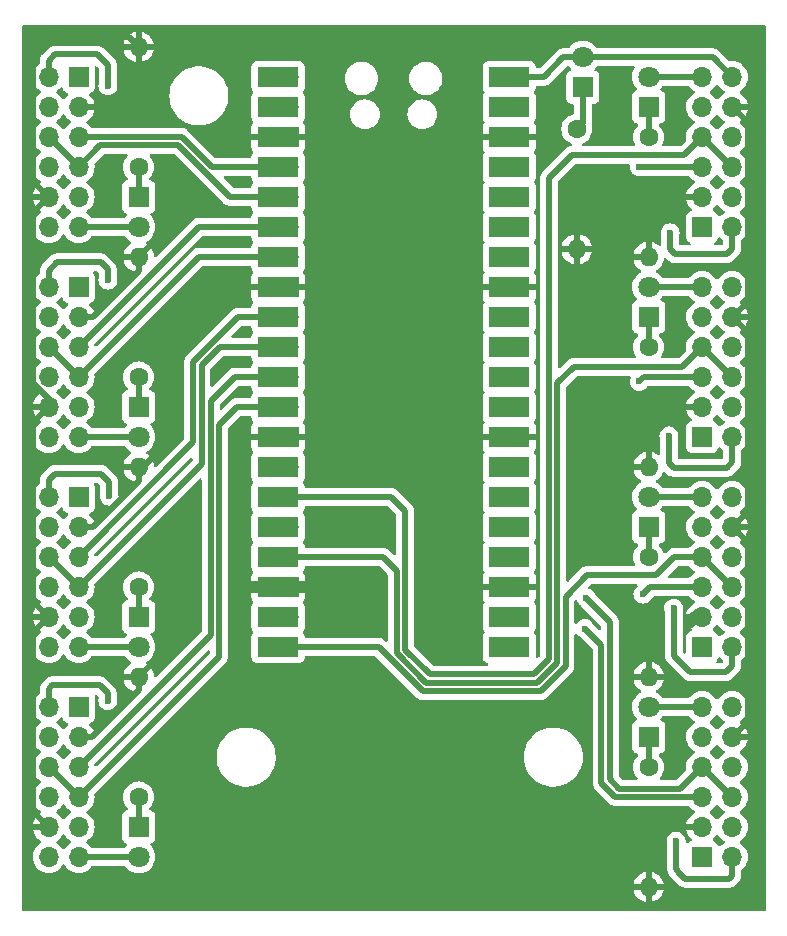
<source format=gbr>
%TF.GenerationSoftware,KiCad,Pcbnew,8.0.3*%
%TF.CreationDate,2024-07-03T23:55:26+09:00*%
%TF.ProjectId,mcu_rp2040,6d63755f-7270-4323-9034-302e6b696361,rev?*%
%TF.SameCoordinates,Original*%
%TF.FileFunction,Copper,L1,Top*%
%TF.FilePolarity,Positive*%
%FSLAX46Y46*%
G04 Gerber Fmt 4.6, Leading zero omitted, Abs format (unit mm)*
G04 Created by KiCad (PCBNEW 8.0.3) date 2024-07-03 23:55:26*
%MOMM*%
%LPD*%
G01*
G04 APERTURE LIST*
%TA.AperFunction,ComponentPad*%
%ADD10R,1.800000X1.800000*%
%TD*%
%TA.AperFunction,ComponentPad*%
%ADD11C,1.800000*%
%TD*%
%TA.AperFunction,ComponentPad*%
%ADD12C,1.600000*%
%TD*%
%TA.AperFunction,ComponentPad*%
%ADD13O,1.600000X1.600000*%
%TD*%
%TA.AperFunction,ComponentPad*%
%ADD14R,1.700000X1.700000*%
%TD*%
%TA.AperFunction,ComponentPad*%
%ADD15O,1.700000X1.700000*%
%TD*%
%TA.AperFunction,SMDPad,CuDef*%
%ADD16R,3.500000X1.700000*%
%TD*%
%TA.AperFunction,ViaPad*%
%ADD17C,0.600000*%
%TD*%
%TA.AperFunction,Conductor*%
%ADD18C,0.500000*%
%TD*%
%TA.AperFunction,Conductor*%
%ADD19C,1.000000*%
%TD*%
G04 APERTURE END LIST*
D10*
%TO.P,D7,1,K*%
%TO.N,Net-(D7-K)*%
X159080000Y-86500000D03*
D11*
%TO.P,D7,2,A*%
%TO.N,CONN-7*%
X159080000Y-83960000D03*
%TD*%
D12*
%TO.P,R6,1*%
%TO.N,Net-(D6-K)*%
X159080000Y-71260000D03*
D13*
%TO.P,R6,2*%
%TO.N,GND*%
X159080000Y-81420000D03*
%TD*%
D14*
%TO.P,J5,1,Pin_1*%
%TO.N,+5V*%
X163615000Y-61100000D03*
D15*
%TO.P,J5,2,Pin_2*%
%TO.N,CONN-5*%
X166155000Y-61100000D03*
%TO.P,J5,3,Pin_3*%
%TO.N,GND*%
X163615000Y-58560000D03*
%TO.P,J5,4,Pin_4*%
%TO.N,unconnected-(J5-Pin_4-Pad4)*%
X166155000Y-58560000D03*
%TO.P,J5,5,Pin_5*%
%TO.N,PWM-5*%
X163615000Y-56020000D03*
%TO.P,J5,6,Pin_6*%
%TO.N,CW{slash}CCW-5*%
X166155000Y-56020000D03*
%TO.P,J5,7,Pin_7*%
X163615000Y-53480000D03*
%TO.P,J5,8,Pin_8*%
%TO.N,PWM-5*%
X166155000Y-53480000D03*
%TO.P,J5,9,Pin_9*%
%TO.N,unconnected-(J5-Pin_9-Pad9)*%
X163615000Y-50940000D03*
%TO.P,J5,10,Pin_10*%
%TO.N,GND*%
X166155000Y-50940000D03*
%TO.P,J5,11,Pin_11*%
%TO.N,CONN-5*%
X163615000Y-48400000D03*
%TO.P,J5,12,Pin_12*%
%TO.N,+5V*%
X166155000Y-48400000D03*
%TD*%
D14*
%TO.P,J2,1,Pin_1*%
%TO.N,+5V*%
X110820000Y-66180000D03*
D15*
%TO.P,J2,2,Pin_2*%
%TO.N,CONN-2*%
X108280000Y-66180000D03*
%TO.P,J2,3,Pin_3*%
%TO.N,GND*%
X110820000Y-68720000D03*
%TO.P,J2,4,Pin_4*%
%TO.N,unconnected-(J2-Pin_4-Pad4)*%
X108280000Y-68720000D03*
%TO.P,J2,5,Pin_5*%
%TO.N,PWM-2*%
X110820000Y-71260000D03*
%TO.P,J2,6,Pin_6*%
%TO.N,CW{slash}CCW-2*%
X108280000Y-71260000D03*
%TO.P,J2,7,Pin_7*%
X110820000Y-73800000D03*
%TO.P,J2,8,Pin_8*%
%TO.N,PWM-2*%
X108280000Y-73800000D03*
%TO.P,J2,9,Pin_9*%
%TO.N,unconnected-(J2-Pin_9-Pad9)*%
X110820000Y-76340000D03*
%TO.P,J2,10,Pin_10*%
%TO.N,GND*%
X108280000Y-76340000D03*
%TO.P,J2,11,Pin_11*%
%TO.N,CONN-2*%
X110820000Y-78880000D03*
%TO.P,J2,12,Pin_12*%
%TO.N,+5V*%
X108280000Y-78880000D03*
%TD*%
D10*
%TO.P,D5,1,K*%
%TO.N,Net-(D5-K)*%
X159080000Y-50940000D03*
D11*
%TO.P,D5,2,A*%
%TO.N,CONN-5*%
X159080000Y-48400000D03*
%TD*%
D14*
%TO.P,J6,1,Pin_1*%
%TO.N,+5V*%
X163615000Y-78880000D03*
D15*
%TO.P,J6,2,Pin_2*%
%TO.N,CONN-6*%
X166155000Y-78880000D03*
%TO.P,J6,3,Pin_3*%
%TO.N,GND*%
X163615000Y-76340000D03*
%TO.P,J6,4,Pin_4*%
%TO.N,unconnected-(J6-Pin_4-Pad4)*%
X166155000Y-76340000D03*
%TO.P,J6,5,Pin_5*%
%TO.N,PWM-6*%
X163615000Y-73800000D03*
%TO.P,J6,6,Pin_6*%
%TO.N,CW{slash}CCW-6*%
X166155000Y-73800000D03*
%TO.P,J6,7,Pin_7*%
X163615000Y-71260000D03*
%TO.P,J6,8,Pin_8*%
%TO.N,PWM-6*%
X166155000Y-71260000D03*
%TO.P,J6,9,Pin_9*%
%TO.N,unconnected-(J6-Pin_9-Pad9)*%
X163615000Y-68720000D03*
%TO.P,J6,10,Pin_10*%
%TO.N,GND*%
X166155000Y-68720000D03*
%TO.P,J6,11,Pin_11*%
%TO.N,CONN-6*%
X163615000Y-66180000D03*
%TO.P,J6,12,Pin_12*%
%TO.N,+5V*%
X166155000Y-66180000D03*
%TD*%
D12*
%TO.P,R4,1*%
%TO.N,Net-(D4-K)*%
X115900000Y-109360000D03*
D13*
%TO.P,R4,2*%
%TO.N,GND*%
X115900000Y-99200000D03*
%TD*%
D14*
%TO.P,J8,1,Pin_1*%
%TO.N,+5V*%
X163615000Y-114440000D03*
D15*
%TO.P,J8,2,Pin_2*%
%TO.N,CONN-8*%
X166155000Y-114440000D03*
%TO.P,J8,3,Pin_3*%
%TO.N,GND*%
X163615000Y-111900000D03*
%TO.P,J8,4,Pin_4*%
%TO.N,unconnected-(J8-Pin_4-Pad4)*%
X166155000Y-111900000D03*
%TO.P,J8,5,Pin_5*%
%TO.N,PWM-8*%
X163615000Y-109360000D03*
%TO.P,J8,6,Pin_6*%
%TO.N,CW{slash}CCW-8*%
X166155000Y-109360000D03*
%TO.P,J8,7,Pin_7*%
X163615000Y-106820000D03*
%TO.P,J8,8,Pin_8*%
%TO.N,PWM-8*%
X166155000Y-106820000D03*
%TO.P,J8,9,Pin_9*%
%TO.N,unconnected-(J8-Pin_9-Pad9)*%
X163615000Y-104280000D03*
%TO.P,J8,10,Pin_10*%
%TO.N,GND*%
X166155000Y-104280000D03*
%TO.P,J8,11,Pin_11*%
%TO.N,CONN-8*%
X163615000Y-101740000D03*
%TO.P,J8,12,Pin_12*%
%TO.N,+5V*%
X166155000Y-101740000D03*
%TD*%
D12*
%TO.P,R3,1*%
%TO.N,Net-(D3-K)*%
X115900000Y-91580000D03*
D13*
%TO.P,R3,2*%
%TO.N,GND*%
X115900000Y-81420000D03*
%TD*%
D12*
%TO.P,R8,1*%
%TO.N,Net-(D8-K)*%
X159080000Y-106820000D03*
D13*
%TO.P,R8,2*%
%TO.N,GND*%
X159080000Y-116980000D03*
%TD*%
D10*
%TO.P,D2,1,K*%
%TO.N,Net-(D2-K)*%
X115900000Y-76340000D03*
D11*
%TO.P,D2,2,A*%
%TO.N,CONN-2*%
X115900000Y-78880000D03*
%TD*%
D14*
%TO.P,J3,1,Pin_1*%
%TO.N,+5V*%
X110820000Y-83960000D03*
D15*
%TO.P,J3,2,Pin_2*%
%TO.N,CONN-3*%
X108280000Y-83960000D03*
%TO.P,J3,3,Pin_3*%
%TO.N,GND*%
X110820000Y-86500000D03*
%TO.P,J3,4,Pin_4*%
%TO.N,unconnected-(J3-Pin_4-Pad4)*%
X108280000Y-86500000D03*
%TO.P,J3,5,Pin_5*%
%TO.N,PWM-3*%
X110820000Y-89040000D03*
%TO.P,J3,6,Pin_6*%
%TO.N,CW{slash}CCW-3*%
X108280000Y-89040000D03*
%TO.P,J3,7,Pin_7*%
X110820000Y-91580000D03*
%TO.P,J3,8,Pin_8*%
%TO.N,PWM-3*%
X108280000Y-91580000D03*
%TO.P,J3,9,Pin_9*%
%TO.N,unconnected-(J3-Pin_9-Pad9)*%
X110820000Y-94120000D03*
%TO.P,J3,10,Pin_10*%
%TO.N,GND*%
X108280000Y-94120000D03*
%TO.P,J3,11,Pin_11*%
%TO.N,CONN-3*%
X110820000Y-96660000D03*
%TO.P,J3,12,Pin_12*%
%TO.N,+5V*%
X108280000Y-96660000D03*
%TD*%
%TO.P,U2,1,GPIO0*%
%TO.N,unconnected-(U2-GPIO0-Pad1)*%
X128600000Y-48400000D03*
D16*
X127700000Y-48400000D03*
D15*
%TO.P,U2,2,GPIO1*%
%TO.N,unconnected-(U2-GPIO1-Pad2)*%
X128600000Y-50940000D03*
D16*
X127700000Y-50940000D03*
D14*
%TO.P,U2,3,GND*%
%TO.N,GND*%
X128600000Y-53480000D03*
D16*
X127700000Y-53480000D03*
D15*
%TO.P,U2,4,GPIO2*%
%TO.N,PWM-1*%
X128600000Y-56020000D03*
D16*
X127700000Y-56020000D03*
D15*
%TO.P,U2,5,GPIO3*%
%TO.N,CW{slash}CCW-1*%
X128600000Y-58560000D03*
D16*
X127700000Y-58560000D03*
D15*
%TO.P,U2,6,GPIO4*%
%TO.N,PWM-2*%
X128600000Y-61100000D03*
D16*
X127700000Y-61100000D03*
D15*
%TO.P,U2,7,GPIO5*%
%TO.N,CW{slash}CCW-2*%
X128600000Y-63640000D03*
D16*
X127700000Y-63640000D03*
D14*
%TO.P,U2,8,GND*%
%TO.N,GND*%
X128600000Y-66180000D03*
D16*
X127700000Y-66180000D03*
D15*
%TO.P,U2,9,GPIO6*%
%TO.N,PWM-3*%
X128600000Y-68720000D03*
D16*
X127700000Y-68720000D03*
D15*
%TO.P,U2,10,GPIO7*%
%TO.N,CW{slash}CCW-3*%
X128600000Y-71260000D03*
D16*
X127700000Y-71260000D03*
D15*
%TO.P,U2,11,GPIO8*%
%TO.N,PWM-4*%
X128600000Y-73800000D03*
D16*
X127700000Y-73800000D03*
D15*
%TO.P,U2,12,GPIO9*%
%TO.N,CW{slash}CCW-4*%
X128600000Y-76340000D03*
D16*
X127700000Y-76340000D03*
D14*
%TO.P,U2,13,GND*%
%TO.N,GND*%
X128600000Y-78880000D03*
D16*
X127700000Y-78880000D03*
D15*
%TO.P,U2,14,GPIO10*%
%TO.N,PWM-5*%
X128600000Y-81420000D03*
D16*
X127700000Y-81420000D03*
D15*
%TO.P,U2,15,GPIO11*%
%TO.N,CW{slash}CCW-5*%
X128600000Y-83960000D03*
D16*
X127700000Y-83960000D03*
D15*
%TO.P,U2,16,GPIO12*%
%TO.N,PWM-6*%
X128600000Y-86500000D03*
D16*
X127700000Y-86500000D03*
D15*
%TO.P,U2,17,GPIO13*%
%TO.N,CW{slash}CCW-6*%
X128600000Y-89040000D03*
D16*
X127700000Y-89040000D03*
D14*
%TO.P,U2,18,GND*%
%TO.N,GND*%
X128600000Y-91580000D03*
D16*
X127700000Y-91580000D03*
D15*
%TO.P,U2,19,GPIO14*%
%TO.N,PWM-7*%
X128600000Y-94120000D03*
D16*
X127700000Y-94120000D03*
D15*
%TO.P,U2,20,GPIO15*%
%TO.N,CW{slash}CCW-7*%
X128600000Y-96660000D03*
D16*
X127700000Y-96660000D03*
D15*
%TO.P,U2,21,GPIO16*%
%TO.N,unconnected-(U2-GPIO16-Pad21)*%
X146380000Y-96660000D03*
D16*
X147280000Y-96660000D03*
D15*
%TO.P,U2,22,GPIO17*%
%TO.N,unconnected-(U2-GPIO17-Pad22)*%
X146380000Y-94120000D03*
D16*
X147280000Y-94120000D03*
D14*
%TO.P,U2,23,GND*%
%TO.N,GND*%
X146380000Y-91580000D03*
D16*
X147280000Y-91580000D03*
D15*
%TO.P,U2,24,GPIO18*%
%TO.N,unconnected-(U2-GPIO18-Pad24)*%
X146380000Y-89040000D03*
D16*
X147280000Y-89040000D03*
D15*
%TO.P,U2,25,GPIO19*%
%TO.N,unconnected-(U2-GPIO19-Pad25)*%
X146380000Y-86500000D03*
D16*
X147280000Y-86500000D03*
D15*
%TO.P,U2,26,GPIO20*%
%TO.N,unconnected-(U2-GPIO20-Pad26)*%
X146380000Y-83960000D03*
D16*
X147280000Y-83960000D03*
D15*
%TO.P,U2,27,GPIO21*%
%TO.N,unconnected-(U2-GPIO21-Pad27)*%
X146380000Y-81420000D03*
D16*
X147280000Y-81420000D03*
D14*
%TO.P,U2,28,GND*%
%TO.N,GND*%
X146380000Y-78880000D03*
D16*
X147280000Y-78880000D03*
D15*
%TO.P,U2,29,GPIO22*%
%TO.N,unconnected-(U2-GPIO22-Pad29)*%
X146380000Y-76340000D03*
D16*
X147280000Y-76340000D03*
D15*
%TO.P,U2,30,RUN*%
%TO.N,unconnected-(U2-RUN-Pad30)*%
X146380000Y-73800000D03*
D16*
X147280000Y-73800000D03*
D15*
%TO.P,U2,31,GPIO26_ADC0*%
%TO.N,CW{slash}CCW-8*%
X146380000Y-71260000D03*
D16*
X147280000Y-71260000D03*
D15*
%TO.P,U2,32,GPIO27_ADC1*%
%TO.N,PWM-8*%
X146380000Y-68720000D03*
D16*
X147280000Y-68720000D03*
D14*
%TO.P,U2,33,AGND*%
%TO.N,GND*%
X146380000Y-66180000D03*
D16*
X147280000Y-66180000D03*
D15*
%TO.P,U2,34,GPIO28_ADC2*%
%TO.N,unconnected-(U2-GPIO28_ADC2-Pad34)*%
X146380000Y-63640000D03*
D16*
X147280000Y-63640000D03*
D15*
%TO.P,U2,35,ADC_VREF*%
%TO.N,unconnected-(U2-ADC_VREF-Pad35)*%
X146380000Y-61100000D03*
D16*
X147280000Y-61100000D03*
D15*
%TO.P,U2,36,3V3*%
%TO.N,+3V3*%
X146380000Y-58560000D03*
D16*
X147280000Y-58560000D03*
D15*
%TO.P,U2,37,3V3_EN*%
%TO.N,unconnected-(U2-3V3_EN-Pad37)*%
X146380000Y-56020000D03*
D16*
X147280000Y-56020000D03*
D14*
%TO.P,U2,38,GND*%
%TO.N,GND*%
X146380000Y-53480000D03*
D16*
X147280000Y-53480000D03*
D15*
%TO.P,U2,39,VSYS*%
%TO.N,unconnected-(U2-VSYS-Pad39)*%
X146380000Y-50940000D03*
D16*
X147280000Y-50940000D03*
D15*
%TO.P,U2,40,VBUS*%
%TO.N,+5V*%
X146380000Y-48400000D03*
D16*
X147280000Y-48400000D03*
%TD*%
D10*
%TO.P,D9,1,K*%
%TO.N,Net-(D9-K)*%
X153500000Y-49275000D03*
D11*
%TO.P,D9,2,A*%
%TO.N,+5V*%
X153500000Y-46735000D03*
%TD*%
D12*
%TO.P,R7,1*%
%TO.N,Net-(D7-K)*%
X159080000Y-89040000D03*
D13*
%TO.P,R7,2*%
%TO.N,GND*%
X159080000Y-99200000D03*
%TD*%
D14*
%TO.P,J7,1,Pin_1*%
%TO.N,+5V*%
X163615000Y-96660000D03*
D15*
%TO.P,J7,2,Pin_2*%
%TO.N,CONN-7*%
X166155000Y-96660000D03*
%TO.P,J7,3,Pin_3*%
%TO.N,GND*%
X163615000Y-94120000D03*
%TO.P,J7,4,Pin_4*%
%TO.N,unconnected-(J7-Pin_4-Pad4)*%
X166155000Y-94120000D03*
%TO.P,J7,5,Pin_5*%
%TO.N,PWM-7*%
X163615000Y-91580000D03*
%TO.P,J7,6,Pin_6*%
%TO.N,CW{slash}CCW-7*%
X166155000Y-91580000D03*
%TO.P,J7,7,Pin_7*%
X163615000Y-89040000D03*
%TO.P,J7,8,Pin_8*%
%TO.N,PWM-7*%
X166155000Y-89040000D03*
%TO.P,J7,9,Pin_9*%
%TO.N,unconnected-(J7-Pin_9-Pad9)*%
X163615000Y-86500000D03*
%TO.P,J7,10,Pin_10*%
%TO.N,GND*%
X166155000Y-86500000D03*
%TO.P,J7,11,Pin_11*%
%TO.N,CONN-7*%
X163615000Y-83960000D03*
%TO.P,J7,12,Pin_12*%
%TO.N,+5V*%
X166155000Y-83960000D03*
%TD*%
D10*
%TO.P,D1,1,K*%
%TO.N,Net-(D1-K)*%
X115900000Y-58560000D03*
D11*
%TO.P,D1,2,A*%
%TO.N,CONN-1*%
X115900000Y-61100000D03*
%TD*%
D14*
%TO.P,J4,1,Pin_1*%
%TO.N,+5V*%
X110820000Y-101740000D03*
D15*
%TO.P,J4,2,Pin_2*%
%TO.N,CONN-4*%
X108280000Y-101740000D03*
%TO.P,J4,3,Pin_3*%
%TO.N,GND*%
X110820000Y-104280000D03*
%TO.P,J4,4,Pin_4*%
%TO.N,unconnected-(J4-Pin_4-Pad4)*%
X108280000Y-104280000D03*
%TO.P,J4,5,Pin_5*%
%TO.N,PWM-4*%
X110820000Y-106820000D03*
%TO.P,J4,6,Pin_6*%
%TO.N,CW{slash}CCW-4*%
X108280000Y-106820000D03*
%TO.P,J4,7,Pin_7*%
X110820000Y-109360000D03*
%TO.P,J4,8,Pin_8*%
%TO.N,PWM-4*%
X108280000Y-109360000D03*
%TO.P,J4,9,Pin_9*%
%TO.N,unconnected-(J4-Pin_9-Pad9)*%
X110820000Y-111900000D03*
%TO.P,J4,10,Pin_10*%
%TO.N,GND*%
X108280000Y-111900000D03*
%TO.P,J4,11,Pin_11*%
%TO.N,CONN-4*%
X110820000Y-114440000D03*
%TO.P,J4,12,Pin_12*%
%TO.N,+5V*%
X108280000Y-114440000D03*
%TD*%
D12*
%TO.P,R1,1*%
%TO.N,Net-(D1-K)*%
X115900000Y-56020000D03*
D13*
%TO.P,R1,2*%
%TO.N,GND*%
X115900000Y-45860000D03*
%TD*%
D14*
%TO.P,J1,1,Pin_1*%
%TO.N,+5V*%
X110820000Y-48400000D03*
D15*
%TO.P,J1,2,Pin_2*%
%TO.N,CONN-1*%
X108280000Y-48400000D03*
%TO.P,J1,3,Pin_3*%
%TO.N,GND*%
X110820000Y-50940000D03*
%TO.P,J1,4,Pin_4*%
%TO.N,unconnected-(J1-Pin_4-Pad4)*%
X108280000Y-50940000D03*
%TO.P,J1,5,Pin_5*%
%TO.N,PWM-1*%
X110820000Y-53480000D03*
%TO.P,J1,6,Pin_6*%
%TO.N,CW{slash}CCW-1*%
X108280000Y-53480000D03*
%TO.P,J1,7,Pin_7*%
X110820000Y-56020000D03*
%TO.P,J1,8,Pin_8*%
%TO.N,PWM-1*%
X108280000Y-56020000D03*
%TO.P,J1,9,Pin_9*%
%TO.N,unconnected-(J1-Pin_9-Pad9)*%
X110820000Y-58560000D03*
%TO.P,J1,10,Pin_10*%
%TO.N,GND*%
X108280000Y-58560000D03*
%TO.P,J1,11,Pin_11*%
%TO.N,CONN-1*%
X110820000Y-61100000D03*
%TO.P,J1,12,Pin_12*%
%TO.N,+5V*%
X108280000Y-61100000D03*
%TD*%
D12*
%TO.P,R9,1*%
%TO.N,Net-(D9-K)*%
X153000000Y-52820000D03*
D13*
%TO.P,R9,2*%
%TO.N,GND*%
X153000000Y-62980000D03*
%TD*%
D10*
%TO.P,D6,1,K*%
%TO.N,Net-(D6-K)*%
X159080000Y-68720000D03*
D11*
%TO.P,D6,2,A*%
%TO.N,CONN-6*%
X159080000Y-66180000D03*
%TD*%
D10*
%TO.P,D3,1,K*%
%TO.N,Net-(D3-K)*%
X115900000Y-94120000D03*
D11*
%TO.P,D3,2,A*%
%TO.N,CONN-3*%
X115900000Y-96660000D03*
%TD*%
D10*
%TO.P,D4,1,K*%
%TO.N,Net-(D4-K)*%
X115900000Y-111900000D03*
D11*
%TO.P,D4,2,A*%
%TO.N,CONN-4*%
X115900000Y-114440000D03*
%TD*%
D12*
%TO.P,R2,1*%
%TO.N,Net-(D2-K)*%
X115900000Y-73800000D03*
D13*
%TO.P,R2,2*%
%TO.N,GND*%
X115900000Y-63640000D03*
%TD*%
D10*
%TO.P,D8,1,K*%
%TO.N,Net-(D8-K)*%
X159080000Y-104280000D03*
D11*
%TO.P,D8,2,A*%
%TO.N,CONN-8*%
X159080000Y-101740000D03*
%TD*%
D12*
%TO.P,R5,1*%
%TO.N,Net-(D5-K)*%
X159080000Y-53480000D03*
D13*
%TO.P,R5,2*%
%TO.N,GND*%
X159080000Y-63640000D03*
%TD*%
D17*
%TO.N,CONN-1*%
X113300000Y-49150000D03*
%TO.N,CONN-2*%
X113300000Y-65600000D03*
%TO.N,CONN-3*%
X113400000Y-83900000D03*
%TO.N,CONN-4*%
X113300000Y-101200000D03*
%TO.N,CONN-5*%
X160900000Y-61600000D03*
%TO.N,PWM-5*%
X158300000Y-56000000D03*
%TO.N,CONN-6*%
X160800000Y-78800000D03*
%TO.N,PWM-6*%
X158286800Y-74186800D03*
%TO.N,PWM-7*%
X158600000Y-92200000D03*
%TO.N,CONN-7*%
X161200000Y-93400000D03*
%TO.N,CONN-8*%
X161400000Y-113100000D03*
%TO.N,PWM-8*%
X153678000Y-95118800D03*
%TO.N,CW{slash}CCW-8*%
X153796800Y-92494400D03*
%TD*%
D18*
%TO.N,+5V*%
X150200000Y-48400000D02*
X151865000Y-46735000D01*
X153500000Y-46735000D02*
X164490000Y-46735000D01*
X151865000Y-46735000D02*
X153500000Y-46735000D01*
X164490000Y-46735000D02*
X166155000Y-48400000D01*
X146380000Y-48400000D02*
X150200000Y-48400000D01*
%TO.N,CW{slash}CCW-1*%
X112660000Y-54180000D02*
X119267650Y-54180000D01*
X108280000Y-53480000D02*
X110820000Y-56020000D01*
X110820000Y-56020000D02*
X112660000Y-54180000D01*
X119267650Y-54180000D02*
X123647650Y-58560000D01*
X123647650Y-58560000D02*
X128600000Y-58560000D01*
%TO.N,GND*%
X115900000Y-64842081D02*
X115900000Y-63640000D01*
X106980000Y-95420000D02*
X108280000Y-94120000D01*
X106980000Y-110600000D02*
X106980000Y-95420000D01*
X115900000Y-99200000D02*
X117300000Y-97800000D01*
X115900000Y-63640000D02*
X114440000Y-63640000D01*
X116280000Y-81420000D02*
X117050000Y-80650000D01*
X115900000Y-45860000D02*
X115100001Y-45060001D01*
X114440000Y-63640000D02*
X114100000Y-63300000D01*
X110820000Y-86500000D02*
X112022081Y-86500000D01*
X166155000Y-68720000D02*
X167455000Y-67420000D01*
X160660000Y-76340000D02*
X163615000Y-76340000D01*
X159080000Y-59820000D02*
X160340000Y-58560000D01*
X159080000Y-77920000D02*
X160660000Y-76340000D01*
X115900000Y-81420000D02*
X113880000Y-81420000D01*
X166155000Y-104280000D02*
X167455000Y-102980000D01*
X167455000Y-85200000D02*
X167455000Y-70020000D01*
X117300000Y-97800000D02*
X117800000Y-97800000D01*
X167455000Y-70020000D02*
X166155000Y-68720000D01*
X106980000Y-59860000D02*
X108280000Y-58560000D01*
X112022081Y-86500000D02*
X115900000Y-82622081D01*
X167455000Y-87800000D02*
X166155000Y-86500000D01*
D19*
X128600000Y-91580000D02*
X124820000Y-91580000D01*
D18*
X159080000Y-113120000D02*
X159080000Y-116980000D01*
X108280000Y-58560000D02*
X106980000Y-57260000D01*
X108280000Y-111900000D02*
X106980000Y-110600000D01*
X167455000Y-52240000D02*
X166155000Y-50940000D01*
X106980000Y-57260000D02*
X106980000Y-46320000D01*
X108280000Y-76340000D02*
X108280000Y-75638478D01*
X108280000Y-94120000D02*
X106980000Y-92820000D01*
X159080000Y-81420000D02*
X159080000Y-77920000D01*
X110820000Y-104280000D02*
X111951370Y-104280000D01*
X106980000Y-92820000D02*
X106980000Y-77640000D01*
D19*
X128600000Y-91580000D02*
X130880000Y-91580000D01*
D18*
X167455000Y-67420000D02*
X167455000Y-52240000D01*
D19*
X163615000Y-94120000D02*
X162980000Y-94120000D01*
D18*
X115900000Y-81420000D02*
X116280000Y-81420000D01*
X112022081Y-68720000D02*
X115900000Y-64842081D01*
X167455000Y-102980000D02*
X167455000Y-87800000D01*
X108280000Y-75638478D02*
X106980000Y-74338478D01*
X110820000Y-68720000D02*
X112022081Y-68720000D01*
X117240000Y-62300000D02*
X117600000Y-62300000D01*
X115100001Y-45060001D02*
X108239999Y-45060001D01*
X163615000Y-111900000D02*
X160300000Y-111900000D01*
X159080000Y-63640000D02*
X159080000Y-59820000D01*
X115900000Y-82622081D02*
X115900000Y-81420000D01*
X111951370Y-104280000D02*
X115900000Y-100331370D01*
X108239999Y-45060001D02*
X106980000Y-46320000D01*
X106980000Y-77640000D02*
X108280000Y-76340000D01*
X106980000Y-74338478D02*
X106980000Y-59860000D01*
X160300000Y-111900000D02*
X159080000Y-113120000D01*
X115900000Y-49200000D02*
X115900000Y-45860000D01*
X114160000Y-50940000D02*
X115900000Y-49200000D01*
X115900000Y-100331370D02*
X115900000Y-99200000D01*
X115900000Y-63640000D02*
X117240000Y-62300000D01*
X113880000Y-81420000D02*
X113800000Y-81500000D01*
X166155000Y-86500000D02*
X167455000Y-85200000D01*
X110820000Y-50940000D02*
X114160000Y-50940000D01*
D19*
X162980000Y-94120000D02*
X162500000Y-94600000D01*
D18*
X160340000Y-58560000D02*
X163615000Y-58560000D01*
D19*
X124820000Y-91580000D02*
X124700000Y-91700000D01*
D18*
%TO.N,CONN-1*%
X112400000Y-46500000D02*
X108800000Y-46500000D01*
X110820000Y-61100000D02*
X115900000Y-61100000D01*
X108280000Y-47020000D02*
X108280000Y-48400000D01*
X113300000Y-49150000D02*
X113300000Y-47400000D01*
X113300000Y-47400000D02*
X112400000Y-46500000D01*
X108800000Y-46500000D02*
X108280000Y-47020000D01*
%TO.N,PWM-1*%
X122097600Y-56020000D02*
X119557600Y-53480000D01*
X119557600Y-53480000D02*
X110820000Y-53480000D01*
X128600000Y-56020000D02*
X122097600Y-56020000D01*
%TO.N,CW{slash}CCW-2*%
X120980000Y-63640000D02*
X128600000Y-63640000D01*
X110820000Y-73800000D02*
X120980000Y-63640000D01*
X108280000Y-71260000D02*
X110820000Y-73800000D01*
%TO.N,CONN-2*%
X109000000Y-64100000D02*
X108280000Y-64820000D01*
X112700000Y-64100000D02*
X109000000Y-64100000D01*
X110820000Y-78880000D02*
X115900000Y-78880000D01*
X113300000Y-64700000D02*
X112700000Y-64100000D01*
X108280000Y-64820000D02*
X108280000Y-66180000D01*
X113300000Y-65600000D02*
X113300000Y-64700000D01*
%TO.N,PWM-2*%
X120980000Y-61100000D02*
X128600000Y-61100000D01*
X110820000Y-71260000D02*
X120980000Y-61100000D01*
%TO.N,CONN-3*%
X113400000Y-82700000D02*
X112700000Y-82000000D01*
X108800000Y-82000000D02*
X108280000Y-82520000D01*
X108280000Y-82520000D02*
X108280000Y-83960000D01*
X113400000Y-83900000D02*
X113400000Y-82700000D01*
X110820000Y-96660000D02*
X115900000Y-96660000D01*
X112700000Y-82000000D02*
X108800000Y-82000000D01*
%TO.N,PWM-3*%
X124308050Y-68720000D02*
X128600000Y-68720000D01*
X120522800Y-72505250D02*
X124308050Y-68720000D01*
X120522800Y-79337200D02*
X120522800Y-72505250D01*
X110820000Y-89040000D02*
X120522800Y-79337200D01*
%TO.N,CW{slash}CCW-3*%
X110820000Y-91580000D02*
X121222800Y-81177200D01*
X108280000Y-89040000D02*
X110820000Y-91580000D01*
X122758000Y-71260000D02*
X128600000Y-71260000D01*
X121222800Y-72795200D02*
X122758000Y-71260000D01*
X121222800Y-81177200D02*
X121222800Y-72795200D01*
%TO.N,CONN-4*%
X113300000Y-100600000D02*
X112600000Y-99900000D01*
X113300000Y-101200000D02*
X113300000Y-100600000D01*
X108280000Y-100220000D02*
X108280000Y-101740000D01*
X112600000Y-99900000D02*
X108600000Y-99900000D01*
X110820000Y-114440000D02*
X115900000Y-114440000D01*
X108600000Y-99900000D02*
X108280000Y-100220000D01*
%TO.N,PWM-4*%
X121996000Y-75832000D02*
X124028000Y-73800000D01*
X124028000Y-73800000D02*
X128600000Y-73800000D01*
X110820000Y-106820000D02*
X121996000Y-95644000D01*
X121996000Y-95644000D02*
X121996000Y-75832000D01*
%TO.N,CW{slash}CCW-4*%
X122696000Y-97484000D02*
X122696000Y-77864000D01*
X124220000Y-76340000D02*
X128600000Y-76340000D01*
X110820000Y-109360000D02*
X108280000Y-106820000D01*
X122696000Y-77864000D02*
X124220000Y-76340000D01*
X110820000Y-109360000D02*
X122696000Y-97484000D01*
%TO.N,CW{slash}CCW-5*%
X137286800Y-83960000D02*
X138455200Y-85128400D01*
X128600000Y-83960000D02*
X137286800Y-83960000D01*
X149352450Y-98996800D02*
X150647200Y-97702050D01*
X140538000Y-98996800D02*
X149352450Y-98996800D01*
X162095000Y-55000000D02*
X163615000Y-53480000D01*
X138455200Y-96914000D02*
X140538000Y-98996800D01*
X163615000Y-53480000D02*
X166155000Y-56020000D01*
X150647200Y-56952800D02*
X152600000Y-55000000D01*
X152600000Y-55000000D02*
X162095000Y-55000000D01*
X138455200Y-85128400D02*
X138455200Y-96914000D01*
X150647200Y-97702050D02*
X150647200Y-56952800D01*
%TO.N,CONN-5*%
X166155000Y-62945000D02*
X166155000Y-61100000D01*
X159080000Y-48400000D02*
X163615000Y-48400000D01*
X165700000Y-63400000D02*
X166155000Y-62945000D01*
X161300000Y-63400000D02*
X165700000Y-63400000D01*
X160900000Y-61600000D02*
X160900000Y-63000000D01*
X160900000Y-63000000D02*
X161300000Y-63400000D01*
%TO.N,PWM-5*%
X158320000Y-56020000D02*
X163615000Y-56020000D01*
X158300000Y-56000000D02*
X158320000Y-56020000D01*
%TO.N,CONN-6*%
X165700000Y-81500000D02*
X166155000Y-81045000D01*
X161200000Y-81500000D02*
X165700000Y-81500000D01*
X166155000Y-81045000D02*
X166155000Y-78880000D01*
X159080000Y-66180000D02*
X163615000Y-66180000D01*
X160800000Y-81100000D02*
X161200000Y-81500000D01*
X160800000Y-78800000D02*
X160800000Y-81100000D01*
%TO.N,CW{slash}CCW-6*%
X137755200Y-90208400D02*
X136586800Y-89040000D01*
X161925000Y-72950000D02*
X152750000Y-72950000D01*
X151347200Y-74352800D02*
X151347200Y-97992000D01*
X137755200Y-97203950D02*
X137755200Y-90208400D01*
X163615000Y-71260000D02*
X163615000Y-71297000D01*
X163615000Y-71260000D02*
X161925000Y-72950000D01*
X149642400Y-99696800D02*
X140248050Y-99696800D01*
X140248050Y-99696800D02*
X137755200Y-97203950D01*
X151347200Y-97992000D02*
X149642400Y-99696800D01*
X163615000Y-71260000D02*
X166155000Y-73800000D01*
X152750000Y-72950000D02*
X151347200Y-74352800D01*
X136586800Y-89040000D02*
X128600000Y-89040000D01*
%TO.N,PWM-6*%
X158286800Y-74186800D02*
X158673600Y-73800000D01*
X163615000Y-73800000D02*
X163615000Y-74115749D01*
X158673600Y-73800000D02*
X163615000Y-73800000D01*
%TO.N,CW{slash}CCW-7*%
X161260000Y-89040000D02*
X163615000Y-89040000D01*
X149932350Y-100396800D02*
X152047200Y-98281950D01*
X163615000Y-89040000D02*
X166155000Y-91580000D01*
X152047200Y-92415200D02*
X153862400Y-90600000D01*
X153862400Y-90600000D02*
X159700000Y-90600000D01*
X128600000Y-96660000D02*
X136220000Y-96660000D01*
X152047200Y-98281950D02*
X152047200Y-92415200D01*
X139956800Y-100396800D02*
X149932350Y-100396800D01*
X136220000Y-96660000D02*
X139956800Y-100396800D01*
X159700000Y-90600000D02*
X161260000Y-89040000D01*
%TO.N,PWM-7*%
X159220000Y-91580000D02*
X163615000Y-91580000D01*
X158600000Y-92200000D02*
X159220000Y-91580000D01*
%TO.N,CONN-7*%
X166155000Y-98245000D02*
X165700000Y-98700000D01*
X161200000Y-97400000D02*
X161200000Y-93400000D01*
X162600000Y-98800000D02*
X161200000Y-97400000D01*
X159080000Y-83960000D02*
X163615000Y-83960000D01*
X161200000Y-93400000D02*
X161200000Y-93500000D01*
X165700000Y-98700000D02*
X165600000Y-98800000D01*
X165600000Y-98800000D02*
X162600000Y-98800000D01*
X166155000Y-96660000D02*
X166155000Y-98245000D01*
%TO.N,CONN-8*%
X162600000Y-116300000D02*
X162200000Y-116300000D01*
X166155000Y-114440000D02*
X166155000Y-116045000D01*
X162200000Y-116300000D02*
X161600000Y-115700000D01*
X166155000Y-116045000D02*
X165900000Y-116300000D01*
X159080000Y-101740000D02*
X163615000Y-101740000D01*
X161400000Y-113100000D02*
X161400000Y-115500000D01*
X165900000Y-116300000D02*
X162600000Y-116300000D01*
X161400000Y-115500000D02*
X162200000Y-116300000D01*
%TO.N,PWM-8*%
X156261250Y-109360000D02*
X163615000Y-109360000D01*
X155078000Y-108176750D02*
X156261250Y-109360000D01*
X155078000Y-96518800D02*
X155078000Y-108176750D01*
X153678000Y-95118800D02*
X155078000Y-96518800D01*
%TO.N,CW{slash}CCW-8*%
X153796800Y-92545200D02*
X154812800Y-93561200D01*
X154812800Y-93561200D02*
X154863600Y-93612000D01*
X153796800Y-92494400D02*
X153796800Y-92545200D01*
X153796800Y-92545200D02*
X155778000Y-94526400D01*
X163615000Y-106820000D02*
X166155000Y-109360000D01*
X161775000Y-108660000D02*
X163615000Y-106820000D01*
X155778000Y-107886800D02*
X156551200Y-108660000D01*
X155778000Y-94526400D02*
X155778000Y-107886800D01*
X156551200Y-108660000D02*
X161775000Y-108660000D01*
X154812800Y-93561200D02*
X155778000Y-94526400D01*
%TO.N,Net-(D1-K)*%
X115900000Y-56020000D02*
X115900000Y-58560000D01*
%TO.N,Net-(D2-K)*%
X115900000Y-73800000D02*
X115900000Y-76340000D01*
%TO.N,Net-(D3-K)*%
X115900000Y-91580000D02*
X115900000Y-94120000D01*
%TO.N,Net-(D4-K)*%
X115900000Y-109360000D02*
X115900000Y-111900000D01*
%TO.N,Net-(D5-K)*%
X159080000Y-53480000D02*
X159080000Y-50940000D01*
%TO.N,Net-(D6-K)*%
X159080000Y-71260000D02*
X159080000Y-68720000D01*
%TO.N,Net-(D7-K)*%
X159080000Y-89040000D02*
X159080000Y-86500000D01*
%TO.N,Net-(D8-K)*%
X159080000Y-106820000D02*
X159080000Y-104280000D01*
%TO.N,Net-(D9-K)*%
X153500000Y-49275000D02*
X153500000Y-52320000D01*
X153500000Y-52320000D02*
X153000000Y-52820000D01*
%TD*%
%TA.AperFunction,Conductor*%
%TO.N,GND*%
G36*
X121164834Y-82399047D02*
G01*
X121220767Y-82440919D01*
X121245184Y-82506383D01*
X121245500Y-82515229D01*
X121245500Y-95281769D01*
X121225815Y-95348808D01*
X121209181Y-95369450D01*
X117406970Y-99171659D01*
X117345647Y-99205144D01*
X117275955Y-99200160D01*
X117220022Y-99158288D01*
X117195761Y-99094785D01*
X117185141Y-98973400D01*
X117185139Y-98973389D01*
X117126269Y-98753682D01*
X117126265Y-98753673D01*
X117030134Y-98547517D01*
X116899657Y-98361179D01*
X116738820Y-98200342D01*
X116579497Y-98088782D01*
X116535872Y-98034205D01*
X116528680Y-97964706D01*
X116560202Y-97902352D01*
X116591602Y-97878152D01*
X116668626Y-97836470D01*
X116671759Y-97834032D01*
X116784703Y-97746124D01*
X116851784Y-97693913D01*
X117008979Y-97523153D01*
X117135924Y-97328849D01*
X117229157Y-97116300D01*
X117286134Y-96891305D01*
X117286135Y-96891297D01*
X117305300Y-96660006D01*
X117305300Y-96659993D01*
X117286135Y-96428702D01*
X117286133Y-96428691D01*
X117229157Y-96203699D01*
X117135924Y-95991151D01*
X117008983Y-95796852D01*
X117008980Y-95796849D01*
X117008979Y-95796847D01*
X116914195Y-95693884D01*
X116883275Y-95631232D01*
X116891135Y-95561806D01*
X116935283Y-95507651D01*
X116962095Y-95493722D01*
X116967852Y-95491575D01*
X117040948Y-95464312D01*
X117042326Y-95463798D01*
X117042326Y-95463797D01*
X117042331Y-95463796D01*
X117157546Y-95377546D01*
X117243796Y-95262331D01*
X117294091Y-95127483D01*
X117300500Y-95067873D01*
X117300499Y-93172128D01*
X117294091Y-93112517D01*
X117282668Y-93081891D01*
X117243797Y-92977671D01*
X117243793Y-92977664D01*
X117157547Y-92862455D01*
X117157544Y-92862452D01*
X117042335Y-92776206D01*
X117042328Y-92776202D01*
X116907482Y-92725908D01*
X116907483Y-92725908D01*
X116881470Y-92723112D01*
X116816919Y-92696374D01*
X116777070Y-92638982D01*
X116774577Y-92569157D01*
X116807042Y-92512143D01*
X116900047Y-92419139D01*
X117030568Y-92232734D01*
X117126739Y-92026496D01*
X117185635Y-91806692D01*
X117205468Y-91580000D01*
X117204178Y-91565260D01*
X117191731Y-91422989D01*
X117185635Y-91353308D01*
X117126739Y-91133504D01*
X117030568Y-90927266D01*
X116900047Y-90740861D01*
X116900045Y-90740858D01*
X116739141Y-90579954D01*
X116552734Y-90449432D01*
X116552732Y-90449431D01*
X116346497Y-90353261D01*
X116346488Y-90353258D01*
X116126697Y-90294366D01*
X116126693Y-90294365D01*
X116126692Y-90294365D01*
X116126691Y-90294364D01*
X116126686Y-90294364D01*
X115900002Y-90274532D01*
X115899998Y-90274532D01*
X115673313Y-90294364D01*
X115673302Y-90294366D01*
X115453511Y-90353258D01*
X115453502Y-90353261D01*
X115247267Y-90449431D01*
X115247265Y-90449432D01*
X115060858Y-90579954D01*
X114899954Y-90740858D01*
X114769432Y-90927265D01*
X114769431Y-90927267D01*
X114673261Y-91133502D01*
X114673258Y-91133511D01*
X114614366Y-91353302D01*
X114614364Y-91353313D01*
X114594532Y-91579998D01*
X114594532Y-91580001D01*
X114614364Y-91806686D01*
X114614366Y-91806697D01*
X114673258Y-92026488D01*
X114673261Y-92026497D01*
X114769431Y-92232732D01*
X114769432Y-92232734D01*
X114899954Y-92419141D01*
X114992954Y-92512141D01*
X115026439Y-92573464D01*
X115021455Y-92643156D01*
X114979583Y-92699089D01*
X114918530Y-92723111D01*
X114892519Y-92725907D01*
X114757671Y-92776202D01*
X114757664Y-92776206D01*
X114642455Y-92862452D01*
X114642452Y-92862455D01*
X114556206Y-92977664D01*
X114556202Y-92977671D01*
X114505908Y-93112517D01*
X114501831Y-93150443D01*
X114499501Y-93172123D01*
X114499500Y-93172135D01*
X114499500Y-95067870D01*
X114499501Y-95067876D01*
X114505908Y-95127483D01*
X114556202Y-95262328D01*
X114556206Y-95262335D01*
X114642452Y-95377544D01*
X114642455Y-95377547D01*
X114757664Y-95463793D01*
X114757673Y-95463798D01*
X114837904Y-95493722D01*
X114893838Y-95535593D01*
X114918256Y-95601057D01*
X114903405Y-95669330D01*
X114885802Y-95693886D01*
X114791017Y-95796850D01*
X114754123Y-95853322D01*
X114700977Y-95898678D01*
X114650315Y-95909500D01*
X112007701Y-95909500D01*
X111940662Y-95889815D01*
X111906126Y-95856623D01*
X111858494Y-95788597D01*
X111691402Y-95621506D01*
X111691396Y-95621501D01*
X111505842Y-95491575D01*
X111462217Y-95436998D01*
X111455023Y-95367500D01*
X111486546Y-95305145D01*
X111505842Y-95288425D01*
X111543112Y-95262328D01*
X111691401Y-95158495D01*
X111858495Y-94991401D01*
X111994035Y-94797830D01*
X112093903Y-94583663D01*
X112155063Y-94355408D01*
X112175659Y-94120000D01*
X112155063Y-93884592D01*
X112093903Y-93656337D01*
X111994035Y-93442171D01*
X111988731Y-93434595D01*
X111858494Y-93248597D01*
X111691402Y-93081506D01*
X111691396Y-93081501D01*
X111505842Y-92951575D01*
X111462217Y-92896998D01*
X111455023Y-92827500D01*
X111486546Y-92765145D01*
X111505842Y-92748425D01*
X111538001Y-92725907D01*
X111691401Y-92618495D01*
X111858495Y-92451401D01*
X111994035Y-92257830D01*
X112093903Y-92043663D01*
X112155063Y-91815408D01*
X112175659Y-91580000D01*
X112157022Y-91366985D01*
X112170788Y-91298486D01*
X112192866Y-91268500D01*
X121033821Y-82427546D01*
X121095142Y-82394063D01*
X121164834Y-82399047D01*
G37*
%TD.AperFunction*%
%TA.AperFunction,Conductor*%
G36*
X152317354Y-47505185D02*
G01*
X152354123Y-47541678D01*
X152391015Y-47598145D01*
X152391017Y-47598147D01*
X152391021Y-47598153D01*
X152485803Y-47701114D01*
X152516724Y-47763767D01*
X152508864Y-47833193D01*
X152464716Y-47887348D01*
X152437906Y-47901277D01*
X152357669Y-47931203D01*
X152357664Y-47931206D01*
X152242455Y-48017452D01*
X152242452Y-48017455D01*
X152156206Y-48132664D01*
X152156202Y-48132671D01*
X152105908Y-48267517D01*
X152102556Y-48298702D01*
X152099501Y-48327123D01*
X152099500Y-48327135D01*
X152099500Y-50222870D01*
X152099501Y-50222876D01*
X152105908Y-50282483D01*
X152156202Y-50417328D01*
X152156206Y-50417335D01*
X152242452Y-50532544D01*
X152242455Y-50532547D01*
X152357664Y-50618793D01*
X152357671Y-50618797D01*
X152369152Y-50623079D01*
X152492517Y-50669091D01*
X152552127Y-50675500D01*
X152625500Y-50675499D01*
X152692538Y-50695183D01*
X152738294Y-50747986D01*
X152749500Y-50799499D01*
X152749500Y-51445595D01*
X152729815Y-51512634D01*
X152677011Y-51558389D01*
X152657594Y-51565370D01*
X152553508Y-51593259D01*
X152553502Y-51593261D01*
X152347267Y-51689431D01*
X152347265Y-51689432D01*
X152160858Y-51819954D01*
X151999954Y-51980858D01*
X151869432Y-52167265D01*
X151869431Y-52167267D01*
X151773261Y-52373502D01*
X151773258Y-52373511D01*
X151714366Y-52593302D01*
X151714364Y-52593313D01*
X151694532Y-52819998D01*
X151694532Y-52820001D01*
X151714364Y-53046686D01*
X151714366Y-53046697D01*
X151773258Y-53266488D01*
X151773261Y-53266497D01*
X151869431Y-53472732D01*
X151869432Y-53472734D01*
X151999954Y-53659141D01*
X152160858Y-53820045D01*
X152160861Y-53820047D01*
X152347266Y-53950568D01*
X152506782Y-54024952D01*
X152559220Y-54071123D01*
X152578372Y-54138317D01*
X152558156Y-54205198D01*
X152504991Y-54250533D01*
X152478569Y-54258950D01*
X152381091Y-54278340D01*
X152381082Y-54278343D01*
X152244511Y-54334912D01*
X152244498Y-54334919D01*
X152121584Y-54417048D01*
X152121580Y-54417051D01*
X150064247Y-56474384D01*
X150064243Y-56474389D01*
X150020886Y-56539281D01*
X150020885Y-56539283D01*
X149982119Y-56597299D01*
X149982112Y-56597311D01*
X149925543Y-56733882D01*
X149925540Y-56733892D01*
X149896700Y-56878879D01*
X149896700Y-97339820D01*
X149877015Y-97406859D01*
X149860385Y-97427496D01*
X149764737Y-97523145D01*
X149742180Y-97545702D01*
X149680857Y-97579186D01*
X149611165Y-97574202D01*
X149555232Y-97532330D01*
X149530815Y-97466866D01*
X149530499Y-97458046D01*
X149530499Y-95762128D01*
X149524091Y-95702517D01*
X149522809Y-95699081D01*
X149473797Y-95567671D01*
X149473795Y-95567668D01*
X149453111Y-95540038D01*
X149396421Y-95464309D01*
X149372004Y-95398848D01*
X149386855Y-95330575D01*
X149396416Y-95315696D01*
X149473796Y-95212331D01*
X149524091Y-95077483D01*
X149530500Y-95017873D01*
X149530499Y-93222128D01*
X149524091Y-93162517D01*
X149509806Y-93124218D01*
X149473797Y-93027671D01*
X149473795Y-93027668D01*
X149436367Y-92977671D01*
X149396109Y-92923893D01*
X149371692Y-92858430D01*
X149386543Y-92790157D01*
X149396110Y-92775271D01*
X149473352Y-92672089D01*
X149473354Y-92672086D01*
X149523596Y-92537379D01*
X149523598Y-92537372D01*
X149529999Y-92477844D01*
X149530000Y-92477827D01*
X149530000Y-91830000D01*
X146824560Y-91830000D01*
X146855245Y-91776853D01*
X146890000Y-91647143D01*
X146890000Y-91512857D01*
X146855245Y-91383147D01*
X146824560Y-91330000D01*
X149530000Y-91330000D01*
X149530000Y-90682172D01*
X149529999Y-90682155D01*
X149523598Y-90622627D01*
X149523596Y-90622620D01*
X149473354Y-90487913D01*
X149473352Y-90487910D01*
X149396110Y-90384729D01*
X149371692Y-90319265D01*
X149386543Y-90250992D01*
X149396105Y-90236111D01*
X149473796Y-90132331D01*
X149524091Y-89997483D01*
X149530500Y-89937873D01*
X149530499Y-88142128D01*
X149524091Y-88082517D01*
X149473796Y-87947669D01*
X149396421Y-87844309D01*
X149372004Y-87778848D01*
X149386855Y-87710575D01*
X149396416Y-87695696D01*
X149473796Y-87592331D01*
X149524091Y-87457483D01*
X149530500Y-87397873D01*
X149530499Y-85602128D01*
X149524091Y-85542517D01*
X149505442Y-85492517D01*
X149473797Y-85407671D01*
X149473795Y-85407668D01*
X149436367Y-85357671D01*
X149396421Y-85304309D01*
X149372004Y-85238848D01*
X149386855Y-85170575D01*
X149396416Y-85155696D01*
X149473796Y-85052331D01*
X149524091Y-84917483D01*
X149530500Y-84857873D01*
X149530499Y-83062128D01*
X149524091Y-83002517D01*
X149513659Y-82974548D01*
X149473797Y-82867671D01*
X149473795Y-82867668D01*
X149459178Y-82848142D01*
X149396421Y-82764309D01*
X149372004Y-82698848D01*
X149386855Y-82630575D01*
X149396416Y-82615696D01*
X149473796Y-82512331D01*
X149524091Y-82377483D01*
X149530500Y-82317873D01*
X149530499Y-80522128D01*
X149524091Y-80462517D01*
X149519074Y-80449067D01*
X149473797Y-80327671D01*
X149473795Y-80327668D01*
X149459656Y-80308781D01*
X149396109Y-80223893D01*
X149371692Y-80158430D01*
X149386543Y-80090157D01*
X149396110Y-80075271D01*
X149473352Y-79972089D01*
X149473354Y-79972086D01*
X149523596Y-79837379D01*
X149523598Y-79837372D01*
X149529999Y-79777844D01*
X149530000Y-79777827D01*
X149530000Y-79130000D01*
X146824560Y-79130000D01*
X146855245Y-79076853D01*
X146890000Y-78947143D01*
X146890000Y-78812857D01*
X146855245Y-78683147D01*
X146824560Y-78630000D01*
X149530000Y-78630000D01*
X149530000Y-77982172D01*
X149529999Y-77982155D01*
X149523598Y-77922627D01*
X149523596Y-77922620D01*
X149473354Y-77787913D01*
X149473352Y-77787910D01*
X149396110Y-77684729D01*
X149371692Y-77619265D01*
X149386543Y-77550992D01*
X149396105Y-77536111D01*
X149473796Y-77432331D01*
X149524091Y-77297483D01*
X149530500Y-77237873D01*
X149530499Y-75442128D01*
X149524091Y-75382517D01*
X149505442Y-75332517D01*
X149473797Y-75247671D01*
X149473795Y-75247668D01*
X149436367Y-75197671D01*
X149396421Y-75144309D01*
X149372004Y-75078848D01*
X149386855Y-75010575D01*
X149396416Y-74995696D01*
X149473796Y-74892331D01*
X149524091Y-74757483D01*
X149530500Y-74697873D01*
X149530499Y-72902128D01*
X149524091Y-72842517D01*
X149473796Y-72707669D01*
X149396421Y-72604309D01*
X149372004Y-72538848D01*
X149386855Y-72470575D01*
X149396416Y-72455696D01*
X149473796Y-72352331D01*
X149524091Y-72217483D01*
X149530500Y-72157873D01*
X149530499Y-70362128D01*
X149524091Y-70302517D01*
X149473796Y-70167669D01*
X149396421Y-70064309D01*
X149372004Y-69998848D01*
X149386855Y-69930575D01*
X149396416Y-69915696D01*
X149473796Y-69812331D01*
X149524091Y-69677483D01*
X149530500Y-69617873D01*
X149530499Y-67822128D01*
X149524091Y-67762517D01*
X149505442Y-67712517D01*
X149473797Y-67627671D01*
X149473795Y-67627668D01*
X149436367Y-67577671D01*
X149396109Y-67523893D01*
X149371692Y-67458430D01*
X149386543Y-67390157D01*
X149396110Y-67375271D01*
X149473352Y-67272089D01*
X149473354Y-67272086D01*
X149523596Y-67137379D01*
X149523598Y-67137372D01*
X149529999Y-67077844D01*
X149530000Y-67077827D01*
X149530000Y-66430000D01*
X146824560Y-66430000D01*
X146855245Y-66376853D01*
X146890000Y-66247143D01*
X146890000Y-66112857D01*
X146855245Y-65983147D01*
X146824560Y-65930000D01*
X149530000Y-65930000D01*
X149530000Y-65282172D01*
X149529999Y-65282155D01*
X149523598Y-65222627D01*
X149523596Y-65222620D01*
X149473354Y-65087913D01*
X149473352Y-65087910D01*
X149396110Y-64984729D01*
X149371692Y-64919265D01*
X149386543Y-64850992D01*
X149396105Y-64836111D01*
X149473796Y-64732331D01*
X149524091Y-64597483D01*
X149530500Y-64537873D01*
X149530499Y-62742128D01*
X149524091Y-62682517D01*
X149511776Y-62649500D01*
X149473797Y-62547671D01*
X149473795Y-62547668D01*
X149463325Y-62533682D01*
X149396421Y-62444309D01*
X149372004Y-62378848D01*
X149386855Y-62310575D01*
X149396416Y-62295696D01*
X149473796Y-62192331D01*
X149524091Y-62057483D01*
X149530500Y-61997873D01*
X149530499Y-60202128D01*
X149524091Y-60142517D01*
X149522809Y-60139081D01*
X149473797Y-60007671D01*
X149473795Y-60007668D01*
X149469407Y-60001806D01*
X149396421Y-59904309D01*
X149372004Y-59838848D01*
X149386855Y-59770575D01*
X149396416Y-59755696D01*
X149473796Y-59652331D01*
X149524091Y-59517483D01*
X149530500Y-59457873D01*
X149530499Y-57662128D01*
X149524091Y-57602517D01*
X149505442Y-57552517D01*
X149473797Y-57467671D01*
X149473795Y-57467668D01*
X149436367Y-57417671D01*
X149396421Y-57364309D01*
X149372004Y-57298848D01*
X149386855Y-57230575D01*
X149396416Y-57215696D01*
X149473796Y-57112331D01*
X149524091Y-56977483D01*
X149530500Y-56917873D01*
X149530499Y-55122128D01*
X149524091Y-55062517D01*
X149504938Y-55011166D01*
X149473797Y-54927671D01*
X149473795Y-54927668D01*
X149396109Y-54823893D01*
X149371692Y-54758430D01*
X149386543Y-54690157D01*
X149396110Y-54675271D01*
X149473352Y-54572089D01*
X149473354Y-54572086D01*
X149523596Y-54437379D01*
X149523598Y-54437372D01*
X149529999Y-54377844D01*
X149530000Y-54377827D01*
X149530000Y-53730000D01*
X146824560Y-53730000D01*
X146855245Y-53676853D01*
X146890000Y-53547143D01*
X146890000Y-53412857D01*
X146855245Y-53283147D01*
X146824560Y-53230000D01*
X149530000Y-53230000D01*
X149530000Y-52582172D01*
X149529999Y-52582155D01*
X149523598Y-52522627D01*
X149523596Y-52522620D01*
X149473354Y-52387913D01*
X149473352Y-52387910D01*
X149396110Y-52284729D01*
X149371692Y-52219265D01*
X149386543Y-52150992D01*
X149396105Y-52136111D01*
X149473796Y-52032331D01*
X149524091Y-51897483D01*
X149530500Y-51837873D01*
X149530499Y-50042128D01*
X149524091Y-49982517D01*
X149505442Y-49932517D01*
X149473797Y-49847671D01*
X149473795Y-49847668D01*
X149396421Y-49744309D01*
X149372004Y-49678848D01*
X149386855Y-49610575D01*
X149396416Y-49595696D01*
X149473796Y-49492331D01*
X149524091Y-49357483D01*
X149530500Y-49297873D01*
X149530500Y-49274500D01*
X149550185Y-49207461D01*
X149602989Y-49161706D01*
X149654500Y-49150500D01*
X150273920Y-49150500D01*
X150371462Y-49131096D01*
X150418913Y-49121658D01*
X150555495Y-49065084D01*
X150604729Y-49032186D01*
X150678416Y-48982952D01*
X152139548Y-47521818D01*
X152200871Y-47488334D01*
X152227229Y-47485500D01*
X152250315Y-47485500D01*
X152317354Y-47505185D01*
G37*
%TD.AperFunction*%
%TA.AperFunction,Conductor*%
G36*
X136291609Y-89810185D02*
G01*
X136312251Y-89826819D01*
X136968381Y-90482948D01*
X137001866Y-90544271D01*
X137004700Y-90570629D01*
X137004700Y-96083969D01*
X136985015Y-96151008D01*
X136932211Y-96196763D01*
X136863053Y-96206707D01*
X136799497Y-96177682D01*
X136793019Y-96171650D01*
X136698421Y-96077052D01*
X136698414Y-96077046D01*
X136606816Y-96015843D01*
X136606815Y-96015843D01*
X136575500Y-95994919D01*
X136575488Y-95994912D01*
X136438917Y-95938343D01*
X136438907Y-95938340D01*
X136293920Y-95909500D01*
X136293918Y-95909500D01*
X130074499Y-95909500D01*
X130007460Y-95889815D01*
X129961705Y-95837011D01*
X129950499Y-95785500D01*
X129950499Y-95762129D01*
X129950498Y-95762123D01*
X129950497Y-95762116D01*
X129944091Y-95702517D01*
X129942809Y-95699081D01*
X129893797Y-95567671D01*
X129893795Y-95567668D01*
X129873111Y-95540038D01*
X129816421Y-95464309D01*
X129792004Y-95398848D01*
X129806855Y-95330575D01*
X129816416Y-95315696D01*
X129893796Y-95212331D01*
X129944091Y-95077483D01*
X129950500Y-95017873D01*
X129950499Y-94184383D01*
X129950971Y-94173576D01*
X129955659Y-94119998D01*
X129950971Y-94066421D01*
X129950499Y-94055613D01*
X129950499Y-93222129D01*
X129950498Y-93222123D01*
X129950497Y-93222116D01*
X129944091Y-93162517D01*
X129929806Y-93124218D01*
X129893797Y-93027671D01*
X129893795Y-93027668D01*
X129856367Y-92977671D01*
X129816109Y-92923893D01*
X129791692Y-92858430D01*
X129806543Y-92790157D01*
X129816110Y-92775271D01*
X129893352Y-92672089D01*
X129893354Y-92672086D01*
X129943596Y-92537379D01*
X129943598Y-92537372D01*
X129949999Y-92477844D01*
X129950000Y-92477827D01*
X129950000Y-91830000D01*
X129044560Y-91830000D01*
X129075245Y-91776853D01*
X129110000Y-91647143D01*
X129110000Y-91512857D01*
X129075245Y-91383147D01*
X129044560Y-91330000D01*
X129950000Y-91330000D01*
X129950000Y-90682172D01*
X129949999Y-90682155D01*
X129943598Y-90622627D01*
X129943596Y-90622620D01*
X129893354Y-90487913D01*
X129893352Y-90487910D01*
X129816110Y-90384729D01*
X129791692Y-90319265D01*
X129806543Y-90250992D01*
X129816105Y-90236111D01*
X129893796Y-90132331D01*
X129944091Y-89997483D01*
X129950500Y-89937873D01*
X129950500Y-89914500D01*
X129970185Y-89847461D01*
X130022989Y-89801706D01*
X130074500Y-89790500D01*
X136224570Y-89790500D01*
X136291609Y-89810185D01*
G37*
%TD.AperFunction*%
%TA.AperFunction,Conductor*%
G36*
X157501149Y-73720185D02*
G01*
X157546904Y-73772989D01*
X157556848Y-73842147D01*
X157551151Y-73865455D01*
X157501433Y-74007537D01*
X157501430Y-74007550D01*
X157481235Y-74186796D01*
X157481235Y-74186803D01*
X157501430Y-74366049D01*
X157501431Y-74366054D01*
X157561011Y-74536323D01*
X157631177Y-74647991D01*
X157656984Y-74689062D01*
X157784538Y-74816616D01*
X157858606Y-74863156D01*
X157905037Y-74892331D01*
X157937278Y-74912589D01*
X158032501Y-74945909D01*
X158107545Y-74972168D01*
X158107550Y-74972169D01*
X158286796Y-74992365D01*
X158286800Y-74992365D01*
X158286804Y-74992365D01*
X158466049Y-74972169D01*
X158466052Y-74972168D01*
X158466055Y-74972168D01*
X158636322Y-74912589D01*
X158789062Y-74816616D01*
X158916616Y-74689062D01*
X158967219Y-74608528D01*
X159019554Y-74562237D01*
X159072213Y-74550500D01*
X162427299Y-74550500D01*
X162494338Y-74570185D01*
X162528873Y-74603376D01*
X162576505Y-74671401D01*
X162743597Y-74838493D01*
X162743603Y-74838498D01*
X162820480Y-74892328D01*
X162893007Y-74943112D01*
X162929594Y-74968730D01*
X162973219Y-75023307D01*
X162980413Y-75092805D01*
X162948890Y-75155160D01*
X162929595Y-75171880D01*
X162743922Y-75301890D01*
X162743920Y-75301891D01*
X162576891Y-75468920D01*
X162576886Y-75468926D01*
X162441400Y-75662420D01*
X162441399Y-75662422D01*
X162341570Y-75876507D01*
X162341567Y-75876513D01*
X162284364Y-76089999D01*
X162284364Y-76090000D01*
X163181988Y-76090000D01*
X163149075Y-76147007D01*
X163115000Y-76274174D01*
X163115000Y-76405826D01*
X163149075Y-76532993D01*
X163181988Y-76590000D01*
X162284364Y-76590000D01*
X162341567Y-76803486D01*
X162341570Y-76803492D01*
X162441399Y-77017578D01*
X162576894Y-77211082D01*
X162698946Y-77333134D01*
X162732431Y-77394457D01*
X162727447Y-77464149D01*
X162685575Y-77520082D01*
X162654598Y-77536997D01*
X162522671Y-77586202D01*
X162522664Y-77586206D01*
X162407455Y-77672452D01*
X162407452Y-77672455D01*
X162321206Y-77787664D01*
X162321202Y-77787671D01*
X162270908Y-77922517D01*
X162264501Y-77982116D01*
X162264500Y-77982135D01*
X162264500Y-79777870D01*
X162264501Y-79777876D01*
X162270908Y-79837483D01*
X162321202Y-79972328D01*
X162321206Y-79972335D01*
X162407452Y-80087544D01*
X162407455Y-80087547D01*
X162522664Y-80173793D01*
X162522671Y-80173797D01*
X162657517Y-80224091D01*
X162657516Y-80224091D01*
X162664444Y-80224835D01*
X162717127Y-80230500D01*
X164512872Y-80230499D01*
X164572483Y-80224091D01*
X164707331Y-80173796D01*
X164822546Y-80087546D01*
X164908796Y-79972331D01*
X164957810Y-79840916D01*
X164999681Y-79784984D01*
X165065145Y-79760566D01*
X165133418Y-79775417D01*
X165161670Y-79796566D01*
X165283599Y-79918495D01*
X165351623Y-79966125D01*
X165395248Y-80020701D01*
X165404500Y-80067700D01*
X165404500Y-80625500D01*
X165384815Y-80692539D01*
X165332011Y-80738294D01*
X165280500Y-80749500D01*
X161674500Y-80749500D01*
X161607461Y-80729815D01*
X161561706Y-80677011D01*
X161550500Y-80625500D01*
X161550500Y-79099972D01*
X161557458Y-79059017D01*
X161585368Y-78979254D01*
X161585369Y-78979249D01*
X161605565Y-78800003D01*
X161605565Y-78799996D01*
X161585369Y-78620750D01*
X161585368Y-78620745D01*
X161525788Y-78450476D01*
X161429815Y-78297737D01*
X161302262Y-78170184D01*
X161149523Y-78074211D01*
X160979254Y-78014631D01*
X160979249Y-78014630D01*
X160800004Y-77994435D01*
X160799996Y-77994435D01*
X160620750Y-78014630D01*
X160620745Y-78014631D01*
X160450476Y-78074211D01*
X160297737Y-78170184D01*
X160170184Y-78297737D01*
X160074211Y-78450476D01*
X160014631Y-78620745D01*
X160014630Y-78620750D01*
X159994435Y-78799996D01*
X159994435Y-78800003D01*
X160014630Y-78979249D01*
X160014631Y-78979254D01*
X160042542Y-79059017D01*
X160049500Y-79099972D01*
X160049500Y-80273642D01*
X160029815Y-80340681D01*
X159977011Y-80386436D01*
X159907853Y-80396380D01*
X159854376Y-80375217D01*
X159732482Y-80289866D01*
X159526328Y-80193734D01*
X159330000Y-80141127D01*
X159330000Y-81104314D01*
X159325606Y-81099920D01*
X159234394Y-81047259D01*
X159132661Y-81020000D01*
X159027339Y-81020000D01*
X158925606Y-81047259D01*
X158834394Y-81099920D01*
X158830000Y-81104314D01*
X158830000Y-80141127D01*
X158633671Y-80193734D01*
X158427517Y-80289865D01*
X158241179Y-80420342D01*
X158080342Y-80581179D01*
X157949865Y-80767517D01*
X157853734Y-80973673D01*
X157853730Y-80973682D01*
X157801127Y-81169999D01*
X157801128Y-81170000D01*
X158764314Y-81170000D01*
X158759920Y-81174394D01*
X158707259Y-81265606D01*
X158680000Y-81367339D01*
X158680000Y-81472661D01*
X158707259Y-81574394D01*
X158759920Y-81665606D01*
X158764314Y-81670000D01*
X157801128Y-81670000D01*
X157853730Y-81866317D01*
X157853734Y-81866326D01*
X157949865Y-82072482D01*
X158080342Y-82258820D01*
X158241179Y-82419657D01*
X158400502Y-82531217D01*
X158444127Y-82585794D01*
X158451319Y-82655293D01*
X158419797Y-82717647D01*
X158388397Y-82741846D01*
X158311376Y-82783528D01*
X158311365Y-82783535D01*
X158128222Y-82926081D01*
X158128219Y-82926084D01*
X157971016Y-83096852D01*
X157844075Y-83291151D01*
X157750842Y-83503699D01*
X157693866Y-83728691D01*
X157693864Y-83728702D01*
X157674700Y-83959993D01*
X157674700Y-83960006D01*
X157693864Y-84191297D01*
X157693866Y-84191308D01*
X157750842Y-84416300D01*
X157844075Y-84628848D01*
X157971016Y-84823147D01*
X157971019Y-84823151D01*
X157971021Y-84823153D01*
X158065803Y-84926114D01*
X158096724Y-84988767D01*
X158088864Y-85058193D01*
X158044716Y-85112348D01*
X158017906Y-85126277D01*
X157937669Y-85156203D01*
X157937664Y-85156206D01*
X157822455Y-85242452D01*
X157822452Y-85242455D01*
X157736206Y-85357664D01*
X157736202Y-85357671D01*
X157685908Y-85492517D01*
X157684366Y-85506865D01*
X157679501Y-85552123D01*
X157679500Y-85552135D01*
X157679500Y-87447870D01*
X157679501Y-87447876D01*
X157685908Y-87507483D01*
X157736202Y-87642328D01*
X157736206Y-87642335D01*
X157822452Y-87757544D01*
X157822455Y-87757547D01*
X157937664Y-87843793D01*
X157937671Y-87843797D01*
X158072513Y-87894090D01*
X158072514Y-87894090D01*
X158072517Y-87894091D01*
X158098530Y-87896887D01*
X158163078Y-87923623D01*
X158202927Y-87981014D01*
X158205423Y-88050839D01*
X158172956Y-88107857D01*
X158079951Y-88200862D01*
X157949432Y-88387265D01*
X157949431Y-88387267D01*
X157853261Y-88593502D01*
X157853258Y-88593511D01*
X157794366Y-88813302D01*
X157794364Y-88813313D01*
X157774532Y-89039998D01*
X157774532Y-89040001D01*
X157794364Y-89266686D01*
X157794366Y-89266697D01*
X157853258Y-89486488D01*
X157853260Y-89486492D01*
X157853261Y-89486496D01*
X157861267Y-89503664D01*
X157940274Y-89673095D01*
X157950766Y-89742173D01*
X157922246Y-89805957D01*
X157863770Y-89844196D01*
X157827892Y-89849500D01*
X153788480Y-89849500D01*
X153643492Y-89878340D01*
X153643482Y-89878343D01*
X153506911Y-89934912D01*
X153506898Y-89934919D01*
X153383984Y-90017048D01*
X153383980Y-90017051D01*
X152309381Y-91091651D01*
X152248058Y-91125136D01*
X152178366Y-91120152D01*
X152122433Y-91078280D01*
X152098016Y-91012816D01*
X152097700Y-91003970D01*
X152097700Y-74715030D01*
X152117385Y-74647991D01*
X152134019Y-74627349D01*
X153024549Y-73736819D01*
X153085872Y-73703334D01*
X153112230Y-73700500D01*
X157434110Y-73700500D01*
X157501149Y-73720185D01*
G37*
%TD.AperFunction*%
%TA.AperFunction,Conductor*%
G36*
X125392540Y-64410185D02*
G01*
X125438295Y-64462989D01*
X125449501Y-64514500D01*
X125449501Y-64537876D01*
X125455908Y-64597483D01*
X125506202Y-64732328D01*
X125506206Y-64732335D01*
X125583889Y-64836105D01*
X125608307Y-64901569D01*
X125593456Y-64969842D01*
X125583890Y-64984727D01*
X125506647Y-65087910D01*
X125506645Y-65087913D01*
X125456403Y-65222620D01*
X125456401Y-65222627D01*
X125450000Y-65282155D01*
X125450000Y-65930000D01*
X128155440Y-65930000D01*
X128124755Y-65983147D01*
X128090000Y-66112857D01*
X128090000Y-66247143D01*
X128124755Y-66376853D01*
X128155440Y-66430000D01*
X125450000Y-66430000D01*
X125450000Y-67077844D01*
X125456401Y-67137372D01*
X125456403Y-67137379D01*
X125506645Y-67272086D01*
X125506646Y-67272088D01*
X125583890Y-67375272D01*
X125608307Y-67440736D01*
X125593456Y-67509009D01*
X125583890Y-67523894D01*
X125506204Y-67627669D01*
X125506202Y-67627671D01*
X125455908Y-67762517D01*
X125449501Y-67822116D01*
X125449501Y-67822123D01*
X125449500Y-67822135D01*
X125449500Y-67845500D01*
X125429815Y-67912539D01*
X125377011Y-67958294D01*
X125325500Y-67969500D01*
X124234130Y-67969500D01*
X124089142Y-67998340D01*
X124089132Y-67998343D01*
X123952561Y-68054912D01*
X123952549Y-68054919D01*
X123921235Y-68075843D01*
X123921234Y-68075843D01*
X123829635Y-68137046D01*
X123829628Y-68137052D01*
X119939849Y-72026831D01*
X119891535Y-72099138D01*
X119891536Y-72099139D01*
X119857714Y-72149758D01*
X119801143Y-72286332D01*
X119801140Y-72286342D01*
X119772300Y-72431329D01*
X119772300Y-78974969D01*
X119752615Y-79042008D01*
X119735981Y-79062650D01*
X117406970Y-81391659D01*
X117345647Y-81425144D01*
X117275955Y-81420160D01*
X117220022Y-81378288D01*
X117195761Y-81314785D01*
X117185141Y-81193400D01*
X117185139Y-81193389D01*
X117126269Y-80973682D01*
X117126265Y-80973673D01*
X117030134Y-80767517D01*
X116899657Y-80581179D01*
X116738820Y-80420342D01*
X116579497Y-80308782D01*
X116535872Y-80254205D01*
X116528680Y-80184706D01*
X116560202Y-80122352D01*
X116591602Y-80098152D01*
X116668626Y-80056470D01*
X116671759Y-80054032D01*
X116845893Y-79918498D01*
X116851784Y-79913913D01*
X117008979Y-79743153D01*
X117135924Y-79548849D01*
X117229157Y-79336300D01*
X117286134Y-79111305D01*
X117297076Y-78979254D01*
X117305300Y-78880006D01*
X117305300Y-78879993D01*
X117286135Y-78648702D01*
X117286133Y-78648691D01*
X117229157Y-78423699D01*
X117135924Y-78211151D01*
X117008983Y-78016852D01*
X117008980Y-78016849D01*
X117008979Y-78016847D01*
X116914195Y-77913884D01*
X116883275Y-77851232D01*
X116891135Y-77781806D01*
X116935283Y-77727651D01*
X116962095Y-77713722D01*
X116967852Y-77711575D01*
X117024357Y-77690500D01*
X117042326Y-77683798D01*
X117042326Y-77683797D01*
X117042331Y-77683796D01*
X117157546Y-77597546D01*
X117243796Y-77482331D01*
X117294091Y-77347483D01*
X117300500Y-77287873D01*
X117300499Y-75392128D01*
X117294091Y-75332517D01*
X117282668Y-75301891D01*
X117243797Y-75197671D01*
X117243793Y-75197664D01*
X117157547Y-75082455D01*
X117157544Y-75082452D01*
X117042335Y-74996206D01*
X117042328Y-74996202D01*
X116907482Y-74945908D01*
X116907483Y-74945908D01*
X116881470Y-74943112D01*
X116816919Y-74916374D01*
X116777070Y-74858982D01*
X116774577Y-74789157D01*
X116807042Y-74732143D01*
X116900047Y-74639139D01*
X117030568Y-74452734D01*
X117126739Y-74246496D01*
X117185635Y-74026692D01*
X117205468Y-73800000D01*
X117185635Y-73573308D01*
X117126739Y-73353504D01*
X117030568Y-73147266D01*
X116900047Y-72960861D01*
X116900045Y-72960858D01*
X116739141Y-72799954D01*
X116552734Y-72669432D01*
X116552732Y-72669431D01*
X116346497Y-72573261D01*
X116346488Y-72573258D01*
X116126697Y-72514366D01*
X116126693Y-72514365D01*
X116126692Y-72514365D01*
X116126691Y-72514364D01*
X116126686Y-72514364D01*
X115900002Y-72494532D01*
X115899998Y-72494532D01*
X115673313Y-72514364D01*
X115673302Y-72514366D01*
X115453511Y-72573258D01*
X115453502Y-72573261D01*
X115247267Y-72669431D01*
X115247265Y-72669432D01*
X115060858Y-72799954D01*
X114899954Y-72960858D01*
X114769432Y-73147265D01*
X114769431Y-73147267D01*
X114673261Y-73353502D01*
X114673258Y-73353511D01*
X114614366Y-73573302D01*
X114614364Y-73573313D01*
X114594532Y-73799998D01*
X114594532Y-73800001D01*
X114614364Y-74026686D01*
X114614366Y-74026697D01*
X114673258Y-74246488D01*
X114673261Y-74246497D01*
X114769431Y-74452732D01*
X114769432Y-74452734D01*
X114899954Y-74639141D01*
X114992954Y-74732141D01*
X115026439Y-74793464D01*
X115021455Y-74863156D01*
X114979583Y-74919089D01*
X114918530Y-74943111D01*
X114892519Y-74945907D01*
X114757671Y-74996202D01*
X114757664Y-74996206D01*
X114642455Y-75082452D01*
X114642452Y-75082455D01*
X114556206Y-75197664D01*
X114556202Y-75197671D01*
X114505908Y-75332517D01*
X114500533Y-75382516D01*
X114499501Y-75392123D01*
X114499500Y-75392135D01*
X114499500Y-77287870D01*
X114499501Y-77287876D01*
X114505908Y-77347483D01*
X114556202Y-77482328D01*
X114556206Y-77482335D01*
X114642452Y-77597544D01*
X114642455Y-77597547D01*
X114757664Y-77683793D01*
X114757673Y-77683798D01*
X114837904Y-77713722D01*
X114893838Y-77755593D01*
X114918256Y-77821057D01*
X114903405Y-77889330D01*
X114885802Y-77913886D01*
X114791017Y-78016850D01*
X114754123Y-78073322D01*
X114700977Y-78118678D01*
X114650315Y-78129500D01*
X112007701Y-78129500D01*
X111940662Y-78109815D01*
X111906126Y-78076623D01*
X111858494Y-78008597D01*
X111691402Y-77841506D01*
X111691396Y-77841501D01*
X111505842Y-77711575D01*
X111462217Y-77656998D01*
X111455023Y-77587500D01*
X111486546Y-77525145D01*
X111505842Y-77508425D01*
X111543112Y-77482328D01*
X111691401Y-77378495D01*
X111858495Y-77211401D01*
X111994035Y-77017830D01*
X112093903Y-76803663D01*
X112155063Y-76575408D01*
X112175659Y-76340000D01*
X112155063Y-76104592D01*
X112093903Y-75876337D01*
X111994035Y-75662171D01*
X111988731Y-75654595D01*
X111858494Y-75468597D01*
X111691402Y-75301506D01*
X111691396Y-75301501D01*
X111505842Y-75171575D01*
X111462217Y-75116998D01*
X111455023Y-75047500D01*
X111486546Y-74985145D01*
X111505842Y-74968425D01*
X111614515Y-74892331D01*
X111691401Y-74838495D01*
X111858495Y-74671401D01*
X111994035Y-74477830D01*
X112093903Y-74263663D01*
X112155063Y-74035408D01*
X112175659Y-73800000D01*
X112157022Y-73586985D01*
X112170788Y-73518486D01*
X112192866Y-73488500D01*
X121254549Y-64426819D01*
X121315872Y-64393334D01*
X121342230Y-64390500D01*
X125325501Y-64390500D01*
X125392540Y-64410185D01*
G37*
%TD.AperFunction*%
%TA.AperFunction,Conductor*%
G36*
X157450830Y-55770185D02*
G01*
X157496585Y-55822989D01*
X157507011Y-55888384D01*
X157494435Y-55999997D01*
X157494435Y-56000003D01*
X157514630Y-56179249D01*
X157514631Y-56179254D01*
X157574211Y-56349523D01*
X157647706Y-56466488D01*
X157670184Y-56502262D01*
X157797738Y-56629816D01*
X157837855Y-56655023D01*
X157918732Y-56705842D01*
X157950478Y-56725789D01*
X158078255Y-56770500D01*
X158120745Y-56785368D01*
X158120750Y-56785369D01*
X158299996Y-56805565D01*
X158300000Y-56805565D01*
X158300004Y-56805565D01*
X158479246Y-56785369D01*
X158479245Y-56785369D01*
X158479255Y-56785368D01*
X158501857Y-56777458D01*
X158542812Y-56770500D01*
X162427299Y-56770500D01*
X162494338Y-56790185D01*
X162528873Y-56823376D01*
X162576505Y-56891401D01*
X162743597Y-57058493D01*
X162743603Y-57058498D01*
X162820480Y-57112328D01*
X162893007Y-57163112D01*
X162929594Y-57188730D01*
X162973219Y-57243307D01*
X162980413Y-57312805D01*
X162948890Y-57375160D01*
X162929595Y-57391880D01*
X162743922Y-57521890D01*
X162743920Y-57521891D01*
X162576891Y-57688920D01*
X162576886Y-57688926D01*
X162441400Y-57882420D01*
X162441399Y-57882422D01*
X162341570Y-58096507D01*
X162341567Y-58096513D01*
X162284364Y-58309999D01*
X162284364Y-58310000D01*
X163181988Y-58310000D01*
X163149075Y-58367007D01*
X163115000Y-58494174D01*
X163115000Y-58625826D01*
X163149075Y-58752993D01*
X163181988Y-58810000D01*
X162284364Y-58810000D01*
X162341567Y-59023486D01*
X162341570Y-59023492D01*
X162441399Y-59237578D01*
X162576894Y-59431082D01*
X162698946Y-59553134D01*
X162732431Y-59614457D01*
X162727447Y-59684149D01*
X162685575Y-59740082D01*
X162654598Y-59756997D01*
X162522671Y-59806202D01*
X162522664Y-59806206D01*
X162407455Y-59892452D01*
X162407452Y-59892455D01*
X162321206Y-60007664D01*
X162321202Y-60007671D01*
X162270908Y-60142517D01*
X162266510Y-60183430D01*
X162264501Y-60202123D01*
X162264500Y-60202135D01*
X162264500Y-61997870D01*
X162264501Y-61997876D01*
X162270908Y-62057483D01*
X162321202Y-62192328D01*
X162321206Y-62192335D01*
X162407452Y-62307544D01*
X162407455Y-62307547D01*
X162522664Y-62393793D01*
X162522671Y-62393797D01*
X162564285Y-62409318D01*
X162620219Y-62451189D01*
X162644636Y-62516653D01*
X162629785Y-62584926D01*
X162580380Y-62634332D01*
X162520952Y-62649500D01*
X161774500Y-62649500D01*
X161707461Y-62629815D01*
X161661706Y-62577011D01*
X161650500Y-62525500D01*
X161650500Y-61899972D01*
X161657458Y-61859017D01*
X161685368Y-61779254D01*
X161685369Y-61779249D01*
X161705565Y-61600003D01*
X161705565Y-61599996D01*
X161685369Y-61420750D01*
X161685368Y-61420745D01*
X161655507Y-61335408D01*
X161625789Y-61250478D01*
X161529816Y-61097738D01*
X161402262Y-60970184D01*
X161249523Y-60874211D01*
X161079254Y-60814631D01*
X161079249Y-60814630D01*
X160900004Y-60794435D01*
X160899996Y-60794435D01*
X160720750Y-60814630D01*
X160720745Y-60814631D01*
X160550476Y-60874211D01*
X160397737Y-60970184D01*
X160270184Y-61097737D01*
X160174211Y-61250476D01*
X160114631Y-61420745D01*
X160114630Y-61420750D01*
X160094435Y-61599996D01*
X160094435Y-61600003D01*
X160114630Y-61779249D01*
X160114631Y-61779254D01*
X160142542Y-61859017D01*
X160149500Y-61899972D01*
X160149500Y-62571660D01*
X160129815Y-62638699D01*
X160077011Y-62684454D01*
X160007853Y-62694398D01*
X159944297Y-62665373D01*
X159937819Y-62659341D01*
X159918820Y-62640342D01*
X159732482Y-62509865D01*
X159526328Y-62413734D01*
X159330000Y-62361127D01*
X159330000Y-63324314D01*
X159325606Y-63319920D01*
X159234394Y-63267259D01*
X159132661Y-63240000D01*
X159027339Y-63240000D01*
X158925606Y-63267259D01*
X158834394Y-63319920D01*
X158830000Y-63324314D01*
X158830000Y-62361127D01*
X158633671Y-62413734D01*
X158427517Y-62509865D01*
X158241179Y-62640342D01*
X158080342Y-62801179D01*
X157949865Y-62987517D01*
X157853734Y-63193673D01*
X157853731Y-63193681D01*
X157801127Y-63389999D01*
X157801128Y-63390000D01*
X158764314Y-63390000D01*
X158759920Y-63394394D01*
X158707259Y-63485606D01*
X158680000Y-63587339D01*
X158680000Y-63692661D01*
X158707259Y-63794394D01*
X158759920Y-63885606D01*
X158764314Y-63890000D01*
X157801128Y-63890000D01*
X157853730Y-64086317D01*
X157853734Y-64086326D01*
X157949865Y-64292482D01*
X158080342Y-64478820D01*
X158241179Y-64639657D01*
X158400502Y-64751217D01*
X158444127Y-64805794D01*
X158451319Y-64875293D01*
X158419797Y-64937647D01*
X158388397Y-64961846D01*
X158311376Y-65003528D01*
X158311365Y-65003535D01*
X158128222Y-65146081D01*
X158128219Y-65146084D01*
X157971016Y-65316852D01*
X157844075Y-65511151D01*
X157750842Y-65723699D01*
X157693866Y-65948691D01*
X157693864Y-65948702D01*
X157674700Y-66179993D01*
X157674700Y-66180006D01*
X157693864Y-66411297D01*
X157693866Y-66411308D01*
X157750842Y-66636300D01*
X157844075Y-66848848D01*
X157971016Y-67043147D01*
X157971019Y-67043151D01*
X157971021Y-67043153D01*
X158065803Y-67146114D01*
X158096724Y-67208767D01*
X158088864Y-67278193D01*
X158044716Y-67332348D01*
X158017906Y-67346277D01*
X157937669Y-67376203D01*
X157937664Y-67376206D01*
X157822455Y-67462452D01*
X157822452Y-67462455D01*
X157736206Y-67577664D01*
X157736202Y-67577671D01*
X157685908Y-67712517D01*
X157684366Y-67726865D01*
X157679501Y-67772123D01*
X157679500Y-67772135D01*
X157679500Y-69667870D01*
X157679501Y-69667876D01*
X157685908Y-69727483D01*
X157736202Y-69862328D01*
X157736206Y-69862335D01*
X157822452Y-69977544D01*
X157822455Y-69977547D01*
X157937664Y-70063793D01*
X157937671Y-70063797D01*
X158072513Y-70114090D01*
X158072514Y-70114090D01*
X158072517Y-70114091D01*
X158098530Y-70116887D01*
X158163078Y-70143623D01*
X158202927Y-70201014D01*
X158205423Y-70270839D01*
X158172956Y-70327857D01*
X158079951Y-70420862D01*
X157949432Y-70607265D01*
X157949431Y-70607267D01*
X157853261Y-70813502D01*
X157853258Y-70813511D01*
X157794366Y-71033302D01*
X157794364Y-71033313D01*
X157774532Y-71259998D01*
X157774532Y-71260001D01*
X157794364Y-71486686D01*
X157794366Y-71486697D01*
X157853258Y-71706488D01*
X157853261Y-71706497D01*
X157949431Y-71912732D01*
X157949432Y-71912734D01*
X158013601Y-72004377D01*
X158035928Y-72070583D01*
X158018918Y-72138350D01*
X157967970Y-72186163D01*
X157912026Y-72199500D01*
X152676080Y-72199500D01*
X152531092Y-72228340D01*
X152531082Y-72228343D01*
X152394510Y-72284913D01*
X152394506Y-72284915D01*
X152394505Y-72284916D01*
X152392371Y-72286342D01*
X152374180Y-72298497D01*
X152374179Y-72298496D01*
X152271585Y-72367046D01*
X152271578Y-72367052D01*
X151609381Y-73029250D01*
X151548058Y-73062735D01*
X151478366Y-73057751D01*
X151422433Y-73015879D01*
X151398016Y-72950415D01*
X151397700Y-72941569D01*
X151397700Y-62729999D01*
X151721127Y-62729999D01*
X151721128Y-62730000D01*
X152684314Y-62730000D01*
X152679920Y-62734394D01*
X152627259Y-62825606D01*
X152600000Y-62927339D01*
X152600000Y-63032661D01*
X152627259Y-63134394D01*
X152679920Y-63225606D01*
X152684314Y-63230000D01*
X151721128Y-63230000D01*
X151773730Y-63426317D01*
X151773734Y-63426326D01*
X151869865Y-63632482D01*
X152000342Y-63818820D01*
X152161179Y-63979657D01*
X152347517Y-64110134D01*
X152553673Y-64206265D01*
X152553682Y-64206269D01*
X152749999Y-64258872D01*
X152750000Y-64258871D01*
X152750000Y-63295686D01*
X152754394Y-63300080D01*
X152845606Y-63352741D01*
X152947339Y-63380000D01*
X153052661Y-63380000D01*
X153154394Y-63352741D01*
X153245606Y-63300080D01*
X153250000Y-63295686D01*
X153250000Y-64258872D01*
X153446317Y-64206269D01*
X153446326Y-64206265D01*
X153652482Y-64110134D01*
X153838820Y-63979657D01*
X153999657Y-63818820D01*
X154130134Y-63632482D01*
X154226265Y-63426326D01*
X154226269Y-63426317D01*
X154278872Y-63230000D01*
X153315686Y-63230000D01*
X153320080Y-63225606D01*
X153372741Y-63134394D01*
X153400000Y-63032661D01*
X153400000Y-62927339D01*
X153372741Y-62825606D01*
X153320080Y-62734394D01*
X153315686Y-62730000D01*
X154278872Y-62730000D01*
X154278872Y-62729999D01*
X154226269Y-62533682D01*
X154226265Y-62533673D01*
X154130134Y-62327517D01*
X153999657Y-62141179D01*
X153838820Y-61980342D01*
X153652482Y-61849865D01*
X153446328Y-61753734D01*
X153250000Y-61701127D01*
X153250000Y-62664314D01*
X153245606Y-62659920D01*
X153154394Y-62607259D01*
X153052661Y-62580000D01*
X152947339Y-62580000D01*
X152845606Y-62607259D01*
X152754394Y-62659920D01*
X152750000Y-62664314D01*
X152750000Y-61701127D01*
X152553671Y-61753734D01*
X152347517Y-61849865D01*
X152161179Y-61980342D01*
X152000342Y-62141179D01*
X151869865Y-62327517D01*
X151773734Y-62533673D01*
X151773730Y-62533682D01*
X151721127Y-62729999D01*
X151397700Y-62729999D01*
X151397700Y-57315029D01*
X151417385Y-57247990D01*
X151434019Y-57227348D01*
X152874548Y-55786819D01*
X152935871Y-55753334D01*
X152962229Y-55750500D01*
X157383791Y-55750500D01*
X157450830Y-55770185D01*
G37*
%TD.AperFunction*%
%TA.AperFunction,Conductor*%
G36*
X118972459Y-54950185D02*
G01*
X118993101Y-54966819D01*
X123064698Y-59038415D01*
X123064699Y-59038416D01*
X123169234Y-59142951D01*
X123169235Y-59142952D01*
X123292148Y-59225080D01*
X123292161Y-59225087D01*
X123428732Y-59281656D01*
X123428737Y-59281658D01*
X123428741Y-59281658D01*
X123428742Y-59281659D01*
X123573729Y-59310500D01*
X123573732Y-59310500D01*
X125325501Y-59310500D01*
X125392540Y-59330185D01*
X125438295Y-59382989D01*
X125449501Y-59434500D01*
X125449501Y-59457876D01*
X125455908Y-59517483D01*
X125506202Y-59652328D01*
X125506203Y-59652330D01*
X125506204Y-59652331D01*
X125571894Y-59740082D01*
X125583578Y-59755689D01*
X125607995Y-59821153D01*
X125593144Y-59889426D01*
X125583578Y-59904311D01*
X125506203Y-60007669D01*
X125506202Y-60007671D01*
X125455908Y-60142517D01*
X125451510Y-60183430D01*
X125449501Y-60202123D01*
X125449500Y-60202135D01*
X125449500Y-60225500D01*
X125429815Y-60292539D01*
X125377011Y-60338294D01*
X125325500Y-60349500D01*
X120906080Y-60349500D01*
X120761092Y-60378340D01*
X120761082Y-60378343D01*
X120624511Y-60434912D01*
X120624499Y-60434919D01*
X120593185Y-60455843D01*
X120593184Y-60455843D01*
X120501585Y-60517046D01*
X120501578Y-60517052D01*
X117406970Y-63611659D01*
X117345647Y-63645144D01*
X117275955Y-63640160D01*
X117220022Y-63598288D01*
X117195761Y-63534785D01*
X117185141Y-63413400D01*
X117185139Y-63413389D01*
X117126269Y-63193681D01*
X117126265Y-63193673D01*
X117030134Y-62987517D01*
X116899657Y-62801179D01*
X116738820Y-62640342D01*
X116579497Y-62528782D01*
X116535872Y-62474205D01*
X116528680Y-62404706D01*
X116560202Y-62342352D01*
X116591602Y-62318152D01*
X116668626Y-62276470D01*
X116671759Y-62274032D01*
X116776728Y-62192331D01*
X116851784Y-62133913D01*
X117008979Y-61963153D01*
X117135924Y-61768849D01*
X117229157Y-61556300D01*
X117286134Y-61331305D01*
X117286135Y-61331297D01*
X117305300Y-61100006D01*
X117305300Y-61099993D01*
X117286135Y-60868702D01*
X117286133Y-60868691D01*
X117229157Y-60643699D01*
X117135924Y-60431151D01*
X117008983Y-60236852D01*
X117008980Y-60236849D01*
X117008979Y-60236847D01*
X116914195Y-60133884D01*
X116883275Y-60071232D01*
X116891135Y-60001806D01*
X116935283Y-59947651D01*
X116962095Y-59933722D01*
X116967852Y-59931575D01*
X117040948Y-59904312D01*
X117042326Y-59903798D01*
X117042326Y-59903797D01*
X117042331Y-59903796D01*
X117157546Y-59817546D01*
X117243796Y-59702331D01*
X117294091Y-59567483D01*
X117300500Y-59507873D01*
X117300499Y-57612128D01*
X117294091Y-57552517D01*
X117282668Y-57521891D01*
X117243797Y-57417671D01*
X117243793Y-57417664D01*
X117157547Y-57302455D01*
X117157544Y-57302452D01*
X117042335Y-57216206D01*
X117042328Y-57216202D01*
X116907482Y-57165908D01*
X116907483Y-57165908D01*
X116881470Y-57163112D01*
X116816919Y-57136374D01*
X116777070Y-57078982D01*
X116774577Y-57009157D01*
X116807042Y-56952143D01*
X116900047Y-56859139D01*
X117030568Y-56672734D01*
X117126739Y-56466496D01*
X117185635Y-56246692D01*
X117205468Y-56020000D01*
X117203718Y-56000003D01*
X117193953Y-55888384D01*
X117185635Y-55793308D01*
X117126739Y-55573504D01*
X117030568Y-55367266D01*
X116900047Y-55180861D01*
X116900045Y-55180858D01*
X116861368Y-55142181D01*
X116827883Y-55080858D01*
X116832867Y-55011166D01*
X116874739Y-54955233D01*
X116940203Y-54930816D01*
X116949049Y-54930500D01*
X118905420Y-54930500D01*
X118972459Y-54950185D01*
G37*
%TD.AperFunction*%
%TA.AperFunction,Conductor*%
G36*
X168943039Y-44019685D02*
G01*
X168988794Y-44072489D01*
X169000000Y-44124000D01*
X169000000Y-118876000D01*
X168980315Y-118943039D01*
X168927511Y-118988794D01*
X168876000Y-119000000D01*
X106124000Y-119000000D01*
X106056961Y-118980315D01*
X106011206Y-118927511D01*
X106000000Y-118876000D01*
X106000000Y-116729999D01*
X157801127Y-116729999D01*
X157801128Y-116730000D01*
X158764314Y-116730000D01*
X158759920Y-116734394D01*
X158707259Y-116825606D01*
X158680000Y-116927339D01*
X158680000Y-117032661D01*
X158707259Y-117134394D01*
X158759920Y-117225606D01*
X158764314Y-117230000D01*
X157801128Y-117230000D01*
X157853730Y-117426317D01*
X157853734Y-117426326D01*
X157949865Y-117632482D01*
X158080342Y-117818820D01*
X158241179Y-117979657D01*
X158427517Y-118110134D01*
X158633673Y-118206265D01*
X158633682Y-118206269D01*
X158829999Y-118258872D01*
X158830000Y-118258871D01*
X158830000Y-117295686D01*
X158834394Y-117300080D01*
X158925606Y-117352741D01*
X159027339Y-117380000D01*
X159132661Y-117380000D01*
X159234394Y-117352741D01*
X159325606Y-117300080D01*
X159330000Y-117295686D01*
X159330000Y-118258872D01*
X159526317Y-118206269D01*
X159526326Y-118206265D01*
X159732482Y-118110134D01*
X159918820Y-117979657D01*
X160079657Y-117818820D01*
X160210134Y-117632482D01*
X160306265Y-117426326D01*
X160306269Y-117426317D01*
X160358872Y-117230000D01*
X159395686Y-117230000D01*
X159400080Y-117225606D01*
X159452741Y-117134394D01*
X159480000Y-117032661D01*
X159480000Y-116927339D01*
X159452741Y-116825606D01*
X159400080Y-116734394D01*
X159395686Y-116730000D01*
X160358872Y-116730000D01*
X160358872Y-116729999D01*
X160306269Y-116533682D01*
X160306265Y-116533673D01*
X160210134Y-116327517D01*
X160079657Y-116141179D01*
X159918820Y-115980342D01*
X159732482Y-115849865D01*
X159526328Y-115753734D01*
X159330000Y-115701127D01*
X159330000Y-116664314D01*
X159325606Y-116659920D01*
X159234394Y-116607259D01*
X159132661Y-116580000D01*
X159027339Y-116580000D01*
X158925606Y-116607259D01*
X158834394Y-116659920D01*
X158830000Y-116664314D01*
X158830000Y-115701127D01*
X158633671Y-115753734D01*
X158427517Y-115849865D01*
X158241179Y-115980342D01*
X158080342Y-116141179D01*
X157949865Y-116327517D01*
X157853734Y-116533673D01*
X157853730Y-116533682D01*
X157801127Y-116729999D01*
X106000000Y-116729999D01*
X106000000Y-48399999D01*
X106924341Y-48399999D01*
X106924341Y-48400000D01*
X106944936Y-48635403D01*
X106944938Y-48635413D01*
X107006094Y-48863655D01*
X107006096Y-48863659D01*
X107006097Y-48863663D01*
X107063284Y-48986300D01*
X107105965Y-49077830D01*
X107105967Y-49077834D01*
X107190703Y-49198848D01*
X107241501Y-49271396D01*
X107241506Y-49271402D01*
X107408597Y-49438493D01*
X107408603Y-49438498D01*
X107594158Y-49568425D01*
X107637783Y-49623002D01*
X107644977Y-49692500D01*
X107613454Y-49754855D01*
X107594158Y-49771575D01*
X107408597Y-49901505D01*
X107241505Y-50068597D01*
X107105965Y-50262169D01*
X107105964Y-50262171D01*
X107006098Y-50476335D01*
X107006094Y-50476344D01*
X106944938Y-50704586D01*
X106944936Y-50704596D01*
X106924341Y-50939999D01*
X106924341Y-50940000D01*
X106944936Y-51175403D01*
X106944938Y-51175413D01*
X107006094Y-51403655D01*
X107006096Y-51403659D01*
X107006097Y-51403663D01*
X107089155Y-51581781D01*
X107105965Y-51617830D01*
X107105967Y-51617834D01*
X107174070Y-51715094D01*
X107241501Y-51811396D01*
X107241506Y-51811402D01*
X107408597Y-51978493D01*
X107408603Y-51978498D01*
X107594158Y-52108425D01*
X107637783Y-52163002D01*
X107644977Y-52232500D01*
X107613454Y-52294855D01*
X107594158Y-52311575D01*
X107408597Y-52441505D01*
X107241505Y-52608597D01*
X107105965Y-52802169D01*
X107105964Y-52802171D01*
X107006098Y-53016335D01*
X107006094Y-53016344D01*
X106944938Y-53244586D01*
X106944936Y-53244596D01*
X106924341Y-53479999D01*
X106924341Y-53480000D01*
X106944936Y-53715403D01*
X106944938Y-53715413D01*
X107006094Y-53943655D01*
X107006096Y-53943659D01*
X107006097Y-53943663D01*
X107081626Y-54105635D01*
X107105965Y-54157830D01*
X107105967Y-54157834D01*
X107241501Y-54351395D01*
X107241506Y-54351402D01*
X107408597Y-54518493D01*
X107408603Y-54518498D01*
X107594158Y-54648425D01*
X107637783Y-54703002D01*
X107644977Y-54772500D01*
X107613454Y-54834855D01*
X107594158Y-54851575D01*
X107408597Y-54981505D01*
X107241505Y-55148597D01*
X107105965Y-55342169D01*
X107105964Y-55342171D01*
X107006098Y-55556335D01*
X107006094Y-55556344D01*
X106944938Y-55784586D01*
X106944936Y-55784596D01*
X106924341Y-56019999D01*
X106924341Y-56020000D01*
X106944936Y-56255403D01*
X106944938Y-56255413D01*
X107006094Y-56483655D01*
X107006096Y-56483659D01*
X107006097Y-56483663D01*
X107086004Y-56655023D01*
X107105965Y-56697830D01*
X107105967Y-56697834D01*
X107213332Y-56851166D01*
X107241501Y-56891396D01*
X107241506Y-56891402D01*
X107408597Y-57058493D01*
X107408603Y-57058498D01*
X107485480Y-57112328D01*
X107558007Y-57163112D01*
X107594594Y-57188730D01*
X107638219Y-57243307D01*
X107645413Y-57312805D01*
X107613890Y-57375160D01*
X107594595Y-57391880D01*
X107408922Y-57521890D01*
X107408920Y-57521891D01*
X107241891Y-57688920D01*
X107241886Y-57688926D01*
X107106400Y-57882420D01*
X107106399Y-57882422D01*
X107006570Y-58096507D01*
X107006567Y-58096513D01*
X106949364Y-58309999D01*
X106949364Y-58310000D01*
X107846988Y-58310000D01*
X107814075Y-58367007D01*
X107780000Y-58494174D01*
X107780000Y-58625826D01*
X107814075Y-58752993D01*
X107846988Y-58810000D01*
X106949364Y-58810000D01*
X107006567Y-59023486D01*
X107006570Y-59023492D01*
X107106399Y-59237578D01*
X107241894Y-59431082D01*
X107408917Y-59598105D01*
X107594595Y-59728119D01*
X107638219Y-59782696D01*
X107645412Y-59852195D01*
X107613890Y-59914549D01*
X107594595Y-59931269D01*
X107408594Y-60061508D01*
X107241505Y-60228597D01*
X107105965Y-60422169D01*
X107105964Y-60422171D01*
X107006098Y-60636335D01*
X107006094Y-60636344D01*
X106944938Y-60864586D01*
X106944936Y-60864596D01*
X106924341Y-61099999D01*
X106924341Y-61100000D01*
X106944936Y-61335403D01*
X106944938Y-61335413D01*
X107006094Y-61563655D01*
X107006096Y-61563659D01*
X107006097Y-61563663D01*
X107023043Y-61600003D01*
X107105965Y-61777830D01*
X107105967Y-61777834D01*
X107214281Y-61932521D01*
X107241505Y-61971401D01*
X107408599Y-62138495D01*
X107505384Y-62206265D01*
X107602165Y-62274032D01*
X107602167Y-62274033D01*
X107602170Y-62274035D01*
X107816337Y-62373903D01*
X108044592Y-62435063D01*
X108221034Y-62450500D01*
X108279999Y-62455659D01*
X108280000Y-62455659D01*
X108280001Y-62455659D01*
X108338966Y-62450500D01*
X108515408Y-62435063D01*
X108743663Y-62373903D01*
X108957830Y-62274035D01*
X109151401Y-62138495D01*
X109318495Y-61971401D01*
X109448425Y-61785842D01*
X109503002Y-61742217D01*
X109572500Y-61735023D01*
X109634855Y-61766546D01*
X109651575Y-61785842D01*
X109781500Y-61971395D01*
X109781505Y-61971401D01*
X109948599Y-62138495D01*
X110045384Y-62206265D01*
X110142165Y-62274032D01*
X110142167Y-62274033D01*
X110142170Y-62274035D01*
X110356337Y-62373903D01*
X110584592Y-62435063D01*
X110761034Y-62450500D01*
X110819999Y-62455659D01*
X110820000Y-62455659D01*
X110820001Y-62455659D01*
X110878966Y-62450500D01*
X111055408Y-62435063D01*
X111283663Y-62373903D01*
X111497830Y-62274035D01*
X111691401Y-62138495D01*
X111858495Y-61971401D01*
X111906127Y-61903376D01*
X111960704Y-61859751D01*
X112007701Y-61850500D01*
X114650315Y-61850500D01*
X114717354Y-61870185D01*
X114754123Y-61906678D01*
X114791015Y-61963145D01*
X114791017Y-61963147D01*
X114791021Y-61963153D01*
X114948216Y-62133913D01*
X114948219Y-62133915D01*
X114948222Y-62133918D01*
X115131365Y-62276464D01*
X115131371Y-62276468D01*
X115131374Y-62276470D01*
X115208396Y-62318152D01*
X115257986Y-62367372D01*
X115273094Y-62435588D01*
X115248924Y-62501144D01*
X115220502Y-62528781D01*
X115061183Y-62640338D01*
X114900342Y-62801179D01*
X114769865Y-62987517D01*
X114673734Y-63193673D01*
X114673731Y-63193681D01*
X114621127Y-63389999D01*
X114621128Y-63390000D01*
X115584314Y-63390000D01*
X115579920Y-63394394D01*
X115527259Y-63485606D01*
X115500000Y-63587339D01*
X115500000Y-63692661D01*
X115527259Y-63794394D01*
X115579920Y-63885606D01*
X115584314Y-63890000D01*
X114621128Y-63890000D01*
X114673730Y-64086317D01*
X114673734Y-64086326D01*
X114769865Y-64292482D01*
X114900342Y-64478820D01*
X115061179Y-64639657D01*
X115247517Y-64770134D01*
X115453673Y-64866265D01*
X115453682Y-64866269D01*
X115673389Y-64925139D01*
X115673400Y-64925141D01*
X115794785Y-64935761D01*
X115859854Y-64961213D01*
X115900833Y-65017804D01*
X115904711Y-65087566D01*
X115871659Y-65146970D01*
X112373123Y-68645506D01*
X112311800Y-68678991D01*
X112242108Y-68674007D01*
X112186175Y-68632135D01*
X112161914Y-68568633D01*
X112154569Y-68484683D01*
X112154567Y-68484673D01*
X112093433Y-68256516D01*
X112093429Y-68256507D01*
X111993600Y-68042422D01*
X111993599Y-68042420D01*
X111858113Y-67848926D01*
X111858108Y-67848920D01*
X111736053Y-67726865D01*
X111702568Y-67665542D01*
X111707552Y-67595850D01*
X111749424Y-67539917D01*
X111780400Y-67523002D01*
X111912331Y-67473796D01*
X112027546Y-67387546D01*
X112113796Y-67272331D01*
X112164091Y-67137483D01*
X112170500Y-67077873D01*
X112170499Y-65282128D01*
X112164091Y-65222517D01*
X112135584Y-65146087D01*
X112113797Y-65087671D01*
X112113795Y-65087668D01*
X112113543Y-65087332D01*
X112084707Y-65048811D01*
X112060290Y-64983347D01*
X112075142Y-64915074D01*
X112124547Y-64865668D01*
X112183974Y-64850500D01*
X112337769Y-64850500D01*
X112404808Y-64870185D01*
X112425450Y-64886818D01*
X112513181Y-64974548D01*
X112546666Y-65035871D01*
X112549500Y-65062230D01*
X112549500Y-65300028D01*
X112542542Y-65340982D01*
X112514631Y-65420747D01*
X112494435Y-65599996D01*
X112494435Y-65600003D01*
X112514630Y-65779249D01*
X112514631Y-65779254D01*
X112574211Y-65949523D01*
X112595339Y-65983147D01*
X112670184Y-66102262D01*
X112797738Y-66229816D01*
X112950478Y-66325789D01*
X113096411Y-66376853D01*
X113120745Y-66385368D01*
X113120750Y-66385369D01*
X113299996Y-66405565D01*
X113300000Y-66405565D01*
X113300004Y-66405565D01*
X113479249Y-66385369D01*
X113479252Y-66385368D01*
X113479255Y-66385368D01*
X113649522Y-66325789D01*
X113802262Y-66229816D01*
X113929816Y-66102262D01*
X114025789Y-65949522D01*
X114085368Y-65779255D01*
X114086197Y-65771898D01*
X114105565Y-65600003D01*
X114105565Y-65599996D01*
X114085368Y-65420747D01*
X114085368Y-65420745D01*
X114057458Y-65340982D01*
X114050500Y-65300028D01*
X114050500Y-64626079D01*
X114021659Y-64481092D01*
X114021658Y-64481091D01*
X114021658Y-64481087D01*
X113999180Y-64426819D01*
X113965087Y-64344511D01*
X113965080Y-64344498D01*
X113882952Y-64221585D01*
X113867632Y-64206265D01*
X113778416Y-64117049D01*
X113641024Y-63979657D01*
X113178421Y-63517052D01*
X113178414Y-63517046D01*
X113104729Y-63467812D01*
X113104729Y-63467813D01*
X113055491Y-63434913D01*
X112918917Y-63378343D01*
X112918907Y-63378340D01*
X112773920Y-63349500D01*
X112773918Y-63349500D01*
X108926082Y-63349500D01*
X108926080Y-63349500D01*
X108781092Y-63378340D01*
X108781086Y-63378342D01*
X108644508Y-63434914D01*
X108644496Y-63434921D01*
X108595269Y-63467813D01*
X108521588Y-63517044D01*
X108521580Y-63517050D01*
X107697049Y-64341581D01*
X107664363Y-64390499D01*
X107664364Y-64390500D01*
X107614914Y-64464508D01*
X107558343Y-64601082D01*
X107558340Y-64601092D01*
X107529500Y-64746079D01*
X107529500Y-64992298D01*
X107509815Y-65059337D01*
X107476625Y-65093872D01*
X107408595Y-65141507D01*
X107241505Y-65308597D01*
X107105965Y-65502169D01*
X107105964Y-65502171D01*
X107006098Y-65716335D01*
X107006094Y-65716344D01*
X106944938Y-65944586D01*
X106944936Y-65944596D01*
X106924341Y-66179999D01*
X106924341Y-66180000D01*
X106944936Y-66415403D01*
X106944938Y-66415413D01*
X107006094Y-66643655D01*
X107006096Y-66643659D01*
X107006097Y-66643663D01*
X107086004Y-66815023D01*
X107105965Y-66857830D01*
X107105967Y-66857834D01*
X107193873Y-66983376D01*
X107241501Y-67051396D01*
X107241506Y-67051402D01*
X107408597Y-67218493D01*
X107408603Y-67218498D01*
X107594158Y-67348425D01*
X107637783Y-67403002D01*
X107644977Y-67472500D01*
X107613454Y-67534855D01*
X107594158Y-67551575D01*
X107408597Y-67681505D01*
X107241505Y-67848597D01*
X107105965Y-68042169D01*
X107105964Y-68042171D01*
X107006098Y-68256335D01*
X107006094Y-68256344D01*
X106944938Y-68484586D01*
X106944936Y-68484596D01*
X106924341Y-68719999D01*
X106924341Y-68720000D01*
X106944936Y-68955403D01*
X106944938Y-68955413D01*
X107006094Y-69183655D01*
X107006096Y-69183659D01*
X107006097Y-69183663D01*
X107089155Y-69361781D01*
X107105965Y-69397830D01*
X107105967Y-69397834D01*
X107214281Y-69552521D01*
X107241501Y-69591396D01*
X107241506Y-69591402D01*
X107408597Y-69758493D01*
X107408603Y-69758498D01*
X107594158Y-69888425D01*
X107637783Y-69943002D01*
X107644977Y-70012500D01*
X107613454Y-70074855D01*
X107594158Y-70091575D01*
X107408597Y-70221505D01*
X107241505Y-70388597D01*
X107105965Y-70582169D01*
X107105964Y-70582171D01*
X107006098Y-70796335D01*
X107006094Y-70796344D01*
X106944938Y-71024586D01*
X106944936Y-71024596D01*
X106924341Y-71259999D01*
X106924341Y-71260000D01*
X106944936Y-71495403D01*
X106944938Y-71495413D01*
X107006094Y-71723655D01*
X107006096Y-71723659D01*
X107006097Y-71723663D01*
X107094262Y-71912732D01*
X107105965Y-71937830D01*
X107105967Y-71937834D01*
X107214281Y-72092521D01*
X107241505Y-72131401D01*
X107408599Y-72298495D01*
X107408601Y-72298496D01*
X107408603Y-72298498D01*
X107594158Y-72428425D01*
X107637783Y-72483002D01*
X107644977Y-72552500D01*
X107613454Y-72614855D01*
X107594158Y-72631575D01*
X107408597Y-72761505D01*
X107241505Y-72928597D01*
X107105965Y-73122169D01*
X107105964Y-73122171D01*
X107006098Y-73336335D01*
X107006094Y-73336344D01*
X106944938Y-73564586D01*
X106944936Y-73564596D01*
X106924341Y-73799999D01*
X106924341Y-73800000D01*
X106944936Y-74035403D01*
X106944938Y-74035413D01*
X107006094Y-74263655D01*
X107006096Y-74263659D01*
X107006097Y-74263663D01*
X107086004Y-74435023D01*
X107105965Y-74477830D01*
X107105967Y-74477834D01*
X107210659Y-74627349D01*
X107241501Y-74671396D01*
X107241506Y-74671402D01*
X107408597Y-74838493D01*
X107408603Y-74838498D01*
X107485480Y-74892328D01*
X107558007Y-74943112D01*
X107594594Y-74968730D01*
X107638219Y-75023307D01*
X107645413Y-75092805D01*
X107613890Y-75155160D01*
X107594595Y-75171880D01*
X107408922Y-75301890D01*
X107408920Y-75301891D01*
X107241891Y-75468920D01*
X107241886Y-75468926D01*
X107106400Y-75662420D01*
X107106399Y-75662422D01*
X107006570Y-75876507D01*
X107006567Y-75876513D01*
X106949364Y-76089999D01*
X106949364Y-76090000D01*
X107846988Y-76090000D01*
X107814075Y-76147007D01*
X107780000Y-76274174D01*
X107780000Y-76405826D01*
X107814075Y-76532993D01*
X107846988Y-76590000D01*
X106949364Y-76590000D01*
X107006567Y-76803486D01*
X107006570Y-76803492D01*
X107106399Y-77017578D01*
X107241894Y-77211082D01*
X107408917Y-77378105D01*
X107594595Y-77508119D01*
X107638219Y-77562696D01*
X107645412Y-77632195D01*
X107613890Y-77694549D01*
X107594595Y-77711269D01*
X107408594Y-77841508D01*
X107241505Y-78008597D01*
X107105965Y-78202169D01*
X107105964Y-78202171D01*
X107006098Y-78416335D01*
X107006094Y-78416344D01*
X106944938Y-78644586D01*
X106944936Y-78644596D01*
X106924341Y-78879999D01*
X106924341Y-78880000D01*
X106944936Y-79115403D01*
X106944938Y-79115413D01*
X107006094Y-79343655D01*
X107006096Y-79343659D01*
X107006097Y-79343663D01*
X107086004Y-79515023D01*
X107105965Y-79557830D01*
X107105967Y-79557834D01*
X107193873Y-79683376D01*
X107241505Y-79751401D01*
X107408599Y-79918495D01*
X107505384Y-79986265D01*
X107602165Y-80054032D01*
X107602167Y-80054033D01*
X107602170Y-80054035D01*
X107816337Y-80153903D01*
X108044592Y-80215063D01*
X108221034Y-80230500D01*
X108279999Y-80235659D01*
X108280000Y-80235659D01*
X108280001Y-80235659D01*
X108338966Y-80230500D01*
X108515408Y-80215063D01*
X108743663Y-80153903D01*
X108957830Y-80054035D01*
X109151401Y-79918495D01*
X109318495Y-79751401D01*
X109448425Y-79565842D01*
X109503002Y-79522217D01*
X109572500Y-79515023D01*
X109634855Y-79546546D01*
X109651575Y-79565842D01*
X109781500Y-79751395D01*
X109781505Y-79751401D01*
X109948599Y-79918495D01*
X110045384Y-79986265D01*
X110142165Y-80054032D01*
X110142167Y-80054033D01*
X110142170Y-80054035D01*
X110356337Y-80153903D01*
X110584592Y-80215063D01*
X110761034Y-80230500D01*
X110819999Y-80235659D01*
X110820000Y-80235659D01*
X110820001Y-80235659D01*
X110878966Y-80230500D01*
X111055408Y-80215063D01*
X111283663Y-80153903D01*
X111497830Y-80054035D01*
X111691401Y-79918495D01*
X111858495Y-79751401D01*
X111906127Y-79683376D01*
X111960704Y-79639751D01*
X112007701Y-79630500D01*
X114650315Y-79630500D01*
X114717354Y-79650185D01*
X114754123Y-79686678D01*
X114791015Y-79743145D01*
X114791017Y-79743147D01*
X114791021Y-79743153D01*
X114948216Y-79913913D01*
X114948219Y-79913915D01*
X114948222Y-79913918D01*
X115131365Y-80056464D01*
X115131371Y-80056468D01*
X115131374Y-80056470D01*
X115208396Y-80098152D01*
X115257986Y-80147372D01*
X115273094Y-80215588D01*
X115248924Y-80281144D01*
X115220502Y-80308781D01*
X115061183Y-80420338D01*
X114900342Y-80581179D01*
X114769865Y-80767517D01*
X114673734Y-80973673D01*
X114673730Y-80973682D01*
X114621127Y-81169999D01*
X114621128Y-81170000D01*
X115584314Y-81170000D01*
X115579920Y-81174394D01*
X115527259Y-81265606D01*
X115500000Y-81367339D01*
X115500000Y-81472661D01*
X115527259Y-81574394D01*
X115579920Y-81665606D01*
X115584314Y-81670000D01*
X114621128Y-81670000D01*
X114673730Y-81866317D01*
X114673734Y-81866326D01*
X114769865Y-82072482D01*
X114900342Y-82258820D01*
X115061179Y-82419657D01*
X115247517Y-82550134D01*
X115453673Y-82646265D01*
X115453682Y-82646269D01*
X115673389Y-82705139D01*
X115673400Y-82705141D01*
X115794785Y-82715761D01*
X115859854Y-82741213D01*
X115900833Y-82797804D01*
X115904711Y-82867566D01*
X115871659Y-82926970D01*
X112373123Y-86425506D01*
X112311800Y-86458991D01*
X112242108Y-86454007D01*
X112186175Y-86412135D01*
X112161914Y-86348633D01*
X112154569Y-86264683D01*
X112154567Y-86264673D01*
X112093433Y-86036516D01*
X112093429Y-86036507D01*
X111993600Y-85822422D01*
X111993599Y-85822420D01*
X111858113Y-85628926D01*
X111858108Y-85628920D01*
X111736053Y-85506865D01*
X111702568Y-85445542D01*
X111707552Y-85375850D01*
X111749424Y-85319917D01*
X111780400Y-85303002D01*
X111912331Y-85253796D01*
X112027546Y-85167546D01*
X112113796Y-85052331D01*
X112164091Y-84917483D01*
X112170500Y-84857873D01*
X112170499Y-83062128D01*
X112164091Y-83002517D01*
X112153659Y-82974548D01*
X112132506Y-82917833D01*
X112127522Y-82848142D01*
X112161007Y-82786818D01*
X112222330Y-82753334D01*
X112248688Y-82750500D01*
X112337770Y-82750500D01*
X112404809Y-82770185D01*
X112425451Y-82786819D01*
X112613181Y-82974548D01*
X112646666Y-83035871D01*
X112649500Y-83062229D01*
X112649500Y-83600028D01*
X112642542Y-83640982D01*
X112614631Y-83720747D01*
X112594435Y-83899996D01*
X112594435Y-83900003D01*
X112614630Y-84079249D01*
X112614631Y-84079254D01*
X112674211Y-84249523D01*
X112770184Y-84402262D01*
X112897738Y-84529816D01*
X113050478Y-84625789D01*
X113220745Y-84685368D01*
X113220750Y-84685369D01*
X113399996Y-84705565D01*
X113400000Y-84705565D01*
X113400004Y-84705565D01*
X113579249Y-84685369D01*
X113579252Y-84685368D01*
X113579255Y-84685368D01*
X113749522Y-84625789D01*
X113902262Y-84529816D01*
X114029816Y-84402262D01*
X114125789Y-84249522D01*
X114185368Y-84079255D01*
X114191551Y-84024383D01*
X114205565Y-83900003D01*
X114205565Y-83899996D01*
X114192100Y-83780496D01*
X114185368Y-83720745D01*
X114157458Y-83640982D01*
X114150500Y-83600028D01*
X114150500Y-82626079D01*
X114121659Y-82481092D01*
X114121658Y-82481091D01*
X114121658Y-82481087D01*
X114121656Y-82481082D01*
X114065087Y-82344511D01*
X114065080Y-82344498D01*
X113982952Y-82221585D01*
X113977235Y-82215868D01*
X113878416Y-82117049D01*
X113802947Y-82041580D01*
X113178421Y-81417052D01*
X113178414Y-81417046D01*
X113104729Y-81367812D01*
X113104729Y-81367813D01*
X113055491Y-81334913D01*
X112918917Y-81278343D01*
X112918907Y-81278340D01*
X112773920Y-81249500D01*
X112773918Y-81249500D01*
X108726082Y-81249500D01*
X108726080Y-81249500D01*
X108581092Y-81278340D01*
X108581086Y-81278342D01*
X108444508Y-81334914D01*
X108444496Y-81334921D01*
X108395269Y-81367813D01*
X108321588Y-81417044D01*
X108321580Y-81417050D01*
X107697050Y-82041580D01*
X107697044Y-82041588D01*
X107647812Y-82115268D01*
X107647813Y-82115269D01*
X107614921Y-82164496D01*
X107614914Y-82164508D01*
X107558342Y-82301086D01*
X107558340Y-82301092D01*
X107529500Y-82446079D01*
X107529500Y-82772298D01*
X107509815Y-82839337D01*
X107476625Y-82873872D01*
X107408595Y-82921507D01*
X107241505Y-83088597D01*
X107105965Y-83282169D01*
X107105964Y-83282171D01*
X107006098Y-83496335D01*
X107006094Y-83496344D01*
X106944938Y-83724586D01*
X106944936Y-83724596D01*
X106924341Y-83959999D01*
X106924341Y-83960000D01*
X106944936Y-84195403D01*
X106944938Y-84195413D01*
X107006094Y-84423655D01*
X107006096Y-84423659D01*
X107006097Y-84423663D01*
X107086004Y-84595023D01*
X107105965Y-84637830D01*
X107105967Y-84637834D01*
X107182280Y-84746819D01*
X107241501Y-84831396D01*
X107241506Y-84831402D01*
X107408597Y-84998493D01*
X107408603Y-84998498D01*
X107594158Y-85128425D01*
X107637783Y-85183002D01*
X107644977Y-85252500D01*
X107613454Y-85314855D01*
X107594158Y-85331575D01*
X107408597Y-85461505D01*
X107241505Y-85628597D01*
X107105965Y-85822169D01*
X107105964Y-85822171D01*
X107006098Y-86036335D01*
X107006094Y-86036344D01*
X106944938Y-86264586D01*
X106944936Y-86264596D01*
X106924341Y-86499999D01*
X106924341Y-86500000D01*
X106944936Y-86735403D01*
X106944938Y-86735413D01*
X107006094Y-86963655D01*
X107006096Y-86963659D01*
X107006097Y-86963663D01*
X107089155Y-87141781D01*
X107105965Y-87177830D01*
X107105967Y-87177834D01*
X107214281Y-87332521D01*
X107241501Y-87371396D01*
X107241506Y-87371402D01*
X107408597Y-87538493D01*
X107408603Y-87538498D01*
X107594158Y-87668425D01*
X107637783Y-87723002D01*
X107644977Y-87792500D01*
X107613454Y-87854855D01*
X107594158Y-87871575D01*
X107408597Y-88001505D01*
X107241505Y-88168597D01*
X107105965Y-88362169D01*
X107105964Y-88362171D01*
X107006098Y-88576335D01*
X107006094Y-88576344D01*
X106944938Y-88804586D01*
X106944936Y-88804596D01*
X106924341Y-89039999D01*
X106924341Y-89040000D01*
X106944936Y-89275403D01*
X106944938Y-89275413D01*
X107006094Y-89503655D01*
X107006096Y-89503659D01*
X107006097Y-89503663D01*
X107085105Y-89673095D01*
X107105965Y-89717830D01*
X107105967Y-89717834D01*
X107241501Y-89911395D01*
X107241506Y-89911402D01*
X107408597Y-90078493D01*
X107408603Y-90078498D01*
X107594158Y-90208425D01*
X107637783Y-90263002D01*
X107644977Y-90332500D01*
X107613454Y-90394855D01*
X107594158Y-90411575D01*
X107408597Y-90541505D01*
X107241505Y-90708597D01*
X107105965Y-90902169D01*
X107105964Y-90902171D01*
X107006098Y-91116335D01*
X107006094Y-91116344D01*
X106944938Y-91344586D01*
X106944936Y-91344596D01*
X106924341Y-91579999D01*
X106924341Y-91580000D01*
X106944936Y-91815403D01*
X106944938Y-91815413D01*
X107006094Y-92043655D01*
X107006096Y-92043659D01*
X107006097Y-92043663D01*
X107078998Y-92200000D01*
X107105965Y-92257830D01*
X107105967Y-92257834D01*
X107190987Y-92379254D01*
X107241501Y-92451396D01*
X107241506Y-92451402D01*
X107408597Y-92618493D01*
X107408603Y-92618498D01*
X107482037Y-92669917D01*
X107561583Y-92725616D01*
X107594594Y-92748730D01*
X107638219Y-92803307D01*
X107645413Y-92872805D01*
X107613890Y-92935160D01*
X107594595Y-92951880D01*
X107408922Y-93081890D01*
X107408920Y-93081891D01*
X107241891Y-93248920D01*
X107241886Y-93248926D01*
X107106400Y-93442420D01*
X107106399Y-93442422D01*
X107006570Y-93656507D01*
X107006567Y-93656513D01*
X106949364Y-93869999D01*
X106949364Y-93870000D01*
X107846988Y-93870000D01*
X107814075Y-93927007D01*
X107780000Y-94054174D01*
X107780000Y-94185826D01*
X107814075Y-94312993D01*
X107846988Y-94370000D01*
X106949364Y-94370000D01*
X107006567Y-94583486D01*
X107006570Y-94583492D01*
X107106399Y-94797578D01*
X107241894Y-94991082D01*
X107408917Y-95158105D01*
X107594595Y-95288119D01*
X107638219Y-95342696D01*
X107645412Y-95412195D01*
X107613890Y-95474549D01*
X107594595Y-95491269D01*
X107408594Y-95621508D01*
X107241505Y-95788597D01*
X107105965Y-95982169D01*
X107105964Y-95982171D01*
X107006098Y-96196335D01*
X107006094Y-96196344D01*
X106944938Y-96424586D01*
X106944936Y-96424596D01*
X106924341Y-96659999D01*
X106924341Y-96660000D01*
X106944936Y-96895403D01*
X106944938Y-96895413D01*
X107006094Y-97123655D01*
X107006096Y-97123659D01*
X107006097Y-97123663D01*
X107049418Y-97216564D01*
X107105965Y-97337830D01*
X107105967Y-97337834D01*
X107182280Y-97446819D01*
X107241505Y-97531401D01*
X107408599Y-97698495D01*
X107489993Y-97755488D01*
X107602165Y-97834032D01*
X107602167Y-97834033D01*
X107602170Y-97834035D01*
X107816337Y-97933903D01*
X107816343Y-97933904D01*
X107816344Y-97933905D01*
X107864977Y-97946936D01*
X108044592Y-97995063D01*
X108221034Y-98010500D01*
X108279999Y-98015659D01*
X108280000Y-98015659D01*
X108280001Y-98015659D01*
X108338966Y-98010500D01*
X108515408Y-97995063D01*
X108743663Y-97933903D01*
X108957830Y-97834035D01*
X109151401Y-97698495D01*
X109318495Y-97531401D01*
X109448425Y-97345842D01*
X109503002Y-97302217D01*
X109572500Y-97295023D01*
X109634855Y-97326546D01*
X109651575Y-97345842D01*
X109781500Y-97531395D01*
X109781505Y-97531401D01*
X109948599Y-97698495D01*
X110029993Y-97755488D01*
X110142165Y-97834032D01*
X110142167Y-97834033D01*
X110142170Y-97834035D01*
X110356337Y-97933903D01*
X110356343Y-97933904D01*
X110356344Y-97933905D01*
X110404977Y-97946936D01*
X110584592Y-97995063D01*
X110761034Y-98010500D01*
X110819999Y-98015659D01*
X110820000Y-98015659D01*
X110820001Y-98015659D01*
X110878966Y-98010500D01*
X111055408Y-97995063D01*
X111283663Y-97933903D01*
X111497830Y-97834035D01*
X111691401Y-97698495D01*
X111858495Y-97531401D01*
X111898745Y-97473918D01*
X111906127Y-97463376D01*
X111960704Y-97419751D01*
X112007701Y-97410500D01*
X114650315Y-97410500D01*
X114717354Y-97430185D01*
X114754123Y-97466678D01*
X114791015Y-97523145D01*
X114791017Y-97523147D01*
X114791021Y-97523153D01*
X114948216Y-97693913D01*
X114948219Y-97693915D01*
X114948222Y-97693918D01*
X115131365Y-97836464D01*
X115131371Y-97836468D01*
X115131374Y-97836470D01*
X115208396Y-97878152D01*
X115257986Y-97927372D01*
X115273094Y-97995588D01*
X115248924Y-98061144D01*
X115220502Y-98088781D01*
X115061183Y-98200338D01*
X114900342Y-98361179D01*
X114769865Y-98547517D01*
X114673734Y-98753673D01*
X114673730Y-98753682D01*
X114621127Y-98949999D01*
X114621128Y-98950000D01*
X115584314Y-98950000D01*
X115579920Y-98954394D01*
X115527259Y-99045606D01*
X115500000Y-99147339D01*
X115500000Y-99252661D01*
X115527259Y-99354394D01*
X115579920Y-99445606D01*
X115584314Y-99450000D01*
X114621128Y-99450000D01*
X114673730Y-99646317D01*
X114673734Y-99646326D01*
X114769865Y-99852482D01*
X114900342Y-100038820D01*
X115061179Y-100199657D01*
X115247517Y-100330134D01*
X115453673Y-100426265D01*
X115453682Y-100426269D01*
X115673389Y-100485139D01*
X115673400Y-100485141D01*
X115794785Y-100495761D01*
X115859854Y-100521213D01*
X115900833Y-100577804D01*
X115904711Y-100647566D01*
X115871659Y-100706970D01*
X112373123Y-104205506D01*
X112311800Y-104238991D01*
X112242108Y-104234007D01*
X112186175Y-104192135D01*
X112161914Y-104128633D01*
X112154569Y-104044683D01*
X112154567Y-104044673D01*
X112093433Y-103816516D01*
X112093429Y-103816507D01*
X111993600Y-103602422D01*
X111993599Y-103602420D01*
X111858113Y-103408926D01*
X111858108Y-103408920D01*
X111736053Y-103286865D01*
X111702568Y-103225542D01*
X111707552Y-103155850D01*
X111749424Y-103099917D01*
X111780400Y-103083002D01*
X111912331Y-103033796D01*
X112027546Y-102947546D01*
X112113796Y-102832331D01*
X112164091Y-102697483D01*
X112170500Y-102637873D01*
X112170499Y-100842128D01*
X112170498Y-100842127D01*
X112170321Y-100838805D01*
X112171643Y-100838734D01*
X112183102Y-100775214D01*
X112230711Y-100724076D01*
X112298410Y-100706795D01*
X112364705Y-100728858D01*
X112381664Y-100743031D01*
X112421150Y-100782517D01*
X112497057Y-100858424D01*
X112530542Y-100919747D01*
X112526419Y-100987056D01*
X112514632Y-101020745D01*
X112514631Y-101020746D01*
X112494435Y-101199996D01*
X112494435Y-101200003D01*
X112514630Y-101379249D01*
X112514631Y-101379254D01*
X112574211Y-101549523D01*
X112670184Y-101702262D01*
X112797738Y-101829816D01*
X112950478Y-101925789D01*
X113080555Y-101971305D01*
X113120745Y-101985368D01*
X113120750Y-101985369D01*
X113299996Y-102005565D01*
X113300000Y-102005565D01*
X113300004Y-102005565D01*
X113479249Y-101985369D01*
X113479252Y-101985368D01*
X113479255Y-101985368D01*
X113649522Y-101925789D01*
X113802262Y-101829816D01*
X113929816Y-101702262D01*
X114025789Y-101549522D01*
X114085368Y-101379255D01*
X114085369Y-101379249D01*
X114105565Y-101200003D01*
X114105565Y-101199996D01*
X114085368Y-101020746D01*
X114085368Y-101020745D01*
X114057458Y-100940982D01*
X114050500Y-100900028D01*
X114050500Y-100526079D01*
X114021659Y-100381092D01*
X114021658Y-100381091D01*
X114021658Y-100381087D01*
X114020256Y-100377702D01*
X113965087Y-100244511D01*
X113965080Y-100244498D01*
X113882952Y-100121585D01*
X113882951Y-100121584D01*
X113778416Y-100017049D01*
X113613849Y-99852482D01*
X113078421Y-99317052D01*
X113078414Y-99317046D01*
X113004729Y-99267812D01*
X113004729Y-99267813D01*
X112955491Y-99234913D01*
X112818917Y-99178343D01*
X112818907Y-99178340D01*
X112673920Y-99149500D01*
X112673918Y-99149500D01*
X108673917Y-99149500D01*
X108526082Y-99149500D01*
X108526080Y-99149500D01*
X108381092Y-99178340D01*
X108381082Y-99178343D01*
X108244511Y-99234912D01*
X108244498Y-99234919D01*
X108121584Y-99317048D01*
X108121580Y-99317051D01*
X107697047Y-99741584D01*
X107697044Y-99741588D01*
X107681434Y-99764951D01*
X107677582Y-99770718D01*
X107646141Y-99817772D01*
X107614914Y-99864507D01*
X107558343Y-100001082D01*
X107558340Y-100001092D01*
X107529500Y-100146079D01*
X107529500Y-100552298D01*
X107509815Y-100619337D01*
X107476625Y-100653872D01*
X107408595Y-100701507D01*
X107241505Y-100868597D01*
X107105965Y-101062169D01*
X107105964Y-101062171D01*
X107006098Y-101276335D01*
X107006094Y-101276344D01*
X106944938Y-101504586D01*
X106944936Y-101504596D01*
X106924341Y-101739999D01*
X106924341Y-101740000D01*
X106944936Y-101975403D01*
X106944938Y-101975413D01*
X107006094Y-102203655D01*
X107006096Y-102203659D01*
X107006097Y-102203663D01*
X107010000Y-102212032D01*
X107105965Y-102417830D01*
X107105967Y-102417834D01*
X107193873Y-102543376D01*
X107241501Y-102611396D01*
X107241506Y-102611402D01*
X107408597Y-102778493D01*
X107408603Y-102778498D01*
X107594158Y-102908425D01*
X107637783Y-102963002D01*
X107644977Y-103032500D01*
X107613454Y-103094855D01*
X107594158Y-103111575D01*
X107408597Y-103241505D01*
X107241505Y-103408597D01*
X107105965Y-103602169D01*
X107105964Y-103602171D01*
X107006098Y-103816335D01*
X107006094Y-103816344D01*
X106944938Y-104044586D01*
X106944936Y-104044596D01*
X106924341Y-104279999D01*
X106924341Y-104280000D01*
X106944936Y-104515403D01*
X106944938Y-104515413D01*
X107006094Y-104743655D01*
X107006096Y-104743659D01*
X107006097Y-104743663D01*
X107089155Y-104921781D01*
X107105965Y-104957830D01*
X107105967Y-104957834D01*
X107189887Y-105077683D01*
X107241501Y-105151396D01*
X107241506Y-105151402D01*
X107408597Y-105318493D01*
X107408603Y-105318498D01*
X107594158Y-105448425D01*
X107637783Y-105503002D01*
X107644977Y-105572500D01*
X107613454Y-105634855D01*
X107594158Y-105651575D01*
X107408597Y-105781505D01*
X107241505Y-105948597D01*
X107105965Y-106142169D01*
X107105964Y-106142171D01*
X107006098Y-106356335D01*
X107006094Y-106356344D01*
X106944938Y-106584586D01*
X106944936Y-106584596D01*
X106924341Y-106819999D01*
X106924341Y-106820000D01*
X106944936Y-107055403D01*
X106944938Y-107055413D01*
X107006094Y-107283655D01*
X107006096Y-107283659D01*
X107006097Y-107283663D01*
X107094229Y-107472663D01*
X107105965Y-107497830D01*
X107105967Y-107497834D01*
X107241501Y-107691395D01*
X107241506Y-107691402D01*
X107408597Y-107858493D01*
X107408603Y-107858498D01*
X107594158Y-107988425D01*
X107637783Y-108043002D01*
X107644977Y-108112500D01*
X107613454Y-108174855D01*
X107594158Y-108191575D01*
X107408597Y-108321505D01*
X107241505Y-108488597D01*
X107105965Y-108682169D01*
X107105964Y-108682171D01*
X107006098Y-108896335D01*
X107006094Y-108896344D01*
X106944938Y-109124586D01*
X106944936Y-109124596D01*
X106924341Y-109359999D01*
X106924341Y-109360000D01*
X106944936Y-109595403D01*
X106944938Y-109595413D01*
X107006094Y-109823655D01*
X107006096Y-109823659D01*
X107006097Y-109823663D01*
X107010000Y-109832032D01*
X107105965Y-110037830D01*
X107105967Y-110037834D01*
X107193873Y-110163376D01*
X107241501Y-110231396D01*
X107241506Y-110231402D01*
X107408597Y-110398493D01*
X107408603Y-110398498D01*
X107496403Y-110459976D01*
X107558007Y-110503112D01*
X107594594Y-110528730D01*
X107638219Y-110583307D01*
X107645413Y-110652805D01*
X107613890Y-110715160D01*
X107594595Y-110731880D01*
X107408922Y-110861890D01*
X107408920Y-110861891D01*
X107241891Y-111028920D01*
X107241886Y-111028926D01*
X107106400Y-111222420D01*
X107106399Y-111222422D01*
X107006570Y-111436507D01*
X107006567Y-111436513D01*
X106949364Y-111649999D01*
X106949364Y-111650000D01*
X107846988Y-111650000D01*
X107814075Y-111707007D01*
X107780000Y-111834174D01*
X107780000Y-111965826D01*
X107814075Y-112092993D01*
X107846988Y-112150000D01*
X106949364Y-112150000D01*
X107006567Y-112363486D01*
X107006570Y-112363492D01*
X107106399Y-112577578D01*
X107241894Y-112771082D01*
X107408917Y-112938105D01*
X107594595Y-113068119D01*
X107638219Y-113122696D01*
X107645412Y-113192195D01*
X107613890Y-113254549D01*
X107594595Y-113271269D01*
X107408594Y-113401508D01*
X107241505Y-113568597D01*
X107105965Y-113762169D01*
X107105964Y-113762171D01*
X107006098Y-113976335D01*
X107006094Y-113976344D01*
X106944938Y-114204586D01*
X106944936Y-114204596D01*
X106924341Y-114439999D01*
X106924341Y-114440000D01*
X106944936Y-114675403D01*
X106944938Y-114675413D01*
X107006094Y-114903655D01*
X107006096Y-114903659D01*
X107006097Y-114903663D01*
X107010000Y-114912032D01*
X107105965Y-115117830D01*
X107105967Y-115117834D01*
X107193873Y-115243376D01*
X107241505Y-115311401D01*
X107408599Y-115478495D01*
X107476620Y-115526124D01*
X107602165Y-115614032D01*
X107602167Y-115614033D01*
X107602170Y-115614035D01*
X107816337Y-115713903D01*
X107816343Y-115713904D01*
X107816344Y-115713905D01*
X107864974Y-115726935D01*
X108044592Y-115775063D01*
X108232918Y-115791539D01*
X108279999Y-115795659D01*
X108280000Y-115795659D01*
X108280001Y-115795659D01*
X108319234Y-115792226D01*
X108515408Y-115775063D01*
X108743663Y-115713903D01*
X108957830Y-115614035D01*
X109151401Y-115478495D01*
X109318495Y-115311401D01*
X109448425Y-115125842D01*
X109503002Y-115082217D01*
X109572500Y-115075023D01*
X109634855Y-115106546D01*
X109651575Y-115125842D01*
X109781500Y-115311395D01*
X109781505Y-115311401D01*
X109948599Y-115478495D01*
X110016620Y-115526124D01*
X110142165Y-115614032D01*
X110142167Y-115614033D01*
X110142170Y-115614035D01*
X110356337Y-115713903D01*
X110356343Y-115713904D01*
X110356344Y-115713905D01*
X110404974Y-115726935D01*
X110584592Y-115775063D01*
X110772918Y-115791539D01*
X110819999Y-115795659D01*
X110820000Y-115795659D01*
X110820001Y-115795659D01*
X110859234Y-115792226D01*
X111055408Y-115775063D01*
X111283663Y-115713903D01*
X111497830Y-115614035D01*
X111691401Y-115478495D01*
X111858495Y-115311401D01*
X111906127Y-115243376D01*
X111960704Y-115199751D01*
X112007701Y-115190500D01*
X114650315Y-115190500D01*
X114717354Y-115210185D01*
X114754123Y-115246678D01*
X114791015Y-115303145D01*
X114791017Y-115303147D01*
X114791021Y-115303153D01*
X114948216Y-115473913D01*
X114948219Y-115473915D01*
X114948222Y-115473918D01*
X115131365Y-115616464D01*
X115131371Y-115616468D01*
X115131374Y-115616470D01*
X115335497Y-115726936D01*
X115413557Y-115753734D01*
X115555015Y-115802297D01*
X115555017Y-115802297D01*
X115555019Y-115802298D01*
X115783951Y-115840500D01*
X115783952Y-115840500D01*
X116016048Y-115840500D01*
X116016049Y-115840500D01*
X116244981Y-115802298D01*
X116464503Y-115726936D01*
X116668626Y-115616470D01*
X116671759Y-115614032D01*
X116845893Y-115478498D01*
X116851784Y-115473913D01*
X117008979Y-115303153D01*
X117135924Y-115108849D01*
X117229157Y-114896300D01*
X117286134Y-114671305D01*
X117305300Y-114440000D01*
X117305300Y-114439999D01*
X117305300Y-114439993D01*
X117286135Y-114208702D01*
X117286133Y-114208691D01*
X117229157Y-113983699D01*
X117135924Y-113771151D01*
X117008983Y-113576852D01*
X117008980Y-113576849D01*
X117008979Y-113576847D01*
X116914195Y-113473884D01*
X116883275Y-113411232D01*
X116891135Y-113341806D01*
X116935283Y-113287651D01*
X116962095Y-113273722D01*
X116967852Y-113271575D01*
X117042331Y-113243796D01*
X117157546Y-113157546D01*
X117243796Y-113042331D01*
X117294091Y-112907483D01*
X117300500Y-112847873D01*
X117300499Y-110952128D01*
X117294091Y-110892517D01*
X117282668Y-110861891D01*
X117243797Y-110757671D01*
X117243793Y-110757664D01*
X117157547Y-110642455D01*
X117157544Y-110642452D01*
X117042335Y-110556206D01*
X117042328Y-110556202D01*
X116907482Y-110505908D01*
X116907483Y-110505908D01*
X116881470Y-110503112D01*
X116816919Y-110476374D01*
X116777070Y-110418982D01*
X116774577Y-110349157D01*
X116807042Y-110292143D01*
X116900047Y-110199139D01*
X117030568Y-110012734D01*
X117126739Y-109806496D01*
X117185635Y-109586692D01*
X117205468Y-109360000D01*
X117185635Y-109133308D01*
X117126739Y-108913504D01*
X117030568Y-108707266D01*
X116928841Y-108561983D01*
X116900045Y-108520858D01*
X116739141Y-108359954D01*
X116552734Y-108229432D01*
X116552732Y-108229431D01*
X116346497Y-108133261D01*
X116346488Y-108133258D01*
X116126697Y-108074366D01*
X116126693Y-108074365D01*
X116126692Y-108074365D01*
X116126691Y-108074364D01*
X116126686Y-108074364D01*
X115900002Y-108054532D01*
X115899998Y-108054532D01*
X115673313Y-108074364D01*
X115673302Y-108074366D01*
X115453511Y-108133258D01*
X115453502Y-108133261D01*
X115247267Y-108229431D01*
X115247265Y-108229432D01*
X115060858Y-108359954D01*
X114899954Y-108520858D01*
X114769432Y-108707265D01*
X114769431Y-108707267D01*
X114673261Y-108913502D01*
X114673258Y-108913511D01*
X114614366Y-109133302D01*
X114614364Y-109133313D01*
X114594532Y-109359998D01*
X114594532Y-109360001D01*
X114614364Y-109586686D01*
X114614366Y-109586697D01*
X114673258Y-109806488D01*
X114673261Y-109806497D01*
X114769431Y-110012732D01*
X114769432Y-110012734D01*
X114899954Y-110199141D01*
X114992954Y-110292141D01*
X115026439Y-110353464D01*
X115021455Y-110423156D01*
X114979583Y-110479089D01*
X114918530Y-110503111D01*
X114892519Y-110505907D01*
X114757671Y-110556202D01*
X114757664Y-110556206D01*
X114642455Y-110642452D01*
X114642452Y-110642455D01*
X114556206Y-110757664D01*
X114556202Y-110757671D01*
X114505908Y-110892517D01*
X114499501Y-110952116D01*
X114499501Y-110952123D01*
X114499500Y-110952135D01*
X114499500Y-112847870D01*
X114499501Y-112847876D01*
X114505908Y-112907483D01*
X114556202Y-113042328D01*
X114556206Y-113042335D01*
X114642452Y-113157544D01*
X114642455Y-113157547D01*
X114757664Y-113243793D01*
X114757673Y-113243798D01*
X114837904Y-113273722D01*
X114893838Y-113315593D01*
X114918256Y-113381057D01*
X114903405Y-113449330D01*
X114885802Y-113473886D01*
X114791017Y-113576850D01*
X114754123Y-113633322D01*
X114700977Y-113678678D01*
X114650315Y-113689500D01*
X112007701Y-113689500D01*
X111940662Y-113669815D01*
X111906126Y-113636623D01*
X111858494Y-113568597D01*
X111691402Y-113401506D01*
X111691396Y-113401501D01*
X111505842Y-113271575D01*
X111462217Y-113216998D01*
X111455023Y-113147500D01*
X111486546Y-113085145D01*
X111505842Y-113068425D01*
X111543112Y-113042328D01*
X111691401Y-112938495D01*
X111858495Y-112771401D01*
X111994035Y-112577830D01*
X112093903Y-112363663D01*
X112155063Y-112135408D01*
X112175659Y-111900000D01*
X112155063Y-111664592D01*
X112093903Y-111436337D01*
X111994035Y-111222171D01*
X111988731Y-111214595D01*
X111858494Y-111028597D01*
X111691402Y-110861506D01*
X111691396Y-110861501D01*
X111505842Y-110731575D01*
X111462217Y-110676998D01*
X111455023Y-110607500D01*
X111486546Y-110545145D01*
X111505842Y-110528425D01*
X111657672Y-110422112D01*
X111691401Y-110398495D01*
X111858495Y-110231401D01*
X111994035Y-110037830D01*
X112093903Y-109823663D01*
X112155063Y-109595408D01*
X112175659Y-109360000D01*
X112157022Y-109146985D01*
X112170788Y-109078486D01*
X112192866Y-109048500D01*
X115241372Y-105999994D01*
X122494556Y-105999994D01*
X122494556Y-106000005D01*
X122514310Y-106314004D01*
X122514311Y-106314011D01*
X122573270Y-106623083D01*
X122670497Y-106922316D01*
X122670499Y-106922321D01*
X122804461Y-107207003D01*
X122804464Y-107207009D01*
X122973051Y-107472661D01*
X122973054Y-107472665D01*
X123173606Y-107715090D01*
X123173608Y-107715092D01*
X123173610Y-107715094D01*
X123359669Y-107889815D01*
X123402968Y-107930476D01*
X123402978Y-107930484D01*
X123657504Y-108115408D01*
X123657509Y-108115410D01*
X123657516Y-108115416D01*
X123933234Y-108266994D01*
X123933239Y-108266996D01*
X123933241Y-108266997D01*
X123933242Y-108266998D01*
X124225771Y-108382818D01*
X124225774Y-108382819D01*
X124530523Y-108461065D01*
X124530527Y-108461066D01*
X124596010Y-108469338D01*
X124842670Y-108500499D01*
X124842679Y-108500499D01*
X124842682Y-108500500D01*
X124842684Y-108500500D01*
X125157316Y-108500500D01*
X125157318Y-108500500D01*
X125157321Y-108500499D01*
X125157329Y-108500499D01*
X125343593Y-108476968D01*
X125469473Y-108461066D01*
X125774225Y-108382819D01*
X125774228Y-108382818D01*
X126066757Y-108266998D01*
X126066758Y-108266997D01*
X126066756Y-108266997D01*
X126066766Y-108266994D01*
X126342484Y-108115416D01*
X126597030Y-107930478D01*
X126826390Y-107715094D01*
X127026947Y-107472663D01*
X127195537Y-107207007D01*
X127329503Y-106922315D01*
X127426731Y-106623079D01*
X127485688Y-106314015D01*
X127489916Y-106246810D01*
X127505444Y-106000005D01*
X127505444Y-105999994D01*
X148494556Y-105999994D01*
X148494556Y-106000005D01*
X148514310Y-106314004D01*
X148514311Y-106314011D01*
X148573270Y-106623083D01*
X148670497Y-106922316D01*
X148670499Y-106922321D01*
X148804461Y-107207003D01*
X148804464Y-107207009D01*
X148973051Y-107472661D01*
X148973054Y-107472665D01*
X149173606Y-107715090D01*
X149173608Y-107715092D01*
X149173610Y-107715094D01*
X149359669Y-107889815D01*
X149402968Y-107930476D01*
X149402978Y-107930484D01*
X149657504Y-108115408D01*
X149657509Y-108115410D01*
X149657516Y-108115416D01*
X149933234Y-108266994D01*
X149933239Y-108266996D01*
X149933241Y-108266997D01*
X149933242Y-108266998D01*
X150225771Y-108382818D01*
X150225774Y-108382819D01*
X150530523Y-108461065D01*
X150530527Y-108461066D01*
X150596010Y-108469338D01*
X150842670Y-108500499D01*
X150842679Y-108500499D01*
X150842682Y-108500500D01*
X150842684Y-108500500D01*
X151157316Y-108500500D01*
X151157318Y-108500500D01*
X151157321Y-108500499D01*
X151157329Y-108500499D01*
X151343593Y-108476968D01*
X151469473Y-108461066D01*
X151774225Y-108382819D01*
X151774228Y-108382818D01*
X152066757Y-108266998D01*
X152066758Y-108266997D01*
X152066756Y-108266997D01*
X152066766Y-108266994D01*
X152342484Y-108115416D01*
X152597030Y-107930478D01*
X152826390Y-107715094D01*
X153026947Y-107472663D01*
X153195537Y-107207007D01*
X153329503Y-106922315D01*
X153426731Y-106623079D01*
X153485688Y-106314015D01*
X153489916Y-106246810D01*
X153505444Y-106000005D01*
X153505444Y-105999994D01*
X153485689Y-105685995D01*
X153485688Y-105685988D01*
X153485688Y-105685985D01*
X153426731Y-105376921D01*
X153329503Y-105077685D01*
X153195537Y-104792993D01*
X153160414Y-104737648D01*
X153026948Y-104527338D01*
X153026945Y-104527334D01*
X152826393Y-104284909D01*
X152826391Y-104284907D01*
X152597031Y-104069523D01*
X152597021Y-104069515D01*
X152342495Y-103884591D01*
X152342488Y-103884586D01*
X152342484Y-103884584D01*
X152066766Y-103733006D01*
X152066763Y-103733004D01*
X152066758Y-103733002D01*
X152066757Y-103733001D01*
X151774228Y-103617181D01*
X151774225Y-103617180D01*
X151469476Y-103538934D01*
X151469463Y-103538932D01*
X151157329Y-103499500D01*
X151157318Y-103499500D01*
X150842682Y-103499500D01*
X150842670Y-103499500D01*
X150530536Y-103538932D01*
X150530523Y-103538934D01*
X150225774Y-103617180D01*
X150225771Y-103617181D01*
X149933242Y-103733001D01*
X149933241Y-103733002D01*
X149657516Y-103884584D01*
X149657504Y-103884591D01*
X149402978Y-104069515D01*
X149402968Y-104069523D01*
X149173608Y-104284907D01*
X149173606Y-104284909D01*
X148973054Y-104527334D01*
X148973051Y-104527338D01*
X148804464Y-104792990D01*
X148804461Y-104792996D01*
X148670499Y-105077678D01*
X148670497Y-105077683D01*
X148573270Y-105376916D01*
X148514311Y-105685988D01*
X148514310Y-105685995D01*
X148494556Y-105999994D01*
X127505444Y-105999994D01*
X127485689Y-105685995D01*
X127485688Y-105685988D01*
X127485688Y-105685985D01*
X127426731Y-105376921D01*
X127329503Y-105077685D01*
X127195537Y-104792993D01*
X127160414Y-104737648D01*
X127026948Y-104527338D01*
X127026945Y-104527334D01*
X126826393Y-104284909D01*
X126826391Y-104284907D01*
X126597031Y-104069523D01*
X126597021Y-104069515D01*
X126342495Y-103884591D01*
X126342488Y-103884586D01*
X126342484Y-103884584D01*
X126066766Y-103733006D01*
X126066763Y-103733004D01*
X126066758Y-103733002D01*
X126066757Y-103733001D01*
X125774228Y-103617181D01*
X125774225Y-103617180D01*
X125469476Y-103538934D01*
X125469463Y-103538932D01*
X125157329Y-103499500D01*
X125157318Y-103499500D01*
X124842682Y-103499500D01*
X124842670Y-103499500D01*
X124530536Y-103538932D01*
X124530523Y-103538934D01*
X124225774Y-103617180D01*
X124225771Y-103617181D01*
X123933242Y-103733001D01*
X123933241Y-103733002D01*
X123657516Y-103884584D01*
X123657504Y-103884591D01*
X123402978Y-104069515D01*
X123402968Y-104069523D01*
X123173608Y-104284907D01*
X123173606Y-104284909D01*
X122973054Y-104527334D01*
X122973051Y-104527338D01*
X122804464Y-104792990D01*
X122804461Y-104792996D01*
X122670499Y-105077678D01*
X122670497Y-105077683D01*
X122573270Y-105376916D01*
X122514311Y-105685988D01*
X122514310Y-105685995D01*
X122494556Y-105999994D01*
X115241372Y-105999994D01*
X123278951Y-97962416D01*
X123361084Y-97839495D01*
X123362340Y-97836464D01*
X123397188Y-97752331D01*
X123417658Y-97702913D01*
X123427096Y-97655462D01*
X123446500Y-97557920D01*
X123446500Y-78226229D01*
X123466185Y-78159190D01*
X123482819Y-78138548D01*
X124494548Y-77126819D01*
X124555871Y-77093334D01*
X124582229Y-77090500D01*
X125325501Y-77090500D01*
X125392540Y-77110185D01*
X125438295Y-77162989D01*
X125449501Y-77214500D01*
X125449501Y-77237876D01*
X125455908Y-77297483D01*
X125506202Y-77432328D01*
X125506206Y-77432335D01*
X125583889Y-77536105D01*
X125608307Y-77601569D01*
X125593456Y-77669842D01*
X125583890Y-77684727D01*
X125506647Y-77787910D01*
X125506645Y-77787913D01*
X125456403Y-77922620D01*
X125456401Y-77922627D01*
X125450000Y-77982155D01*
X125450000Y-78630000D01*
X128155440Y-78630000D01*
X128124755Y-78683147D01*
X128090000Y-78812857D01*
X128090000Y-78947143D01*
X128124755Y-79076853D01*
X128155440Y-79130000D01*
X125450000Y-79130000D01*
X125450000Y-79777844D01*
X125456401Y-79837372D01*
X125456403Y-79837379D01*
X125506645Y-79972086D01*
X125506646Y-79972088D01*
X125583890Y-80075272D01*
X125608307Y-80140736D01*
X125593456Y-80209009D01*
X125583890Y-80223894D01*
X125506204Y-80327669D01*
X125506202Y-80327671D01*
X125455908Y-80462517D01*
X125449501Y-80522116D01*
X125449501Y-80522123D01*
X125449500Y-80522135D01*
X125449500Y-82317870D01*
X125449501Y-82317876D01*
X125455908Y-82377483D01*
X125506202Y-82512328D01*
X125506203Y-82512330D01*
X125583578Y-82615689D01*
X125607995Y-82681153D01*
X125593144Y-82749426D01*
X125583578Y-82764311D01*
X125506203Y-82867669D01*
X125506202Y-82867671D01*
X125455908Y-83002517D01*
X125449501Y-83062116D01*
X125449501Y-83062123D01*
X125449500Y-83062135D01*
X125449500Y-84857870D01*
X125449501Y-84857876D01*
X125455908Y-84917483D01*
X125506202Y-85052328D01*
X125506203Y-85052330D01*
X125583578Y-85155689D01*
X125607995Y-85221153D01*
X125593144Y-85289426D01*
X125583578Y-85304311D01*
X125506203Y-85407669D01*
X125506202Y-85407671D01*
X125455908Y-85542517D01*
X125449501Y-85602116D01*
X125449501Y-85602123D01*
X125449500Y-85602135D01*
X125449500Y-87397870D01*
X125449501Y-87397876D01*
X125455908Y-87457483D01*
X125506202Y-87592328D01*
X125506203Y-87592330D01*
X125583578Y-87695689D01*
X125607995Y-87761153D01*
X125593144Y-87829426D01*
X125583578Y-87844311D01*
X125506203Y-87947669D01*
X125506202Y-87947671D01*
X125455908Y-88082517D01*
X125453184Y-88107859D01*
X125449501Y-88142123D01*
X125449500Y-88142135D01*
X125449500Y-89937870D01*
X125449501Y-89937876D01*
X125455908Y-89997483D01*
X125506202Y-90132328D01*
X125506206Y-90132335D01*
X125583889Y-90236105D01*
X125608307Y-90301569D01*
X125593456Y-90369842D01*
X125583890Y-90384727D01*
X125506647Y-90487910D01*
X125506645Y-90487913D01*
X125456403Y-90622620D01*
X125456401Y-90622627D01*
X125450000Y-90682155D01*
X125450000Y-91330000D01*
X128155440Y-91330000D01*
X128124755Y-91383147D01*
X128090000Y-91512857D01*
X128090000Y-91647143D01*
X128124755Y-91776853D01*
X128155440Y-91830000D01*
X125450000Y-91830000D01*
X125450000Y-92477844D01*
X125456401Y-92537372D01*
X125456403Y-92537379D01*
X125506645Y-92672086D01*
X125506646Y-92672088D01*
X125583890Y-92775272D01*
X125608307Y-92840736D01*
X125593456Y-92909009D01*
X125583890Y-92923894D01*
X125506204Y-93027669D01*
X125506202Y-93027671D01*
X125455908Y-93162517D01*
X125449648Y-93220750D01*
X125449501Y-93222123D01*
X125449500Y-93222135D01*
X125449500Y-95017870D01*
X125449501Y-95017876D01*
X125455908Y-95077483D01*
X125506202Y-95212328D01*
X125506203Y-95212330D01*
X125530023Y-95244149D01*
X125571894Y-95300082D01*
X125583578Y-95315689D01*
X125607995Y-95381153D01*
X125593144Y-95449426D01*
X125583578Y-95464311D01*
X125506203Y-95567669D01*
X125506202Y-95567671D01*
X125455908Y-95702517D01*
X125449501Y-95762116D01*
X125449501Y-95762123D01*
X125449500Y-95762135D01*
X125449500Y-97557870D01*
X125449501Y-97557876D01*
X125455908Y-97617483D01*
X125506202Y-97752328D01*
X125506206Y-97752335D01*
X125592452Y-97867544D01*
X125592455Y-97867547D01*
X125707664Y-97953793D01*
X125707671Y-97953797D01*
X125842517Y-98004091D01*
X125842516Y-98004091D01*
X125849444Y-98004835D01*
X125902127Y-98010500D01*
X128535611Y-98010499D01*
X128546419Y-98010971D01*
X128599999Y-98015659D01*
X128600000Y-98015659D01*
X128600001Y-98015659D01*
X128653580Y-98010971D01*
X128664388Y-98010499D01*
X129497871Y-98010499D01*
X129497872Y-98010499D01*
X129557483Y-98004091D01*
X129692331Y-97953796D01*
X129807546Y-97867546D01*
X129893796Y-97752331D01*
X129944091Y-97617483D01*
X129950500Y-97557873D01*
X129950500Y-97534500D01*
X129970185Y-97467461D01*
X130022989Y-97421706D01*
X130074500Y-97410500D01*
X135857770Y-97410500D01*
X135924809Y-97430185D01*
X135945451Y-97446819D01*
X139478380Y-100979748D01*
X139478384Y-100979751D01*
X139601298Y-101061880D01*
X139601311Y-101061887D01*
X139737882Y-101118456D01*
X139737887Y-101118458D01*
X139737891Y-101118458D01*
X139737892Y-101118459D01*
X139882879Y-101147300D01*
X139882882Y-101147300D01*
X150006270Y-101147300D01*
X150103812Y-101127896D01*
X150151263Y-101118458D01*
X150256897Y-101074702D01*
X150287838Y-101061887D01*
X150287838Y-101061886D01*
X150287845Y-101061884D01*
X150349414Y-101020745D01*
X150410766Y-100979752D01*
X152630152Y-98760365D01*
X152661360Y-98713658D01*
X152712284Y-98637445D01*
X152761601Y-98518384D01*
X152768859Y-98500862D01*
X152797700Y-98355867D01*
X152797700Y-98208032D01*
X152797700Y-95652832D01*
X152817385Y-95585793D01*
X152870189Y-95540038D01*
X152939347Y-95530094D01*
X153002903Y-95559119D01*
X153026691Y-95586857D01*
X153048184Y-95621062D01*
X153175738Y-95748616D01*
X153328478Y-95844589D01*
X153328480Y-95844589D01*
X153328484Y-95844592D01*
X153334756Y-95847613D01*
X153333869Y-95849453D01*
X153369939Y-95872107D01*
X154291181Y-96793349D01*
X154324666Y-96854672D01*
X154327500Y-96881030D01*
X154327500Y-108250668D01*
X154327500Y-108250670D01*
X154327499Y-108250670D01*
X154356340Y-108395657D01*
X154356343Y-108395667D01*
X154412912Y-108532238D01*
X154412916Y-108532245D01*
X154432787Y-108561984D01*
X154432788Y-108561987D01*
X154495046Y-108655164D01*
X154495052Y-108655171D01*
X155782830Y-109942948D01*
X155782834Y-109942951D01*
X155905748Y-110025080D01*
X155905761Y-110025087D01*
X156042332Y-110081656D01*
X156042337Y-110081658D01*
X156042341Y-110081658D01*
X156042342Y-110081659D01*
X156187329Y-110110500D01*
X156187332Y-110110500D01*
X156335167Y-110110500D01*
X162427299Y-110110500D01*
X162494338Y-110130185D01*
X162528873Y-110163376D01*
X162576505Y-110231401D01*
X162743597Y-110398493D01*
X162743603Y-110398498D01*
X162831403Y-110459976D01*
X162893007Y-110503112D01*
X162929594Y-110528730D01*
X162973219Y-110583307D01*
X162980413Y-110652805D01*
X162948890Y-110715160D01*
X162929595Y-110731880D01*
X162743922Y-110861890D01*
X162743920Y-110861891D01*
X162576891Y-111028920D01*
X162576886Y-111028926D01*
X162441400Y-111222420D01*
X162441399Y-111222422D01*
X162341570Y-111436507D01*
X162341567Y-111436513D01*
X162284364Y-111649999D01*
X162284364Y-111650000D01*
X163181988Y-111650000D01*
X163149075Y-111707007D01*
X163115000Y-111834174D01*
X163115000Y-111965826D01*
X163149075Y-112092993D01*
X163181988Y-112150000D01*
X162284364Y-112150000D01*
X162341567Y-112363486D01*
X162341570Y-112363492D01*
X162441399Y-112577578D01*
X162576894Y-112771082D01*
X162698946Y-112893134D01*
X162732431Y-112954457D01*
X162727447Y-113024149D01*
X162685575Y-113080082D01*
X162654598Y-113096997D01*
X162522671Y-113146202D01*
X162522664Y-113146206D01*
X162400355Y-113237768D01*
X162398236Y-113234937D01*
X162350703Y-113260054D01*
X162281086Y-113254115D01*
X162225731Y-113211482D01*
X162202213Y-113145689D01*
X162202787Y-113124653D01*
X162205565Y-113100000D01*
X162205565Y-113099996D01*
X162185369Y-112920750D01*
X162185368Y-112920745D01*
X162159866Y-112847864D01*
X162125789Y-112750478D01*
X162029816Y-112597738D01*
X161902262Y-112470184D01*
X161749523Y-112374211D01*
X161579254Y-112314631D01*
X161579249Y-112314630D01*
X161400004Y-112294435D01*
X161399996Y-112294435D01*
X161220750Y-112314630D01*
X161220745Y-112314631D01*
X161050476Y-112374211D01*
X160897737Y-112470184D01*
X160770184Y-112597737D01*
X160674211Y-112750476D01*
X160614631Y-112920745D01*
X160614630Y-112920750D01*
X160594435Y-113099996D01*
X160594435Y-113100003D01*
X160614630Y-113279249D01*
X160614631Y-113279254D01*
X160642542Y-113359017D01*
X160649500Y-113399972D01*
X160649500Y-115573918D01*
X160649500Y-115573920D01*
X160649499Y-115573920D01*
X160678340Y-115718907D01*
X160678343Y-115718917D01*
X160734914Y-115855492D01*
X160767812Y-115904727D01*
X160767813Y-115904730D01*
X160817046Y-115978414D01*
X160817052Y-115978421D01*
X161721584Y-116882952D01*
X161721586Y-116882954D01*
X161751058Y-116902645D01*
X161795270Y-116932186D01*
X161844505Y-116965084D01*
X161844506Y-116965084D01*
X161844507Y-116965085D01*
X161844509Y-116965086D01*
X161981082Y-117021656D01*
X161981087Y-117021658D01*
X161981091Y-117021658D01*
X161981092Y-117021659D01*
X162126079Y-117050500D01*
X162126082Y-117050500D01*
X165973920Y-117050500D01*
X166071462Y-117031096D01*
X166118913Y-117021658D01*
X166255495Y-116965084D01*
X166304729Y-116932186D01*
X166304734Y-116932183D01*
X166329071Y-116915921D01*
X166378416Y-116882952D01*
X166737951Y-116523416D01*
X166820084Y-116400495D01*
X166876658Y-116263913D01*
X166885063Y-116221658D01*
X166905500Y-116118918D01*
X166905500Y-115627700D01*
X166925185Y-115560661D01*
X166958375Y-115526126D01*
X167026401Y-115478495D01*
X167193495Y-115311401D01*
X167329035Y-115117830D01*
X167428903Y-114903663D01*
X167490063Y-114675408D01*
X167510659Y-114440000D01*
X167490063Y-114204592D01*
X167428903Y-113976337D01*
X167329035Y-113762171D01*
X167323425Y-113754158D01*
X167193494Y-113568597D01*
X167026402Y-113401506D01*
X167026396Y-113401501D01*
X166840842Y-113271575D01*
X166797217Y-113216998D01*
X166790023Y-113147500D01*
X166821546Y-113085145D01*
X166840842Y-113068425D01*
X166878112Y-113042328D01*
X167026401Y-112938495D01*
X167193495Y-112771401D01*
X167329035Y-112577830D01*
X167428903Y-112363663D01*
X167490063Y-112135408D01*
X167510659Y-111900000D01*
X167490063Y-111664592D01*
X167428903Y-111436337D01*
X167329035Y-111222171D01*
X167323731Y-111214595D01*
X167193494Y-111028597D01*
X167026402Y-110861506D01*
X167026396Y-110861501D01*
X166840842Y-110731575D01*
X166797217Y-110676998D01*
X166790023Y-110607500D01*
X166821546Y-110545145D01*
X166840842Y-110528425D01*
X166992672Y-110422112D01*
X167026401Y-110398495D01*
X167193495Y-110231401D01*
X167329035Y-110037830D01*
X167428903Y-109823663D01*
X167490063Y-109595408D01*
X167510659Y-109360000D01*
X167490063Y-109124592D01*
X167428903Y-108896337D01*
X167329035Y-108682171D01*
X167310130Y-108655171D01*
X167193494Y-108488597D01*
X167026402Y-108321506D01*
X167026396Y-108321501D01*
X166840842Y-108191575D01*
X166797217Y-108136998D01*
X166790023Y-108067500D01*
X166821546Y-108005145D01*
X166840842Y-107988425D01*
X166923590Y-107930484D01*
X167026401Y-107858495D01*
X167193495Y-107691401D01*
X167329035Y-107497830D01*
X167428903Y-107283663D01*
X167490063Y-107055408D01*
X167510659Y-106820000D01*
X167490063Y-106584592D01*
X167428903Y-106356337D01*
X167329035Y-106142171D01*
X167323425Y-106134158D01*
X167193494Y-105948597D01*
X167026402Y-105781506D01*
X167026401Y-105781505D01*
X166840405Y-105651269D01*
X166796781Y-105596692D01*
X166789588Y-105527193D01*
X166821110Y-105464839D01*
X166840405Y-105448119D01*
X167026082Y-105318105D01*
X167193105Y-105151082D01*
X167328600Y-104957578D01*
X167428429Y-104743492D01*
X167428432Y-104743486D01*
X167485636Y-104530000D01*
X166588012Y-104530000D01*
X166620925Y-104472993D01*
X166655000Y-104345826D01*
X166655000Y-104214174D01*
X166620925Y-104087007D01*
X166588012Y-104030000D01*
X167485636Y-104030000D01*
X167485635Y-104029999D01*
X167428432Y-103816513D01*
X167428429Y-103816507D01*
X167328600Y-103602422D01*
X167328599Y-103602420D01*
X167193113Y-103408926D01*
X167193108Y-103408920D01*
X167026078Y-103241890D01*
X166840405Y-103111879D01*
X166796780Y-103057302D01*
X166789588Y-102987804D01*
X166821110Y-102925449D01*
X166840406Y-102908730D01*
X166840842Y-102908425D01*
X167026401Y-102778495D01*
X167193495Y-102611401D01*
X167329035Y-102417830D01*
X167428903Y-102203663D01*
X167490063Y-101975408D01*
X167510659Y-101740000D01*
X167490063Y-101504592D01*
X167428903Y-101276337D01*
X167329035Y-101062171D01*
X167328837Y-101061887D01*
X167193494Y-100868597D01*
X167026402Y-100701506D01*
X167026395Y-100701501D01*
X166832834Y-100565967D01*
X166832830Y-100565965D01*
X166803521Y-100552298D01*
X166618663Y-100466097D01*
X166618659Y-100466096D01*
X166618655Y-100466094D01*
X166390413Y-100404938D01*
X166390403Y-100404936D01*
X166155001Y-100384341D01*
X166154999Y-100384341D01*
X165919596Y-100404936D01*
X165919586Y-100404938D01*
X165691344Y-100466094D01*
X165691335Y-100466098D01*
X165477171Y-100565964D01*
X165477169Y-100565965D01*
X165283597Y-100701505D01*
X165116505Y-100868597D01*
X164986575Y-101054158D01*
X164931998Y-101097783D01*
X164862500Y-101104977D01*
X164800145Y-101073454D01*
X164783425Y-101054158D01*
X164653494Y-100868597D01*
X164486402Y-100701506D01*
X164486395Y-100701501D01*
X164292834Y-100565967D01*
X164292830Y-100565965D01*
X164263521Y-100552298D01*
X164078663Y-100466097D01*
X164078659Y-100466096D01*
X164078655Y-100466094D01*
X163850413Y-100404938D01*
X163850403Y-100404936D01*
X163615001Y-100384341D01*
X163614999Y-100384341D01*
X163379596Y-100404936D01*
X163379586Y-100404938D01*
X163151344Y-100466094D01*
X163151335Y-100466098D01*
X162937171Y-100565964D01*
X162937169Y-100565965D01*
X162743597Y-100701505D01*
X162576506Y-100868596D01*
X162528874Y-100936623D01*
X162474297Y-100980248D01*
X162427299Y-100989500D01*
X160329685Y-100989500D01*
X160262646Y-100969815D01*
X160225877Y-100933322D01*
X160188984Y-100876854D01*
X160188982Y-100876852D01*
X160188979Y-100876847D01*
X160031784Y-100706087D01*
X160031779Y-100706083D01*
X160031777Y-100706081D01*
X159848634Y-100563535D01*
X159848619Y-100563525D01*
X159771603Y-100521846D01*
X159722013Y-100472627D01*
X159706905Y-100404410D01*
X159731076Y-100338855D01*
X159759498Y-100311217D01*
X159918817Y-100199660D01*
X160079657Y-100038820D01*
X160210134Y-99852482D01*
X160306265Y-99646326D01*
X160306269Y-99646317D01*
X160358872Y-99450000D01*
X159395686Y-99450000D01*
X159400080Y-99445606D01*
X159452741Y-99354394D01*
X159480000Y-99252661D01*
X159480000Y-99147339D01*
X159452741Y-99045606D01*
X159400080Y-98954394D01*
X159395686Y-98950000D01*
X160358872Y-98950000D01*
X160358872Y-98949999D01*
X160306269Y-98753682D01*
X160306265Y-98753673D01*
X160210134Y-98547517D01*
X160079657Y-98361179D01*
X159918820Y-98200342D01*
X159732482Y-98069865D01*
X159526328Y-97973734D01*
X159330000Y-97921127D01*
X159330000Y-98884314D01*
X159325606Y-98879920D01*
X159234394Y-98827259D01*
X159132661Y-98800000D01*
X159027339Y-98800000D01*
X158925606Y-98827259D01*
X158834394Y-98879920D01*
X158830000Y-98884314D01*
X158830000Y-97921127D01*
X158633671Y-97973734D01*
X158427517Y-98069865D01*
X158241179Y-98200342D01*
X158080342Y-98361179D01*
X157949865Y-98547517D01*
X157853734Y-98753673D01*
X157853730Y-98753682D01*
X157801127Y-98949999D01*
X157801128Y-98950000D01*
X158764314Y-98950000D01*
X158759920Y-98954394D01*
X158707259Y-99045606D01*
X158680000Y-99147339D01*
X158680000Y-99252661D01*
X158707259Y-99354394D01*
X158759920Y-99445606D01*
X158764314Y-99450000D01*
X157801128Y-99450000D01*
X157853730Y-99646317D01*
X157853734Y-99646326D01*
X157949865Y-99852482D01*
X158080342Y-100038820D01*
X158241179Y-100199657D01*
X158400502Y-100311217D01*
X158444127Y-100365794D01*
X158451319Y-100435293D01*
X158419797Y-100497647D01*
X158388397Y-100521846D01*
X158311376Y-100563528D01*
X158311365Y-100563535D01*
X158128222Y-100706081D01*
X158128219Y-100706084D01*
X157971016Y-100876852D01*
X157844075Y-101071151D01*
X157750842Y-101283699D01*
X157693866Y-101508691D01*
X157693864Y-101508702D01*
X157674700Y-101739993D01*
X157674700Y-101740006D01*
X157693864Y-101971297D01*
X157693866Y-101971308D01*
X157750842Y-102196300D01*
X157844075Y-102408848D01*
X157971016Y-102603147D01*
X157971019Y-102603151D01*
X157971021Y-102603153D01*
X158065803Y-102706114D01*
X158096724Y-102768767D01*
X158088864Y-102838193D01*
X158044716Y-102892348D01*
X158017906Y-102906277D01*
X157937669Y-102936203D01*
X157937664Y-102936206D01*
X157822455Y-103022452D01*
X157822452Y-103022455D01*
X157736206Y-103137664D01*
X157736202Y-103137671D01*
X157685908Y-103272517D01*
X157684366Y-103286865D01*
X157679501Y-103332123D01*
X157679500Y-103332135D01*
X157679500Y-105227870D01*
X157679501Y-105227876D01*
X157685908Y-105287483D01*
X157736202Y-105422328D01*
X157736206Y-105422335D01*
X157822452Y-105537544D01*
X157822455Y-105537547D01*
X157937664Y-105623793D01*
X157937671Y-105623797D01*
X158072513Y-105674090D01*
X158072514Y-105674090D01*
X158072517Y-105674091D01*
X158098530Y-105676887D01*
X158163078Y-105703623D01*
X158202927Y-105761014D01*
X158205423Y-105830839D01*
X158172956Y-105887857D01*
X158079951Y-105980862D01*
X157949432Y-106167265D01*
X157949431Y-106167267D01*
X157853261Y-106373502D01*
X157853258Y-106373511D01*
X157794366Y-106593302D01*
X157794364Y-106593313D01*
X157774532Y-106819998D01*
X157774532Y-106820001D01*
X157794364Y-107046686D01*
X157794366Y-107046697D01*
X157853258Y-107266488D01*
X157853261Y-107266497D01*
X157949431Y-107472732D01*
X157949432Y-107472734D01*
X158079954Y-107659141D01*
X158118632Y-107697819D01*
X158152117Y-107759142D01*
X158147133Y-107828834D01*
X158105261Y-107884767D01*
X158039797Y-107909184D01*
X158030951Y-107909500D01*
X156913430Y-107909500D01*
X156846391Y-107889815D01*
X156825749Y-107873181D01*
X156564819Y-107612251D01*
X156531334Y-107550928D01*
X156528500Y-107524570D01*
X156528500Y-94452479D01*
X156499659Y-94307492D01*
X156499658Y-94307491D01*
X156499658Y-94307487D01*
X156474189Y-94246000D01*
X156443086Y-94170909D01*
X156443085Y-94170907D01*
X156409070Y-94120000D01*
X156360952Y-94047984D01*
X155291216Y-92978248D01*
X154577450Y-92264482D01*
X154548089Y-92217755D01*
X154547133Y-92215023D01*
X154522589Y-92144878D01*
X154426616Y-91992138D01*
X154299062Y-91864584D01*
X154146322Y-91768611D01*
X154042820Y-91732394D01*
X153986044Y-91691672D01*
X153960297Y-91626719D01*
X153973753Y-91558157D01*
X153996087Y-91527679D01*
X154136949Y-91386816D01*
X154198272Y-91353334D01*
X154224629Y-91350500D01*
X158018842Y-91350500D01*
X158085881Y-91370185D01*
X158131636Y-91422989D01*
X158141580Y-91492147D01*
X158112555Y-91555703D01*
X158102631Y-91565229D01*
X158102662Y-91565260D01*
X157970184Y-91697737D01*
X157874211Y-91850476D01*
X157814631Y-92020745D01*
X157814630Y-92020750D01*
X157794435Y-92199996D01*
X157794435Y-92200003D01*
X157814630Y-92379249D01*
X157814631Y-92379254D01*
X157874211Y-92549523D01*
X157966484Y-92696374D01*
X157970184Y-92702262D01*
X158097738Y-92829816D01*
X158143277Y-92858430D01*
X158247463Y-92923895D01*
X158250478Y-92925789D01*
X158325039Y-92951879D01*
X158420745Y-92985368D01*
X158420750Y-92985369D01*
X158599996Y-93005565D01*
X158600000Y-93005565D01*
X158600004Y-93005565D01*
X158779249Y-92985369D01*
X158779252Y-92985368D01*
X158779255Y-92985368D01*
X158949522Y-92925789D01*
X159102262Y-92829816D01*
X159229816Y-92702262D01*
X159325789Y-92549522D01*
X159325792Y-92549510D01*
X159328810Y-92543248D01*
X159330650Y-92544134D01*
X159353303Y-92508063D01*
X159494550Y-92366816D01*
X159555871Y-92333334D01*
X159582229Y-92330500D01*
X162427299Y-92330500D01*
X162494338Y-92350185D01*
X162528873Y-92383376D01*
X162576505Y-92451401D01*
X162743597Y-92618493D01*
X162743603Y-92618498D01*
X162817037Y-92669917D01*
X162896583Y-92725616D01*
X162929594Y-92748730D01*
X162973219Y-92803307D01*
X162980413Y-92872805D01*
X162948890Y-92935160D01*
X162929595Y-92951880D01*
X162743922Y-93081890D01*
X162743920Y-93081891D01*
X162576891Y-93248920D01*
X162576886Y-93248926D01*
X162441400Y-93442420D01*
X162441399Y-93442422D01*
X162341570Y-93656507D01*
X162341567Y-93656513D01*
X162284364Y-93869999D01*
X162284364Y-93870000D01*
X163181988Y-93870000D01*
X163149075Y-93927007D01*
X163115000Y-94054174D01*
X163115000Y-94185826D01*
X163149075Y-94312993D01*
X163181988Y-94370000D01*
X162284364Y-94370000D01*
X162341567Y-94583486D01*
X162341570Y-94583492D01*
X162441399Y-94797578D01*
X162576894Y-94991082D01*
X162698946Y-95113134D01*
X162732431Y-95174457D01*
X162727447Y-95244149D01*
X162685575Y-95300082D01*
X162654598Y-95316997D01*
X162522671Y-95366202D01*
X162522664Y-95366206D01*
X162407455Y-95452452D01*
X162407452Y-95452455D01*
X162321206Y-95567664D01*
X162321202Y-95567671D01*
X162270908Y-95702517D01*
X162264501Y-95762116D01*
X162264501Y-95762123D01*
X162264500Y-95762135D01*
X162264500Y-97103770D01*
X162244815Y-97170809D01*
X162192011Y-97216564D01*
X162122853Y-97226508D01*
X162059297Y-97197483D01*
X162052819Y-97191451D01*
X161986819Y-97125451D01*
X161953334Y-97064128D01*
X161950500Y-97037770D01*
X161950500Y-93699972D01*
X161957458Y-93659017D01*
X161958396Y-93656337D01*
X161985368Y-93579255D01*
X161985369Y-93579249D01*
X162005565Y-93400003D01*
X162005565Y-93399996D01*
X161985369Y-93220750D01*
X161985368Y-93220745D01*
X161968359Y-93172135D01*
X161925789Y-93050478D01*
X161911458Y-93027671D01*
X161853138Y-92934855D01*
X161829816Y-92897738D01*
X161702262Y-92770184D01*
X161694726Y-92765449D01*
X161549523Y-92674211D01*
X161379254Y-92614631D01*
X161379249Y-92614630D01*
X161200004Y-92594435D01*
X161199996Y-92594435D01*
X161020750Y-92614630D01*
X161020745Y-92614631D01*
X160850476Y-92674211D01*
X160697737Y-92770184D01*
X160570184Y-92897737D01*
X160474211Y-93050476D01*
X160414631Y-93220745D01*
X160414630Y-93220750D01*
X160394435Y-93399996D01*
X160394435Y-93400003D01*
X160414630Y-93579249D01*
X160414631Y-93579254D01*
X160428889Y-93620000D01*
X160441603Y-93656335D01*
X160442542Y-93659017D01*
X160449500Y-93699972D01*
X160449500Y-97473918D01*
X160449500Y-97473920D01*
X160449499Y-97473920D01*
X160478340Y-97618907D01*
X160478343Y-97618917D01*
X160534912Y-97755488D01*
X160534918Y-97755499D01*
X160548592Y-97775962D01*
X160548594Y-97775967D01*
X160617046Y-97878414D01*
X160617052Y-97878421D01*
X162121584Y-99382952D01*
X162121586Y-99382954D01*
X162144712Y-99398405D01*
X162179404Y-99421585D01*
X162244505Y-99465084D01*
X162244507Y-99465085D01*
X162244511Y-99465087D01*
X162377277Y-99520080D01*
X162381087Y-99521658D01*
X162381091Y-99521658D01*
X162381092Y-99521659D01*
X162526079Y-99550500D01*
X162526082Y-99550500D01*
X165673920Y-99550500D01*
X165771462Y-99531096D01*
X165818913Y-99521658D01*
X165955495Y-99465084D01*
X166020596Y-99421585D01*
X166078416Y-99382952D01*
X166178416Y-99282952D01*
X166737951Y-98723416D01*
X166820084Y-98600495D01*
X166876658Y-98463913D01*
X166897094Y-98361179D01*
X166905500Y-98318920D01*
X166905500Y-97847700D01*
X166925185Y-97780661D01*
X166958375Y-97746126D01*
X167026401Y-97698495D01*
X167193495Y-97531401D01*
X167329035Y-97337830D01*
X167428903Y-97123663D01*
X167490063Y-96895408D01*
X167510659Y-96660000D01*
X167490063Y-96424592D01*
X167428903Y-96196337D01*
X167329035Y-95982171D01*
X167323425Y-95974158D01*
X167193494Y-95788597D01*
X167026402Y-95621506D01*
X167026396Y-95621501D01*
X166840842Y-95491575D01*
X166797217Y-95436998D01*
X166790023Y-95367500D01*
X166821546Y-95305145D01*
X166840842Y-95288425D01*
X166878112Y-95262328D01*
X167026401Y-95158495D01*
X167193495Y-94991401D01*
X167329035Y-94797830D01*
X167428903Y-94583663D01*
X167490063Y-94355408D01*
X167510659Y-94120000D01*
X167490063Y-93884592D01*
X167428903Y-93656337D01*
X167329035Y-93442171D01*
X167323731Y-93434595D01*
X167193494Y-93248597D01*
X167026402Y-93081506D01*
X167026396Y-93081501D01*
X166840842Y-92951575D01*
X166797217Y-92896998D01*
X166790023Y-92827500D01*
X166821546Y-92765145D01*
X166840842Y-92748425D01*
X166873001Y-92725907D01*
X167026401Y-92618495D01*
X167193495Y-92451401D01*
X167329035Y-92257830D01*
X167428903Y-92043663D01*
X167490063Y-91815408D01*
X167510659Y-91580000D01*
X167490063Y-91344592D01*
X167428903Y-91116337D01*
X167329035Y-90902171D01*
X167278151Y-90829500D01*
X167193494Y-90708597D01*
X167026402Y-90541506D01*
X167026396Y-90541501D01*
X166840842Y-90411575D01*
X166797217Y-90356998D01*
X166790023Y-90287500D01*
X166821546Y-90225145D01*
X166840842Y-90208425D01*
X166863026Y-90192891D01*
X167026401Y-90078495D01*
X167193495Y-89911401D01*
X167329035Y-89717830D01*
X167428903Y-89503663D01*
X167490063Y-89275408D01*
X167510659Y-89040000D01*
X167490063Y-88804592D01*
X167428903Y-88576337D01*
X167329035Y-88362171D01*
X167323425Y-88354158D01*
X167193494Y-88168597D01*
X167026402Y-88001506D01*
X167026401Y-88001505D01*
X166840405Y-87871269D01*
X166796781Y-87816692D01*
X166789588Y-87747193D01*
X166821110Y-87684839D01*
X166840405Y-87668119D01*
X167026082Y-87538105D01*
X167193105Y-87371082D01*
X167328600Y-87177578D01*
X167428429Y-86963492D01*
X167428432Y-86963486D01*
X167485636Y-86750000D01*
X166588012Y-86750000D01*
X166620925Y-86692993D01*
X166655000Y-86565826D01*
X166655000Y-86434174D01*
X166620925Y-86307007D01*
X166588012Y-86250000D01*
X167485636Y-86250000D01*
X167485635Y-86249999D01*
X167428432Y-86036513D01*
X167428429Y-86036507D01*
X167328600Y-85822422D01*
X167328599Y-85822420D01*
X167193113Y-85628926D01*
X167193108Y-85628920D01*
X167026078Y-85461890D01*
X166840405Y-85331879D01*
X166796780Y-85277302D01*
X166789588Y-85207804D01*
X166821110Y-85145449D01*
X166840406Y-85128730D01*
X166840842Y-85128425D01*
X167026401Y-84998495D01*
X167193495Y-84831401D01*
X167329035Y-84637830D01*
X167428903Y-84423663D01*
X167490063Y-84195408D01*
X167510659Y-83960000D01*
X167490063Y-83724592D01*
X167428903Y-83496337D01*
X167329035Y-83282171D01*
X167323425Y-83274158D01*
X167193494Y-83088597D01*
X167026402Y-82921506D01*
X167026395Y-82921501D01*
X166832834Y-82785967D01*
X166832830Y-82785965D01*
X166786393Y-82764311D01*
X166618663Y-82686097D01*
X166618659Y-82686096D01*
X166618655Y-82686094D01*
X166390413Y-82624938D01*
X166390403Y-82624936D01*
X166155001Y-82604341D01*
X166154999Y-82604341D01*
X165919596Y-82624936D01*
X165919586Y-82624938D01*
X165691344Y-82686094D01*
X165691335Y-82686098D01*
X165477171Y-82785964D01*
X165477169Y-82785965D01*
X165283597Y-82921505D01*
X165116505Y-83088597D01*
X164986575Y-83274158D01*
X164931998Y-83317783D01*
X164862500Y-83324977D01*
X164800145Y-83293454D01*
X164783425Y-83274158D01*
X164653494Y-83088597D01*
X164486402Y-82921506D01*
X164486395Y-82921501D01*
X164292834Y-82785967D01*
X164292830Y-82785965D01*
X164246393Y-82764311D01*
X164078663Y-82686097D01*
X164078659Y-82686096D01*
X164078655Y-82686094D01*
X163850413Y-82624938D01*
X163850403Y-82624936D01*
X163615001Y-82604341D01*
X163614999Y-82604341D01*
X163379596Y-82624936D01*
X163379586Y-82624938D01*
X163151344Y-82686094D01*
X163151335Y-82686098D01*
X162937171Y-82785964D01*
X162937169Y-82785965D01*
X162743597Y-82921505D01*
X162576506Y-83088596D01*
X162528874Y-83156623D01*
X162474297Y-83200248D01*
X162427299Y-83209500D01*
X160329685Y-83209500D01*
X160262646Y-83189815D01*
X160225877Y-83153322D01*
X160188984Y-83096854D01*
X160188982Y-83096852D01*
X160188979Y-83096847D01*
X160031784Y-82926087D01*
X160031779Y-82926083D01*
X160031777Y-82926081D01*
X159848634Y-82783535D01*
X159848619Y-82783525D01*
X159771603Y-82741846D01*
X159722013Y-82692627D01*
X159706905Y-82624410D01*
X159731076Y-82558855D01*
X159759498Y-82531217D01*
X159918817Y-82419660D01*
X160079657Y-82258820D01*
X160210134Y-82072481D01*
X160210135Y-82072479D01*
X160294611Y-81891319D01*
X160340783Y-81838879D01*
X160407976Y-81819727D01*
X160474857Y-81839942D01*
X160494674Y-81856042D01*
X160721580Y-82082948D01*
X160721584Y-82082951D01*
X160844498Y-82165080D01*
X160844511Y-82165087D01*
X160980908Y-82221584D01*
X160981087Y-82221658D01*
X160981091Y-82221658D01*
X160981092Y-82221659D01*
X161126079Y-82250500D01*
X161126082Y-82250500D01*
X165773920Y-82250500D01*
X165871462Y-82231096D01*
X165918913Y-82221658D01*
X166055495Y-82165084D01*
X166127385Y-82117049D01*
X166178416Y-82082952D01*
X166737951Y-81523416D01*
X166820084Y-81400495D01*
X166876658Y-81263913D01*
X166890684Y-81193400D01*
X166905500Y-81118920D01*
X166905500Y-80067700D01*
X166925185Y-80000661D01*
X166958375Y-79966126D01*
X167026401Y-79918495D01*
X167193495Y-79751401D01*
X167329035Y-79557830D01*
X167428903Y-79343663D01*
X167490063Y-79115408D01*
X167510659Y-78880000D01*
X167490063Y-78644592D01*
X167428903Y-78416337D01*
X167329035Y-78202171D01*
X167323425Y-78194158D01*
X167193494Y-78008597D01*
X167026402Y-77841506D01*
X167026396Y-77841501D01*
X166840842Y-77711575D01*
X166797217Y-77656998D01*
X166790023Y-77587500D01*
X166821546Y-77525145D01*
X166840842Y-77508425D01*
X166878112Y-77482328D01*
X167026401Y-77378495D01*
X167193495Y-77211401D01*
X167329035Y-77017830D01*
X167428903Y-76803663D01*
X167490063Y-76575408D01*
X167510659Y-76340000D01*
X167490063Y-76104592D01*
X167428903Y-75876337D01*
X167329035Y-75662171D01*
X167323731Y-75654595D01*
X167193494Y-75468597D01*
X167026402Y-75301506D01*
X167026396Y-75301501D01*
X166840842Y-75171575D01*
X166797217Y-75116998D01*
X166790023Y-75047500D01*
X166821546Y-74985145D01*
X166840842Y-74968425D01*
X166949515Y-74892331D01*
X167026401Y-74838495D01*
X167193495Y-74671401D01*
X167329035Y-74477830D01*
X167428903Y-74263663D01*
X167490063Y-74035408D01*
X167510659Y-73800000D01*
X167490063Y-73564592D01*
X167428903Y-73336337D01*
X167329035Y-73122171D01*
X167298347Y-73078343D01*
X167193494Y-72928597D01*
X167026402Y-72761506D01*
X167026396Y-72761501D01*
X166840842Y-72631575D01*
X166797217Y-72576998D01*
X166790023Y-72507500D01*
X166821546Y-72445145D01*
X166840842Y-72428425D01*
X166863026Y-72412891D01*
X167026401Y-72298495D01*
X167193495Y-72131401D01*
X167329035Y-71937830D01*
X167428903Y-71723663D01*
X167490063Y-71495408D01*
X167510659Y-71260000D01*
X167490063Y-71024592D01*
X167428903Y-70796337D01*
X167329035Y-70582171D01*
X167323425Y-70574158D01*
X167193494Y-70388597D01*
X167026402Y-70221506D01*
X167026401Y-70221505D01*
X166840405Y-70091269D01*
X166796781Y-70036692D01*
X166789588Y-69967193D01*
X166821110Y-69904839D01*
X166840405Y-69888119D01*
X167026082Y-69758105D01*
X167193105Y-69591082D01*
X167328600Y-69397578D01*
X167428429Y-69183492D01*
X167428432Y-69183486D01*
X167485636Y-68970000D01*
X166588012Y-68970000D01*
X166620925Y-68912993D01*
X166655000Y-68785826D01*
X166655000Y-68654174D01*
X166620925Y-68527007D01*
X166588012Y-68470000D01*
X167485636Y-68470000D01*
X167485635Y-68469999D01*
X167428432Y-68256513D01*
X167428429Y-68256507D01*
X167328600Y-68042422D01*
X167328599Y-68042420D01*
X167193113Y-67848926D01*
X167193108Y-67848920D01*
X167026078Y-67681890D01*
X166840405Y-67551879D01*
X166796780Y-67497302D01*
X166789588Y-67427804D01*
X166821110Y-67365449D01*
X166840406Y-67348730D01*
X166840842Y-67348425D01*
X167026401Y-67218495D01*
X167193495Y-67051401D01*
X167329035Y-66857830D01*
X167428903Y-66643663D01*
X167490063Y-66415408D01*
X167510659Y-66180000D01*
X167490063Y-65944592D01*
X167428903Y-65716337D01*
X167329035Y-65502171D01*
X167323425Y-65494158D01*
X167193494Y-65308597D01*
X167026402Y-65141506D01*
X167026395Y-65141501D01*
X166832834Y-65005967D01*
X166832830Y-65005965D01*
X166785921Y-64984091D01*
X166618663Y-64906097D01*
X166618659Y-64906096D01*
X166618655Y-64906094D01*
X166390413Y-64844938D01*
X166390403Y-64844936D01*
X166155001Y-64824341D01*
X166154999Y-64824341D01*
X165919596Y-64844936D01*
X165919586Y-64844938D01*
X165691344Y-64906094D01*
X165691335Y-64906098D01*
X165477171Y-65005964D01*
X165477169Y-65005965D01*
X165283597Y-65141505D01*
X165116505Y-65308597D01*
X164986575Y-65494158D01*
X164931998Y-65537783D01*
X164862500Y-65544977D01*
X164800145Y-65513454D01*
X164783425Y-65494158D01*
X164653494Y-65308597D01*
X164486402Y-65141506D01*
X164486395Y-65141501D01*
X164292834Y-65005967D01*
X164292830Y-65005965D01*
X164245921Y-64984091D01*
X164078663Y-64906097D01*
X164078659Y-64906096D01*
X164078655Y-64906094D01*
X163850413Y-64844938D01*
X163850403Y-64844936D01*
X163615001Y-64824341D01*
X163614999Y-64824341D01*
X163379596Y-64844936D01*
X163379586Y-64844938D01*
X163151344Y-64906094D01*
X163151335Y-64906098D01*
X162937171Y-65005964D01*
X162937169Y-65005965D01*
X162743597Y-65141505D01*
X162576506Y-65308596D01*
X162528874Y-65376623D01*
X162474297Y-65420248D01*
X162427299Y-65429500D01*
X160329685Y-65429500D01*
X160262646Y-65409815D01*
X160225877Y-65373322D01*
X160188984Y-65316854D01*
X160188982Y-65316852D01*
X160188979Y-65316847D01*
X160031784Y-65146087D01*
X160031779Y-65146083D01*
X160031777Y-65146081D01*
X159848634Y-65003535D01*
X159848619Y-65003525D01*
X159771603Y-64961846D01*
X159722013Y-64912627D01*
X159706905Y-64844410D01*
X159731076Y-64778855D01*
X159759498Y-64751217D01*
X159918817Y-64639660D01*
X160079657Y-64478820D01*
X160210134Y-64292482D01*
X160306265Y-64086326D01*
X160306269Y-64086317D01*
X160365139Y-63866610D01*
X160365141Y-63866599D01*
X160369325Y-63818777D01*
X160394777Y-63753708D01*
X160451367Y-63712729D01*
X160521129Y-63708850D01*
X160580534Y-63741902D01*
X160821580Y-63982948D01*
X160821584Y-63982951D01*
X160944498Y-64065080D01*
X160944511Y-64065087D01*
X161069960Y-64117049D01*
X161081087Y-64121658D01*
X161081091Y-64121658D01*
X161081092Y-64121659D01*
X161226079Y-64150500D01*
X161226082Y-64150500D01*
X165773920Y-64150500D01*
X165871462Y-64131096D01*
X165918913Y-64121658D01*
X166055495Y-64065084D01*
X166113866Y-64026082D01*
X166113866Y-64026081D01*
X166113868Y-64026081D01*
X166146141Y-64004517D01*
X166178416Y-63982952D01*
X166737951Y-63423416D01*
X166820084Y-63300495D01*
X166876658Y-63163913D01*
X166894560Y-63073918D01*
X166905500Y-63018920D01*
X166905500Y-62287700D01*
X166925185Y-62220661D01*
X166958375Y-62186126D01*
X167026401Y-62138495D01*
X167193495Y-61971401D01*
X167329035Y-61777830D01*
X167428903Y-61563663D01*
X167490063Y-61335408D01*
X167510659Y-61100000D01*
X167490063Y-60864592D01*
X167428903Y-60636337D01*
X167329035Y-60422171D01*
X167323425Y-60414158D01*
X167193494Y-60228597D01*
X167026402Y-60061506D01*
X167026396Y-60061501D01*
X166840842Y-59931575D01*
X166797217Y-59876998D01*
X166790023Y-59807500D01*
X166821546Y-59745145D01*
X166840842Y-59728425D01*
X166878112Y-59702328D01*
X167026401Y-59598495D01*
X167193495Y-59431401D01*
X167329035Y-59237830D01*
X167428903Y-59023663D01*
X167490063Y-58795408D01*
X167510659Y-58560000D01*
X167490063Y-58324592D01*
X167428903Y-58096337D01*
X167329035Y-57882171D01*
X167323731Y-57874595D01*
X167193494Y-57688597D01*
X167026402Y-57521506D01*
X167026396Y-57521501D01*
X166840842Y-57391575D01*
X166797217Y-57336998D01*
X166790023Y-57267500D01*
X166821546Y-57205145D01*
X166840842Y-57188425D01*
X166949515Y-57112331D01*
X167026401Y-57058495D01*
X167193495Y-56891401D01*
X167329035Y-56697830D01*
X167428903Y-56483663D01*
X167490063Y-56255408D01*
X167510659Y-56020000D01*
X167490063Y-55784592D01*
X167428903Y-55556337D01*
X167329035Y-55342171D01*
X167278151Y-55269500D01*
X167193494Y-55148597D01*
X167026402Y-54981506D01*
X167026396Y-54981501D01*
X166840842Y-54851575D01*
X166797217Y-54796998D01*
X166790023Y-54727500D01*
X166821546Y-54665145D01*
X166840842Y-54648425D01*
X166949865Y-54572086D01*
X167026401Y-54518495D01*
X167193495Y-54351401D01*
X167329035Y-54157830D01*
X167428903Y-53943663D01*
X167490063Y-53715408D01*
X167510659Y-53480000D01*
X167490063Y-53244592D01*
X167437038Y-53046697D01*
X167428905Y-53016344D01*
X167428904Y-53016343D01*
X167428903Y-53016337D01*
X167329035Y-52802171D01*
X167324859Y-52796206D01*
X167193494Y-52608597D01*
X167026402Y-52441506D01*
X167026401Y-52441505D01*
X166840405Y-52311269D01*
X166796781Y-52256692D01*
X166789588Y-52187193D01*
X166821110Y-52124839D01*
X166840405Y-52108119D01*
X167026082Y-51978105D01*
X167193105Y-51811082D01*
X167328600Y-51617578D01*
X167428429Y-51403492D01*
X167428432Y-51403486D01*
X167485636Y-51190000D01*
X166588012Y-51190000D01*
X166620925Y-51132993D01*
X166655000Y-51005826D01*
X166655000Y-50874174D01*
X166620925Y-50747007D01*
X166588012Y-50690000D01*
X167485636Y-50690000D01*
X167485635Y-50689999D01*
X167428432Y-50476513D01*
X167428429Y-50476507D01*
X167328600Y-50262422D01*
X167328599Y-50262420D01*
X167193113Y-50068926D01*
X167193108Y-50068920D01*
X167026078Y-49901890D01*
X166840405Y-49771879D01*
X166796780Y-49717302D01*
X166789588Y-49647804D01*
X166821110Y-49585449D01*
X166840406Y-49568730D01*
X166840842Y-49568425D01*
X167026401Y-49438495D01*
X167193495Y-49271401D01*
X167329035Y-49077830D01*
X167428903Y-48863663D01*
X167490063Y-48635408D01*
X167510659Y-48400000D01*
X167490063Y-48164592D01*
X167428903Y-47936337D01*
X167329035Y-47722171D01*
X167314290Y-47701112D01*
X167193494Y-47528597D01*
X167026402Y-47361506D01*
X167026395Y-47361501D01*
X167015018Y-47353535D01*
X166975812Y-47326082D01*
X166832834Y-47225967D01*
X166832830Y-47225965D01*
X166803521Y-47212298D01*
X166618663Y-47126097D01*
X166618659Y-47126096D01*
X166618655Y-47126094D01*
X166390413Y-47064938D01*
X166390403Y-47064936D01*
X166155001Y-47044341D01*
X166154998Y-47044341D01*
X165941985Y-47062977D01*
X165873485Y-47049210D01*
X165843497Y-47027130D01*
X164968421Y-46152052D01*
X164968414Y-46152046D01*
X164894729Y-46102812D01*
X164894729Y-46102813D01*
X164845491Y-46069913D01*
X164708917Y-46013343D01*
X164708907Y-46013340D01*
X164563920Y-45984500D01*
X164563918Y-45984500D01*
X154749685Y-45984500D01*
X154682646Y-45964815D01*
X154645877Y-45928322D01*
X154608984Y-45871854D01*
X154608982Y-45871852D01*
X154608979Y-45871847D01*
X154451784Y-45701087D01*
X154451779Y-45701083D01*
X154451777Y-45701081D01*
X154268634Y-45558535D01*
X154268628Y-45558531D01*
X154064504Y-45448064D01*
X154064495Y-45448061D01*
X153844984Y-45372702D01*
X153673282Y-45344050D01*
X153616049Y-45334500D01*
X153383951Y-45334500D01*
X153338164Y-45342140D01*
X153155015Y-45372702D01*
X152935504Y-45448061D01*
X152935495Y-45448064D01*
X152731371Y-45558531D01*
X152731365Y-45558535D01*
X152548222Y-45701081D01*
X152548219Y-45701084D01*
X152548216Y-45701086D01*
X152548216Y-45701087D01*
X152394736Y-45867812D01*
X152391015Y-45871854D01*
X152354123Y-45928322D01*
X152300977Y-45973678D01*
X152250315Y-45984500D01*
X151791076Y-45984500D01*
X151762242Y-45990234D01*
X151762243Y-45990235D01*
X151646093Y-46013339D01*
X151646083Y-46013342D01*
X151566081Y-46046479D01*
X151566082Y-46046480D01*
X151509505Y-46069915D01*
X151427372Y-46124795D01*
X151386585Y-46152047D01*
X151386581Y-46152050D01*
X149925451Y-47613181D01*
X149864128Y-47646666D01*
X149837770Y-47649500D01*
X149654499Y-47649500D01*
X149587460Y-47629815D01*
X149541705Y-47577011D01*
X149530499Y-47525500D01*
X149530499Y-47502129D01*
X149530498Y-47502123D01*
X149530497Y-47502116D01*
X149524091Y-47442517D01*
X149493876Y-47361507D01*
X149473797Y-47307671D01*
X149473793Y-47307664D01*
X149387547Y-47192455D01*
X149387544Y-47192452D01*
X149272335Y-47106206D01*
X149272328Y-47106202D01*
X149137482Y-47055908D01*
X149137483Y-47055908D01*
X149077883Y-47049501D01*
X149077881Y-47049500D01*
X149077873Y-47049500D01*
X149077865Y-47049500D01*
X146444385Y-47049500D01*
X146433578Y-47049028D01*
X146380001Y-47044341D01*
X146379997Y-47044341D01*
X146326419Y-47049028D01*
X146315613Y-47049500D01*
X145482129Y-47049500D01*
X145482123Y-47049501D01*
X145422516Y-47055908D01*
X145287671Y-47106202D01*
X145287664Y-47106206D01*
X145172455Y-47192452D01*
X145172452Y-47192455D01*
X145086206Y-47307664D01*
X145086202Y-47307671D01*
X145035908Y-47442517D01*
X145030149Y-47496087D01*
X145029501Y-47502123D01*
X145029500Y-47502135D01*
X145029500Y-48335616D01*
X145029028Y-48346423D01*
X145024341Y-48399997D01*
X145024341Y-48400002D01*
X145029028Y-48453576D01*
X145029500Y-48464383D01*
X145029500Y-49297870D01*
X145029501Y-49297876D01*
X145035908Y-49357483D01*
X145086202Y-49492328D01*
X145086203Y-49492330D01*
X145163578Y-49595689D01*
X145187995Y-49661153D01*
X145173144Y-49729426D01*
X145163578Y-49744311D01*
X145086203Y-49847669D01*
X145086202Y-49847671D01*
X145035908Y-49982517D01*
X145029501Y-50042116D01*
X145029501Y-50042123D01*
X145029500Y-50042135D01*
X145029500Y-50875616D01*
X145029028Y-50886423D01*
X145024341Y-50939997D01*
X145024341Y-50940002D01*
X145029028Y-50993576D01*
X145029500Y-51004383D01*
X145029500Y-51837870D01*
X145029501Y-51837876D01*
X145035908Y-51897483D01*
X145086202Y-52032328D01*
X145086206Y-52032335D01*
X145163889Y-52136105D01*
X145188307Y-52201569D01*
X145173456Y-52269842D01*
X145163890Y-52284727D01*
X145086647Y-52387910D01*
X145086645Y-52387913D01*
X145036403Y-52522620D01*
X145036401Y-52522627D01*
X145030000Y-52582155D01*
X145030000Y-53230000D01*
X145935440Y-53230000D01*
X145904755Y-53283147D01*
X145870000Y-53412857D01*
X145870000Y-53547143D01*
X145904755Y-53676853D01*
X145935440Y-53730000D01*
X145030000Y-53730000D01*
X145030000Y-54377844D01*
X145036401Y-54437372D01*
X145036403Y-54437379D01*
X145086645Y-54572086D01*
X145086646Y-54572088D01*
X145163890Y-54675272D01*
X145188307Y-54740736D01*
X145173456Y-54809009D01*
X145163890Y-54823894D01*
X145086204Y-54927669D01*
X145086202Y-54927671D01*
X145035908Y-55062517D01*
X145029501Y-55122116D01*
X145029501Y-55122123D01*
X145029500Y-55122135D01*
X145029500Y-55955616D01*
X145029028Y-55966423D01*
X145024341Y-56019997D01*
X145024341Y-56020002D01*
X145029028Y-56073576D01*
X145029500Y-56084383D01*
X145029500Y-56917870D01*
X145029501Y-56917876D01*
X145035908Y-56977483D01*
X145086202Y-57112328D01*
X145086203Y-57112330D01*
X145163578Y-57215689D01*
X145187995Y-57281153D01*
X145173144Y-57349426D01*
X145163578Y-57364311D01*
X145086203Y-57467669D01*
X145086202Y-57467671D01*
X145035908Y-57602517D01*
X145029501Y-57662116D01*
X145029501Y-57662123D01*
X145029500Y-57662135D01*
X145029500Y-58495616D01*
X145029028Y-58506423D01*
X145024341Y-58559997D01*
X145024341Y-58560002D01*
X145029028Y-58613576D01*
X145029500Y-58624383D01*
X145029500Y-59457870D01*
X145029501Y-59457876D01*
X145035908Y-59517483D01*
X145086202Y-59652328D01*
X145086203Y-59652330D01*
X145086204Y-59652331D01*
X145151894Y-59740082D01*
X145163578Y-59755689D01*
X145187995Y-59821153D01*
X145173144Y-59889426D01*
X145163578Y-59904311D01*
X145086203Y-60007669D01*
X145086202Y-60007671D01*
X145035908Y-60142517D01*
X145031510Y-60183430D01*
X145029501Y-60202123D01*
X145029500Y-60202135D01*
X145029500Y-61035616D01*
X145029028Y-61046423D01*
X145024341Y-61099997D01*
X145024341Y-61100002D01*
X145029028Y-61153576D01*
X145029500Y-61164383D01*
X145029500Y-61997870D01*
X145029501Y-61997876D01*
X145035908Y-62057483D01*
X145086202Y-62192328D01*
X145086203Y-62192330D01*
X145086204Y-62192331D01*
X145149190Y-62276470D01*
X145163578Y-62295689D01*
X145187995Y-62361153D01*
X145173144Y-62429426D01*
X145163578Y-62444311D01*
X145086203Y-62547669D01*
X145086202Y-62547671D01*
X145035908Y-62682517D01*
X145030331Y-62734394D01*
X145029501Y-62742123D01*
X145029500Y-62742135D01*
X145029500Y-63575616D01*
X145029028Y-63586423D01*
X145024341Y-63639997D01*
X145024341Y-63640002D01*
X145029028Y-63693576D01*
X145029500Y-63704383D01*
X145029500Y-64537870D01*
X145029501Y-64537876D01*
X145035908Y-64597483D01*
X145086202Y-64732328D01*
X145086206Y-64732335D01*
X145163889Y-64836105D01*
X145188307Y-64901569D01*
X145173456Y-64969842D01*
X145163890Y-64984727D01*
X145086647Y-65087910D01*
X145086645Y-65087913D01*
X145036403Y-65222620D01*
X145036401Y-65222627D01*
X145030000Y-65282155D01*
X145030000Y-65930000D01*
X145935440Y-65930000D01*
X145904755Y-65983147D01*
X145870000Y-66112857D01*
X145870000Y-66247143D01*
X145904755Y-66376853D01*
X145935440Y-66430000D01*
X145030000Y-66430000D01*
X145030000Y-67077844D01*
X145036401Y-67137372D01*
X145036403Y-67137379D01*
X145086645Y-67272086D01*
X145086646Y-67272088D01*
X145163890Y-67375272D01*
X145188307Y-67440736D01*
X145173456Y-67509009D01*
X145163890Y-67523894D01*
X145086204Y-67627669D01*
X145086202Y-67627671D01*
X145035908Y-67762517D01*
X145029501Y-67822116D01*
X145029501Y-67822123D01*
X145029500Y-67822135D01*
X145029500Y-68655616D01*
X145029028Y-68666423D01*
X145024341Y-68719997D01*
X145024341Y-68720002D01*
X145029028Y-68773576D01*
X145029500Y-68784383D01*
X145029500Y-69617870D01*
X145029501Y-69617876D01*
X145035908Y-69677483D01*
X145086202Y-69812328D01*
X145086203Y-69812330D01*
X145163578Y-69915689D01*
X145187995Y-69981153D01*
X145173144Y-70049426D01*
X145163578Y-70064311D01*
X145086203Y-70167669D01*
X145086202Y-70167671D01*
X145035908Y-70302517D01*
X145033184Y-70327859D01*
X145029501Y-70362123D01*
X145029500Y-70362135D01*
X145029500Y-71195616D01*
X145029028Y-71206423D01*
X145024341Y-71259997D01*
X145024341Y-71260002D01*
X145029028Y-71313576D01*
X145029500Y-71324383D01*
X145029500Y-72157870D01*
X145029501Y-72157876D01*
X145035908Y-72217483D01*
X145086202Y-72352328D01*
X145086203Y-72352330D01*
X145163578Y-72455689D01*
X145187995Y-72521153D01*
X145173144Y-72589426D01*
X145163578Y-72604311D01*
X145086203Y-72707669D01*
X145086202Y-72707671D01*
X145035908Y-72842517D01*
X145029501Y-72902116D01*
X145029501Y-72902123D01*
X145029500Y-72902135D01*
X145029500Y-73735616D01*
X145029028Y-73746423D01*
X145024341Y-73799997D01*
X145024341Y-73800002D01*
X145029028Y-73853576D01*
X145029500Y-73864383D01*
X145029500Y-74697870D01*
X145029501Y-74697876D01*
X145035908Y-74757483D01*
X145086202Y-74892328D01*
X145086203Y-74892330D01*
X145134014Y-74956197D01*
X145161089Y-74992365D01*
X145163578Y-74995689D01*
X145187995Y-75061153D01*
X145173144Y-75129426D01*
X145163578Y-75144311D01*
X145086203Y-75247669D01*
X145086202Y-75247671D01*
X145035908Y-75382517D01*
X145029501Y-75442116D01*
X145029501Y-75442123D01*
X145029500Y-75442135D01*
X145029500Y-76275616D01*
X145029028Y-76286423D01*
X145024341Y-76339997D01*
X145024341Y-76340002D01*
X145029028Y-76393576D01*
X145029500Y-76404383D01*
X145029500Y-77237870D01*
X145029501Y-77237876D01*
X145035908Y-77297483D01*
X145086202Y-77432328D01*
X145086206Y-77432335D01*
X145163889Y-77536105D01*
X145188307Y-77601569D01*
X145173456Y-77669842D01*
X145163890Y-77684727D01*
X145086647Y-77787910D01*
X145086645Y-77787913D01*
X145036403Y-77922620D01*
X145036401Y-77922627D01*
X145030000Y-77982155D01*
X145030000Y-78630000D01*
X145935440Y-78630000D01*
X145904755Y-78683147D01*
X145870000Y-78812857D01*
X145870000Y-78947143D01*
X145904755Y-79076853D01*
X145935440Y-79130000D01*
X145030000Y-79130000D01*
X145030000Y-79777844D01*
X145036401Y-79837372D01*
X145036403Y-79837379D01*
X145086645Y-79972086D01*
X145086646Y-79972088D01*
X145163890Y-80075272D01*
X145188307Y-80140736D01*
X145173456Y-80209009D01*
X145163890Y-80223894D01*
X145086204Y-80327669D01*
X145086202Y-80327671D01*
X145035908Y-80462517D01*
X145029501Y-80522116D01*
X145029501Y-80522123D01*
X145029500Y-80522135D01*
X145029500Y-81355616D01*
X145029028Y-81366423D01*
X145024341Y-81419997D01*
X145024341Y-81420002D01*
X145029028Y-81473576D01*
X145029500Y-81484383D01*
X145029500Y-82317870D01*
X145029501Y-82317876D01*
X145035908Y-82377483D01*
X145086202Y-82512328D01*
X145086203Y-82512330D01*
X145163578Y-82615689D01*
X145187995Y-82681153D01*
X145173144Y-82749426D01*
X145163578Y-82764311D01*
X145086203Y-82867669D01*
X145086202Y-82867671D01*
X145035908Y-83002517D01*
X145029501Y-83062116D01*
X145029501Y-83062123D01*
X145029500Y-83062135D01*
X145029500Y-83895616D01*
X145029028Y-83906423D01*
X145024341Y-83959997D01*
X145024341Y-83960002D01*
X145029028Y-84013576D01*
X145029500Y-84024383D01*
X145029500Y-84857870D01*
X145029501Y-84857876D01*
X145035908Y-84917483D01*
X145086202Y-85052328D01*
X145086203Y-85052330D01*
X145163578Y-85155689D01*
X145187995Y-85221153D01*
X145173144Y-85289426D01*
X145163578Y-85304311D01*
X145086203Y-85407669D01*
X145086202Y-85407671D01*
X145035908Y-85542517D01*
X145029501Y-85602116D01*
X145029501Y-85602123D01*
X145029500Y-85602135D01*
X145029500Y-86435616D01*
X145029028Y-86446423D01*
X145024341Y-86499997D01*
X145024341Y-86500002D01*
X145029028Y-86553576D01*
X145029500Y-86564383D01*
X145029500Y-87397870D01*
X145029501Y-87397876D01*
X145035908Y-87457483D01*
X145086202Y-87592328D01*
X145086203Y-87592330D01*
X145163578Y-87695689D01*
X145187995Y-87761153D01*
X145173144Y-87829426D01*
X145163578Y-87844311D01*
X145086203Y-87947669D01*
X145086202Y-87947671D01*
X145035908Y-88082517D01*
X145033184Y-88107859D01*
X145029501Y-88142123D01*
X145029500Y-88142135D01*
X145029500Y-88975616D01*
X145029028Y-88986423D01*
X145024341Y-89039997D01*
X145024341Y-89040002D01*
X145029028Y-89093576D01*
X145029500Y-89104383D01*
X145029500Y-89937870D01*
X145029501Y-89937876D01*
X145035908Y-89997483D01*
X145086202Y-90132328D01*
X145086206Y-90132335D01*
X145163889Y-90236105D01*
X145188307Y-90301569D01*
X145173456Y-90369842D01*
X145163890Y-90384727D01*
X145086647Y-90487910D01*
X145086645Y-90487913D01*
X145036403Y-90622620D01*
X145036401Y-90622627D01*
X145030000Y-90682155D01*
X145030000Y-91330000D01*
X145935440Y-91330000D01*
X145904755Y-91383147D01*
X145870000Y-91512857D01*
X145870000Y-91647143D01*
X145904755Y-91776853D01*
X145935440Y-91830000D01*
X145030000Y-91830000D01*
X145030000Y-92477844D01*
X145036401Y-92537372D01*
X145036403Y-92537379D01*
X145086645Y-92672086D01*
X145086646Y-92672088D01*
X145163890Y-92775272D01*
X145188307Y-92840736D01*
X145173456Y-92909009D01*
X145163890Y-92923894D01*
X145086204Y-93027669D01*
X145086202Y-93027671D01*
X145035908Y-93162517D01*
X145029648Y-93220750D01*
X145029501Y-93222123D01*
X145029500Y-93222135D01*
X145029500Y-94055616D01*
X145029028Y-94066421D01*
X145024341Y-94120000D01*
X145028795Y-94170909D01*
X145029028Y-94173576D01*
X145029500Y-94184383D01*
X145029500Y-95017870D01*
X145029501Y-95017876D01*
X145035908Y-95077483D01*
X145086202Y-95212328D01*
X145086203Y-95212330D01*
X145110023Y-95244149D01*
X145151894Y-95300082D01*
X145163578Y-95315689D01*
X145187995Y-95381153D01*
X145173144Y-95449426D01*
X145163578Y-95464311D01*
X145086203Y-95567669D01*
X145086202Y-95567671D01*
X145035908Y-95702517D01*
X145029501Y-95762116D01*
X145029501Y-95762123D01*
X145029500Y-95762135D01*
X145029500Y-96595616D01*
X145029028Y-96606423D01*
X145024341Y-96659997D01*
X145024341Y-96660002D01*
X145029028Y-96713576D01*
X145029500Y-96724383D01*
X145029500Y-97557870D01*
X145029501Y-97557876D01*
X145035908Y-97617483D01*
X145086202Y-97752328D01*
X145086206Y-97752335D01*
X145172452Y-97867544D01*
X145172455Y-97867547D01*
X145287664Y-97953793D01*
X145287671Y-97953797D01*
X145427951Y-98006118D01*
X145483885Y-98047989D01*
X145508302Y-98113453D01*
X145493451Y-98181726D01*
X145444045Y-98231132D01*
X145384618Y-98246300D01*
X140900230Y-98246300D01*
X140833191Y-98226615D01*
X140812549Y-98209981D01*
X139242019Y-96639451D01*
X139208534Y-96578128D01*
X139205700Y-96551770D01*
X139205700Y-85054479D01*
X139176859Y-84909492D01*
X139176858Y-84909491D01*
X139176858Y-84909487D01*
X139155479Y-84857873D01*
X139120287Y-84772911D01*
X139120280Y-84772898D01*
X139038152Y-84649985D01*
X138990384Y-84602217D01*
X138933616Y-84545449D01*
X138790429Y-84402262D01*
X137765221Y-83377052D01*
X137765214Y-83377046D01*
X137673616Y-83315843D01*
X137673615Y-83315843D01*
X137642300Y-83294919D01*
X137642288Y-83294912D01*
X137505717Y-83238343D01*
X137505707Y-83238340D01*
X137360720Y-83209500D01*
X137360718Y-83209500D01*
X130074499Y-83209500D01*
X130007460Y-83189815D01*
X129961705Y-83137011D01*
X129950499Y-83085500D01*
X129950499Y-83062129D01*
X129950498Y-83062123D01*
X129950497Y-83062116D01*
X129944091Y-83002517D01*
X129933659Y-82974548D01*
X129893797Y-82867671D01*
X129893795Y-82867668D01*
X129879178Y-82848142D01*
X129816421Y-82764309D01*
X129792004Y-82698848D01*
X129806855Y-82630575D01*
X129816416Y-82615696D01*
X129893796Y-82512331D01*
X129944091Y-82377483D01*
X129950500Y-82317873D01*
X129950499Y-81484383D01*
X129950971Y-81473576D01*
X129955659Y-81420000D01*
X129955659Y-81419999D01*
X129950971Y-81366421D01*
X129950499Y-81355613D01*
X129950499Y-80522129D01*
X129950498Y-80522123D01*
X129950497Y-80522116D01*
X129944091Y-80462517D01*
X129939074Y-80449067D01*
X129893797Y-80327671D01*
X129893795Y-80327668D01*
X129879656Y-80308781D01*
X129816109Y-80223893D01*
X129791692Y-80158430D01*
X129806543Y-80090157D01*
X129816110Y-80075271D01*
X129893352Y-79972089D01*
X129893354Y-79972086D01*
X129943596Y-79837379D01*
X129943598Y-79837372D01*
X129949999Y-79777844D01*
X129950000Y-79777827D01*
X129950000Y-79130000D01*
X129044560Y-79130000D01*
X129075245Y-79076853D01*
X129110000Y-78947143D01*
X129110000Y-78812857D01*
X129075245Y-78683147D01*
X129044560Y-78630000D01*
X129950000Y-78630000D01*
X129950000Y-77982172D01*
X129949999Y-77982155D01*
X129943598Y-77922627D01*
X129943596Y-77922620D01*
X129893354Y-77787913D01*
X129893352Y-77787910D01*
X129816110Y-77684729D01*
X129791692Y-77619265D01*
X129806543Y-77550992D01*
X129816105Y-77536111D01*
X129893796Y-77432331D01*
X129944091Y-77297483D01*
X129950500Y-77237873D01*
X129950499Y-76404383D01*
X129950971Y-76393576D01*
X129955659Y-76340000D01*
X129955659Y-76339999D01*
X129950971Y-76286421D01*
X129950499Y-76275613D01*
X129950499Y-75442129D01*
X129950498Y-75442123D01*
X129950497Y-75442116D01*
X129944091Y-75382517D01*
X129925442Y-75332517D01*
X129893797Y-75247671D01*
X129893795Y-75247668D01*
X129856367Y-75197671D01*
X129816421Y-75144309D01*
X129792004Y-75078848D01*
X129806855Y-75010575D01*
X129816416Y-74995696D01*
X129893796Y-74892331D01*
X129944091Y-74757483D01*
X129950500Y-74697873D01*
X129950499Y-73864383D01*
X129950971Y-73853576D01*
X129955659Y-73800000D01*
X129955659Y-73799999D01*
X129950971Y-73746421D01*
X129950499Y-73735613D01*
X129950499Y-72902129D01*
X129950498Y-72902123D01*
X129950497Y-72902116D01*
X129944091Y-72842517D01*
X129893796Y-72707669D01*
X129816421Y-72604309D01*
X129792004Y-72538848D01*
X129806855Y-72470575D01*
X129816416Y-72455696D01*
X129893796Y-72352331D01*
X129944091Y-72217483D01*
X129950500Y-72157873D01*
X129950499Y-71324383D01*
X129950971Y-71313576D01*
X129955659Y-71260000D01*
X129955659Y-71259999D01*
X129950971Y-71206421D01*
X129950499Y-71195613D01*
X129950499Y-70362129D01*
X129950498Y-70362123D01*
X129950497Y-70362116D01*
X129944091Y-70302517D01*
X129893796Y-70167669D01*
X129816421Y-70064309D01*
X129792004Y-69998848D01*
X129806855Y-69930575D01*
X129816416Y-69915696D01*
X129893796Y-69812331D01*
X129944091Y-69677483D01*
X129950500Y-69617873D01*
X129950499Y-68784383D01*
X129950971Y-68773576D01*
X129955659Y-68720000D01*
X129955659Y-68719999D01*
X129950971Y-68666421D01*
X129950499Y-68655613D01*
X129950499Y-67822129D01*
X129950498Y-67822123D01*
X129950497Y-67822116D01*
X129944091Y-67762517D01*
X129925442Y-67712517D01*
X129893797Y-67627671D01*
X129893795Y-67627668D01*
X129856367Y-67577671D01*
X129816109Y-67523893D01*
X129791692Y-67458430D01*
X129806543Y-67390157D01*
X129816110Y-67375271D01*
X129893352Y-67272089D01*
X129893354Y-67272086D01*
X129943596Y-67137379D01*
X129943598Y-67137372D01*
X129949999Y-67077844D01*
X129950000Y-67077827D01*
X129950000Y-66430000D01*
X129044560Y-66430000D01*
X129075245Y-66376853D01*
X129110000Y-66247143D01*
X129110000Y-66112857D01*
X129075245Y-65983147D01*
X129044560Y-65930000D01*
X129950000Y-65930000D01*
X129950000Y-65282172D01*
X129949999Y-65282155D01*
X129943598Y-65222627D01*
X129943596Y-65222620D01*
X129893354Y-65087913D01*
X129893352Y-65087910D01*
X129816110Y-64984729D01*
X129791692Y-64919265D01*
X129806543Y-64850992D01*
X129816105Y-64836111D01*
X129893796Y-64732331D01*
X129944091Y-64597483D01*
X129950500Y-64537873D01*
X129950499Y-63704383D01*
X129950971Y-63693576D01*
X129955659Y-63640000D01*
X129955659Y-63639999D01*
X129950971Y-63586421D01*
X129950499Y-63575613D01*
X129950499Y-62742129D01*
X129950498Y-62742123D01*
X129950497Y-62742116D01*
X129944091Y-62682517D01*
X129931776Y-62649500D01*
X129893797Y-62547671D01*
X129893795Y-62547668D01*
X129883325Y-62533682D01*
X129816421Y-62444309D01*
X129792004Y-62378848D01*
X129806855Y-62310575D01*
X129816416Y-62295696D01*
X129893796Y-62192331D01*
X129944091Y-62057483D01*
X129950500Y-61997873D01*
X129950499Y-61164383D01*
X129950971Y-61153576D01*
X129955659Y-61100000D01*
X129955659Y-61099999D01*
X129950971Y-61046421D01*
X129950499Y-61035613D01*
X129950499Y-60202129D01*
X129950498Y-60202123D01*
X129950497Y-60202116D01*
X129944091Y-60142517D01*
X129942809Y-60139081D01*
X129893797Y-60007671D01*
X129893795Y-60007668D01*
X129889407Y-60001806D01*
X129816421Y-59904309D01*
X129792004Y-59838848D01*
X129806855Y-59770575D01*
X129816416Y-59755696D01*
X129893796Y-59652331D01*
X129944091Y-59517483D01*
X129950500Y-59457873D01*
X129950499Y-58624383D01*
X129950971Y-58613576D01*
X129955659Y-58560000D01*
X129955659Y-58559999D01*
X129950971Y-58506421D01*
X129950499Y-58495613D01*
X129950499Y-57662129D01*
X129950498Y-57662123D01*
X129950497Y-57662116D01*
X129944091Y-57602517D01*
X129925442Y-57552517D01*
X129893797Y-57467671D01*
X129893795Y-57467668D01*
X129856367Y-57417671D01*
X129816421Y-57364309D01*
X129792004Y-57298848D01*
X129806855Y-57230575D01*
X129816416Y-57215696D01*
X129893796Y-57112331D01*
X129944091Y-56977483D01*
X129950500Y-56917873D01*
X129950499Y-56084383D01*
X129950971Y-56073576D01*
X129955659Y-56020000D01*
X129955659Y-56019999D01*
X129950971Y-55966421D01*
X129950499Y-55955613D01*
X129950499Y-55122129D01*
X129950498Y-55122123D01*
X129950497Y-55122116D01*
X129944091Y-55062517D01*
X129924938Y-55011166D01*
X129893797Y-54927671D01*
X129893795Y-54927668D01*
X129816109Y-54823893D01*
X129791692Y-54758430D01*
X129806543Y-54690157D01*
X129816110Y-54675271D01*
X129893352Y-54572089D01*
X129893354Y-54572086D01*
X129943596Y-54437379D01*
X129943598Y-54437372D01*
X129949999Y-54377844D01*
X129950000Y-54377827D01*
X129950000Y-53730000D01*
X129044560Y-53730000D01*
X129075245Y-53676853D01*
X129110000Y-53547143D01*
X129110000Y-53412857D01*
X129075245Y-53283147D01*
X129044560Y-53230000D01*
X129950000Y-53230000D01*
X129950000Y-52582172D01*
X129949999Y-52582155D01*
X129943598Y-52522627D01*
X129943596Y-52522620D01*
X129893354Y-52387913D01*
X129893352Y-52387910D01*
X129816110Y-52284729D01*
X129791692Y-52219265D01*
X129806543Y-52150992D01*
X129816105Y-52136111D01*
X129893796Y-52032331D01*
X129944091Y-51897483D01*
X129950500Y-51837873D01*
X129950500Y-51559997D01*
X133809723Y-51559997D01*
X133809723Y-51560002D01*
X133828793Y-51777975D01*
X133828793Y-51777979D01*
X133885422Y-51989322D01*
X133885424Y-51989326D01*
X133885425Y-51989330D01*
X133905477Y-52032331D01*
X133977897Y-52187638D01*
X133987652Y-52201569D01*
X134103402Y-52366877D01*
X134258123Y-52521598D01*
X134437361Y-52647102D01*
X134635670Y-52739575D01*
X134847023Y-52796207D01*
X135029926Y-52812208D01*
X135064998Y-52815277D01*
X135065000Y-52815277D01*
X135065002Y-52815277D01*
X135093254Y-52812805D01*
X135282977Y-52796207D01*
X135494330Y-52739575D01*
X135692639Y-52647102D01*
X135871877Y-52521598D01*
X136026598Y-52366877D01*
X136152102Y-52187639D01*
X136244575Y-51989330D01*
X136301207Y-51777977D01*
X136317805Y-51588254D01*
X136320277Y-51560002D01*
X136320277Y-51559997D01*
X138659723Y-51559997D01*
X138659723Y-51560002D01*
X138678793Y-51777975D01*
X138678793Y-51777979D01*
X138735422Y-51989322D01*
X138735424Y-51989326D01*
X138735425Y-51989330D01*
X138755477Y-52032331D01*
X138827897Y-52187638D01*
X138837652Y-52201569D01*
X138953402Y-52366877D01*
X139108123Y-52521598D01*
X139287361Y-52647102D01*
X139485670Y-52739575D01*
X139697023Y-52796207D01*
X139879926Y-52812208D01*
X139914998Y-52815277D01*
X139915000Y-52815277D01*
X139915002Y-52815277D01*
X139943254Y-52812805D01*
X140132977Y-52796207D01*
X140344330Y-52739575D01*
X140542639Y-52647102D01*
X140721877Y-52521598D01*
X140876598Y-52366877D01*
X141002102Y-52187639D01*
X141094575Y-51989330D01*
X141151207Y-51777977D01*
X141167805Y-51588254D01*
X141170277Y-51560002D01*
X141170277Y-51559997D01*
X141162636Y-51472661D01*
X141151207Y-51342023D01*
X141105198Y-51170315D01*
X141094577Y-51130677D01*
X141094576Y-51130676D01*
X141094575Y-51130670D01*
X141002102Y-50932362D01*
X141002100Y-50932359D01*
X141002099Y-50932357D01*
X140876599Y-50753124D01*
X140810180Y-50686705D01*
X140721877Y-50598402D01*
X140583978Y-50501844D01*
X140542638Y-50472897D01*
X140423469Y-50417328D01*
X140344330Y-50380425D01*
X140344326Y-50380424D01*
X140344322Y-50380422D01*
X140132977Y-50323793D01*
X139915002Y-50304723D01*
X139914998Y-50304723D01*
X139808789Y-50314015D01*
X139697023Y-50323793D01*
X139697020Y-50323793D01*
X139485677Y-50380422D01*
X139485668Y-50380426D01*
X139287361Y-50472898D01*
X139287357Y-50472900D01*
X139108121Y-50598402D01*
X138953402Y-50753121D01*
X138827900Y-50932357D01*
X138827898Y-50932361D01*
X138735426Y-51130668D01*
X138735422Y-51130677D01*
X138678793Y-51342020D01*
X138678793Y-51342024D01*
X138659723Y-51559997D01*
X136320277Y-51559997D01*
X136312636Y-51472661D01*
X136301207Y-51342023D01*
X136255198Y-51170315D01*
X136244577Y-51130677D01*
X136244576Y-51130676D01*
X136244575Y-51130670D01*
X136152102Y-50932362D01*
X136152100Y-50932359D01*
X136152099Y-50932357D01*
X136026599Y-50753124D01*
X135960180Y-50686705D01*
X135871877Y-50598402D01*
X135733978Y-50501844D01*
X135692638Y-50472897D01*
X135573469Y-50417328D01*
X135494330Y-50380425D01*
X135494326Y-50380424D01*
X135494322Y-50380422D01*
X135282977Y-50323793D01*
X135065002Y-50304723D01*
X135064998Y-50304723D01*
X134958789Y-50314015D01*
X134847023Y-50323793D01*
X134847020Y-50323793D01*
X134635677Y-50380422D01*
X134635668Y-50380426D01*
X134437361Y-50472898D01*
X134437357Y-50472900D01*
X134258121Y-50598402D01*
X134103402Y-50753121D01*
X133977900Y-50932357D01*
X133977898Y-50932361D01*
X133885426Y-51130668D01*
X133885422Y-51130677D01*
X133828793Y-51342020D01*
X133828793Y-51342024D01*
X133809723Y-51559997D01*
X129950500Y-51559997D01*
X129950499Y-51004383D01*
X129950971Y-50993576D01*
X129955659Y-50940000D01*
X129955659Y-50939999D01*
X129950971Y-50886421D01*
X129950499Y-50875613D01*
X129950499Y-50042129D01*
X129950498Y-50042123D01*
X129950497Y-50042116D01*
X129944091Y-49982517D01*
X129925442Y-49932517D01*
X129893797Y-49847671D01*
X129893795Y-49847668D01*
X129816421Y-49744309D01*
X129792004Y-49678848D01*
X129806855Y-49610575D01*
X129816416Y-49595696D01*
X129893796Y-49492331D01*
X129944091Y-49357483D01*
X129950500Y-49297873D01*
X129950499Y-48529993D01*
X133359700Y-48529993D01*
X133359700Y-48530006D01*
X133378864Y-48761297D01*
X133378866Y-48761308D01*
X133435842Y-48986300D01*
X133529075Y-49198848D01*
X133656016Y-49393147D01*
X133656019Y-49393151D01*
X133656021Y-49393153D01*
X133813216Y-49563913D01*
X133813219Y-49563915D01*
X133813222Y-49563918D01*
X133996365Y-49706464D01*
X133996371Y-49706468D01*
X133996374Y-49706470D01*
X134200497Y-49816936D01*
X134290019Y-49847669D01*
X134420015Y-49892297D01*
X134420017Y-49892297D01*
X134420019Y-49892298D01*
X134648951Y-49930500D01*
X134648952Y-49930500D01*
X134881048Y-49930500D01*
X134881049Y-49930500D01*
X135109981Y-49892298D01*
X135329503Y-49816936D01*
X135533626Y-49706470D01*
X135549909Y-49693797D01*
X135656832Y-49610575D01*
X135716784Y-49563913D01*
X135873979Y-49393153D01*
X136000924Y-49198849D01*
X136094157Y-48986300D01*
X136151134Y-48761305D01*
X136151135Y-48761297D01*
X136170300Y-48530006D01*
X136170300Y-48529993D01*
X138809700Y-48529993D01*
X138809700Y-48530006D01*
X138828864Y-48761297D01*
X138828866Y-48761308D01*
X138885842Y-48986300D01*
X138979075Y-49198848D01*
X139106016Y-49393147D01*
X139106019Y-49393151D01*
X139106021Y-49393153D01*
X139263216Y-49563913D01*
X139263219Y-49563915D01*
X139263222Y-49563918D01*
X139446365Y-49706464D01*
X139446371Y-49706468D01*
X139446374Y-49706470D01*
X139650497Y-49816936D01*
X139740019Y-49847669D01*
X139870015Y-49892297D01*
X139870017Y-49892297D01*
X139870019Y-49892298D01*
X140098951Y-49930500D01*
X140098952Y-49930500D01*
X140331048Y-49930500D01*
X140331049Y-49930500D01*
X140559981Y-49892298D01*
X140779503Y-49816936D01*
X140983626Y-49706470D01*
X140999909Y-49693797D01*
X141106832Y-49610575D01*
X141166784Y-49563913D01*
X141323979Y-49393153D01*
X141450924Y-49198849D01*
X141544157Y-48986300D01*
X141601134Y-48761305D01*
X141601135Y-48761297D01*
X141620300Y-48530006D01*
X141620300Y-48529993D01*
X141601135Y-48298702D01*
X141601133Y-48298691D01*
X141544157Y-48073699D01*
X141450924Y-47861151D01*
X141323983Y-47666852D01*
X141323980Y-47666849D01*
X141323979Y-47666847D01*
X141166784Y-47496087D01*
X141166779Y-47496083D01*
X141166777Y-47496081D01*
X140983634Y-47353535D01*
X140983628Y-47353531D01*
X140779504Y-47243064D01*
X140779495Y-47243061D01*
X140559984Y-47167702D01*
X140387206Y-47138871D01*
X140331049Y-47129500D01*
X140098951Y-47129500D01*
X140053164Y-47137140D01*
X139870015Y-47167702D01*
X139650504Y-47243061D01*
X139650495Y-47243064D01*
X139446371Y-47353531D01*
X139446365Y-47353535D01*
X139263222Y-47496081D01*
X139263219Y-47496084D01*
X139263216Y-47496086D01*
X139263216Y-47496087D01*
X139254841Y-47505185D01*
X139106016Y-47666852D01*
X138979075Y-47861151D01*
X138885842Y-48073699D01*
X138828866Y-48298691D01*
X138828864Y-48298702D01*
X138809700Y-48529993D01*
X136170300Y-48529993D01*
X136151135Y-48298702D01*
X136151133Y-48298691D01*
X136094157Y-48073699D01*
X136000924Y-47861151D01*
X135873983Y-47666852D01*
X135873980Y-47666849D01*
X135873979Y-47666847D01*
X135716784Y-47496087D01*
X135716779Y-47496083D01*
X135716777Y-47496081D01*
X135533634Y-47353535D01*
X135533628Y-47353531D01*
X135329504Y-47243064D01*
X135329495Y-47243061D01*
X135109984Y-47167702D01*
X134937206Y-47138871D01*
X134881049Y-47129500D01*
X134648951Y-47129500D01*
X134603164Y-47137140D01*
X134420015Y-47167702D01*
X134200504Y-47243061D01*
X134200495Y-47243064D01*
X133996371Y-47353531D01*
X133996365Y-47353535D01*
X133813222Y-47496081D01*
X133813219Y-47496084D01*
X133813216Y-47496086D01*
X133813216Y-47496087D01*
X133804841Y-47505185D01*
X133656016Y-47666852D01*
X133529075Y-47861151D01*
X133435842Y-48073699D01*
X133378866Y-48298691D01*
X133378864Y-48298702D01*
X133359700Y-48529993D01*
X129950499Y-48529993D01*
X129950499Y-48464383D01*
X129950971Y-48453576D01*
X129955659Y-48400000D01*
X129955659Y-48399999D01*
X129950971Y-48346421D01*
X129950499Y-48335613D01*
X129950499Y-47502129D01*
X129950498Y-47502123D01*
X129950497Y-47502116D01*
X129944091Y-47442517D01*
X129913876Y-47361507D01*
X129893797Y-47307671D01*
X129893793Y-47307664D01*
X129807547Y-47192455D01*
X129807544Y-47192452D01*
X129692335Y-47106206D01*
X129692328Y-47106202D01*
X129557482Y-47055908D01*
X129557483Y-47055908D01*
X129497883Y-47049501D01*
X129497881Y-47049500D01*
X129497873Y-47049500D01*
X129497865Y-47049500D01*
X128664380Y-47049500D01*
X128653573Y-47049028D01*
X128627024Y-47046705D01*
X128600001Y-47044341D01*
X128599998Y-47044341D01*
X128546424Y-47049028D01*
X128535617Y-47049500D01*
X125902129Y-47049500D01*
X125902123Y-47049501D01*
X125842516Y-47055908D01*
X125707671Y-47106202D01*
X125707664Y-47106206D01*
X125592455Y-47192452D01*
X125592452Y-47192455D01*
X125506206Y-47307664D01*
X125506202Y-47307671D01*
X125455908Y-47442517D01*
X125450149Y-47496087D01*
X125449501Y-47502123D01*
X125449500Y-47502135D01*
X125449500Y-49297870D01*
X125449501Y-49297876D01*
X125455908Y-49357483D01*
X125506202Y-49492328D01*
X125506203Y-49492330D01*
X125583578Y-49595689D01*
X125607995Y-49661153D01*
X125593144Y-49729426D01*
X125583578Y-49744311D01*
X125506203Y-49847669D01*
X125506202Y-49847671D01*
X125455908Y-49982517D01*
X125449501Y-50042116D01*
X125449501Y-50042123D01*
X125449500Y-50042135D01*
X125449500Y-51837870D01*
X125449501Y-51837876D01*
X125455908Y-51897483D01*
X125506202Y-52032328D01*
X125506206Y-52032335D01*
X125583889Y-52136105D01*
X125608307Y-52201569D01*
X125593456Y-52269842D01*
X125583890Y-52284727D01*
X125506647Y-52387910D01*
X125506645Y-52387913D01*
X125456403Y-52522620D01*
X125456401Y-52522627D01*
X125450000Y-52582155D01*
X125450000Y-53230000D01*
X128155440Y-53230000D01*
X128124755Y-53283147D01*
X128090000Y-53412857D01*
X128090000Y-53547143D01*
X128124755Y-53676853D01*
X128155440Y-53730000D01*
X125450000Y-53730000D01*
X125450000Y-54377844D01*
X125456401Y-54437372D01*
X125456403Y-54437379D01*
X125506645Y-54572086D01*
X125506646Y-54572088D01*
X125583890Y-54675272D01*
X125608307Y-54740736D01*
X125593456Y-54809009D01*
X125583890Y-54823894D01*
X125506204Y-54927669D01*
X125506202Y-54927671D01*
X125455908Y-55062517D01*
X125449501Y-55122116D01*
X125449501Y-55122123D01*
X125449500Y-55122135D01*
X125449500Y-55145500D01*
X125429815Y-55212539D01*
X125377011Y-55258294D01*
X125325500Y-55269500D01*
X122459829Y-55269500D01*
X122392790Y-55249815D01*
X122372148Y-55233181D01*
X121212062Y-54073095D01*
X120036016Y-52897048D01*
X120036015Y-52897047D01*
X120036013Y-52897045D01*
X119986779Y-52864150D01*
X119953955Y-52842218D01*
X119913095Y-52814916D01*
X119913094Y-52814915D01*
X119913092Y-52814914D01*
X119913090Y-52814913D01*
X119776517Y-52758343D01*
X119776507Y-52758340D01*
X119631520Y-52729500D01*
X119631518Y-52729500D01*
X112007701Y-52729500D01*
X111940662Y-52709815D01*
X111906126Y-52676623D01*
X111858494Y-52608597D01*
X111691402Y-52441506D01*
X111691401Y-52441505D01*
X111505405Y-52311269D01*
X111461781Y-52256692D01*
X111454588Y-52187193D01*
X111486110Y-52124839D01*
X111505405Y-52108119D01*
X111691082Y-51978105D01*
X111858105Y-51811082D01*
X111993600Y-51617578D01*
X112093429Y-51403492D01*
X112093432Y-51403486D01*
X112150636Y-51190000D01*
X111253012Y-51190000D01*
X111285925Y-51132993D01*
X111320000Y-51005826D01*
X111320000Y-50874174D01*
X111285925Y-50747007D01*
X111253012Y-50690000D01*
X112150636Y-50690000D01*
X112150635Y-50689999D01*
X112093432Y-50476513D01*
X112093429Y-50476507D01*
X111993600Y-50262422D01*
X111993599Y-50262420D01*
X111858113Y-50068926D01*
X111858108Y-50068920D01*
X111789182Y-49999994D01*
X118494556Y-49999994D01*
X118494556Y-50000005D01*
X118514310Y-50314004D01*
X118514311Y-50314011D01*
X118534021Y-50417335D01*
X118572451Y-50618793D01*
X118573270Y-50623083D01*
X118670497Y-50922316D01*
X118670499Y-50922321D01*
X118804461Y-51207003D01*
X118804464Y-51207009D01*
X118973051Y-51472661D01*
X118973054Y-51472665D01*
X119173606Y-51715090D01*
X119173608Y-51715092D01*
X119173610Y-51715094D01*
X119357601Y-51887873D01*
X119402968Y-51930476D01*
X119402978Y-51930484D01*
X119657504Y-52115408D01*
X119657509Y-52115410D01*
X119657516Y-52115416D01*
X119933234Y-52266994D01*
X119933239Y-52266996D01*
X119933241Y-52266997D01*
X119933242Y-52266998D01*
X120225771Y-52382818D01*
X120225774Y-52382819D01*
X120530367Y-52461025D01*
X120530527Y-52461066D01*
X120596010Y-52469338D01*
X120842670Y-52500499D01*
X120842679Y-52500499D01*
X120842682Y-52500500D01*
X120842684Y-52500500D01*
X121157316Y-52500500D01*
X121157318Y-52500500D01*
X121157321Y-52500499D01*
X121157329Y-52500499D01*
X121343593Y-52476968D01*
X121469473Y-52461066D01*
X121774225Y-52382819D01*
X121774228Y-52382818D01*
X122066757Y-52266998D01*
X122066758Y-52266997D01*
X122066756Y-52266997D01*
X122066766Y-52266994D01*
X122342484Y-52115416D01*
X122597030Y-51930478D01*
X122826390Y-51715094D01*
X123026947Y-51472663D01*
X123195537Y-51207007D01*
X123329503Y-50922315D01*
X123426731Y-50623079D01*
X123485688Y-50314015D01*
X123485689Y-50314004D01*
X123505444Y-50000005D01*
X123505444Y-49999994D01*
X123485689Y-49685995D01*
X123485688Y-49685988D01*
X123485688Y-49685985D01*
X123426731Y-49376921D01*
X123329503Y-49077685D01*
X123324261Y-49066546D01*
X123225327Y-48856300D01*
X123195537Y-48792993D01*
X123026947Y-48527337D01*
X123008983Y-48505622D01*
X122826393Y-48284909D01*
X122826391Y-48284907D01*
X122664275Y-48132669D01*
X122597030Y-48069522D01*
X122597027Y-48069520D01*
X122597021Y-48069515D01*
X122342495Y-47884591D01*
X122342488Y-47884586D01*
X122342484Y-47884584D01*
X122066766Y-47733006D01*
X122066763Y-47733004D01*
X122066758Y-47733002D01*
X122066757Y-47733001D01*
X121774228Y-47617181D01*
X121774225Y-47617180D01*
X121469476Y-47538934D01*
X121469463Y-47538932D01*
X121157329Y-47499500D01*
X121157318Y-47499500D01*
X120842682Y-47499500D01*
X120842670Y-47499500D01*
X120530536Y-47538932D01*
X120530523Y-47538934D01*
X120225774Y-47617180D01*
X120225771Y-47617181D01*
X119933242Y-47733001D01*
X119933241Y-47733002D01*
X119657516Y-47884584D01*
X119657504Y-47884591D01*
X119402978Y-48069515D01*
X119402968Y-48069523D01*
X119173608Y-48284907D01*
X119173606Y-48284909D01*
X118973054Y-48527334D01*
X118973051Y-48527338D01*
X118804464Y-48792990D01*
X118804461Y-48792996D01*
X118670499Y-49077678D01*
X118670497Y-49077683D01*
X118573270Y-49376916D01*
X118514311Y-49685988D01*
X118514310Y-49685995D01*
X118494556Y-49999994D01*
X111789182Y-49999994D01*
X111736053Y-49946865D01*
X111702568Y-49885542D01*
X111707552Y-49815850D01*
X111749424Y-49759917D01*
X111780400Y-49743002D01*
X111912331Y-49693796D01*
X112027546Y-49607546D01*
X112113796Y-49492331D01*
X112164091Y-49357483D01*
X112170500Y-49297873D01*
X112170499Y-47631227D01*
X112190184Y-47564189D01*
X112242987Y-47518434D01*
X112312146Y-47508490D01*
X112375702Y-47537515D01*
X112382180Y-47543547D01*
X112513181Y-47674548D01*
X112546666Y-47735871D01*
X112549500Y-47762229D01*
X112549500Y-48850028D01*
X112542542Y-48890982D01*
X112514631Y-48970747D01*
X112494435Y-49149996D01*
X112494435Y-49150003D01*
X112514630Y-49329249D01*
X112514631Y-49329254D01*
X112574211Y-49499523D01*
X112643990Y-49610575D01*
X112670184Y-49652262D01*
X112797738Y-49779816D01*
X112856814Y-49816936D01*
X112905728Y-49847671D01*
X112950478Y-49875789D01*
X113106833Y-49930500D01*
X113120745Y-49935368D01*
X113120750Y-49935369D01*
X113299996Y-49955565D01*
X113300000Y-49955565D01*
X113300004Y-49955565D01*
X113479249Y-49935369D01*
X113479252Y-49935368D01*
X113479255Y-49935368D01*
X113649522Y-49875789D01*
X113802262Y-49779816D01*
X113929816Y-49652262D01*
X114025789Y-49499522D01*
X114085368Y-49329255D01*
X114085369Y-49329249D01*
X114105565Y-49150003D01*
X114105565Y-49149996D01*
X114092100Y-49030496D01*
X114085368Y-48970745D01*
X114057458Y-48890982D01*
X114050500Y-48850028D01*
X114050500Y-47326079D01*
X114021659Y-47181092D01*
X114021658Y-47181091D01*
X114021658Y-47181087D01*
X113998881Y-47126098D01*
X113965087Y-47044511D01*
X113965080Y-47044498D01*
X113882952Y-46921585D01*
X113882951Y-46921584D01*
X113778416Y-46817049D01*
X113625872Y-46664505D01*
X112878421Y-45917052D01*
X112878414Y-45917046D01*
X112804729Y-45867812D01*
X112804729Y-45867813D01*
X112755491Y-45834913D01*
X112618917Y-45778343D01*
X112618907Y-45778340D01*
X112473920Y-45749500D01*
X112473918Y-45749500D01*
X108726082Y-45749500D01*
X108726080Y-45749500D01*
X108581092Y-45778340D01*
X108581086Y-45778342D01*
X108444508Y-45834914D01*
X108444496Y-45834921D01*
X108395269Y-45867813D01*
X108321588Y-45917044D01*
X108321580Y-45917050D01*
X107697049Y-46541582D01*
X107697048Y-46541583D01*
X107675443Y-46573919D01*
X107614914Y-46664508D01*
X107558343Y-46801082D01*
X107558340Y-46801092D01*
X107529500Y-46946079D01*
X107529500Y-47212298D01*
X107509815Y-47279337D01*
X107476625Y-47313872D01*
X107408595Y-47361507D01*
X107241505Y-47528597D01*
X107105965Y-47722169D01*
X107105964Y-47722171D01*
X107006098Y-47936335D01*
X107006094Y-47936344D01*
X106944938Y-48164586D01*
X106944936Y-48164596D01*
X106924341Y-48399999D01*
X106000000Y-48399999D01*
X106000000Y-45609999D01*
X114621127Y-45609999D01*
X114621128Y-45610000D01*
X115584314Y-45610000D01*
X115579920Y-45614394D01*
X115527259Y-45705606D01*
X115500000Y-45807339D01*
X115500000Y-45912661D01*
X115527259Y-46014394D01*
X115579920Y-46105606D01*
X115584314Y-46110000D01*
X114621128Y-46110000D01*
X114673730Y-46306317D01*
X114673734Y-46306326D01*
X114769865Y-46512482D01*
X114900342Y-46698820D01*
X115061179Y-46859657D01*
X115247517Y-46990134D01*
X115453673Y-47086265D01*
X115453682Y-47086269D01*
X115649999Y-47138872D01*
X115650000Y-47138871D01*
X115650000Y-46175686D01*
X115654394Y-46180080D01*
X115745606Y-46232741D01*
X115847339Y-46260000D01*
X115952661Y-46260000D01*
X116054394Y-46232741D01*
X116145606Y-46180080D01*
X116150000Y-46175686D01*
X116150000Y-47138872D01*
X116346317Y-47086269D01*
X116346326Y-47086265D01*
X116552482Y-46990134D01*
X116738820Y-46859657D01*
X116899657Y-46698820D01*
X117030134Y-46512482D01*
X117126265Y-46306326D01*
X117126269Y-46306317D01*
X117178872Y-46110000D01*
X116215686Y-46110000D01*
X116220080Y-46105606D01*
X116272741Y-46014394D01*
X116300000Y-45912661D01*
X116300000Y-45807339D01*
X116272741Y-45705606D01*
X116220080Y-45614394D01*
X116215686Y-45610000D01*
X117178872Y-45610000D01*
X117178872Y-45609999D01*
X117126269Y-45413682D01*
X117126265Y-45413673D01*
X117030134Y-45207517D01*
X116899657Y-45021179D01*
X116738820Y-44860342D01*
X116552482Y-44729865D01*
X116346328Y-44633734D01*
X116150000Y-44581127D01*
X116150000Y-45544314D01*
X116145606Y-45539920D01*
X116054394Y-45487259D01*
X115952661Y-45460000D01*
X115847339Y-45460000D01*
X115745606Y-45487259D01*
X115654394Y-45539920D01*
X115650000Y-45544314D01*
X115650000Y-44581127D01*
X115453671Y-44633734D01*
X115247517Y-44729865D01*
X115061179Y-44860342D01*
X114900342Y-45021179D01*
X114769865Y-45207517D01*
X114673734Y-45413673D01*
X114673730Y-45413682D01*
X114621127Y-45609999D01*
X106000000Y-45609999D01*
X106000000Y-44124000D01*
X106019685Y-44056961D01*
X106072489Y-44011206D01*
X106124000Y-44000000D01*
X168876000Y-44000000D01*
X168943039Y-44019685D01*
G37*
%TD.AperFunction*%
%TD*%
%TA.AperFunction,NonConductor*%
G36*
X164969855Y-49066546D02*
G01*
X164986575Y-49085842D01*
X165116501Y-49271396D01*
X165116506Y-49271402D01*
X165283597Y-49438493D01*
X165283603Y-49438498D01*
X165370755Y-49499522D01*
X165466090Y-49566277D01*
X165469594Y-49568730D01*
X165513219Y-49623307D01*
X165520413Y-49692805D01*
X165488890Y-49755160D01*
X165469595Y-49771880D01*
X165283922Y-49901890D01*
X165283920Y-49901891D01*
X165116891Y-50068920D01*
X165116890Y-50068922D01*
X164986880Y-50254595D01*
X164932303Y-50298219D01*
X164862804Y-50305412D01*
X164800450Y-50273890D01*
X164783730Y-50254594D01*
X164653494Y-50068597D01*
X164486402Y-49901506D01*
X164486396Y-49901501D01*
X164300842Y-49771575D01*
X164257217Y-49716998D01*
X164250023Y-49647500D01*
X164281546Y-49585145D01*
X164300842Y-49568425D01*
X164363707Y-49524406D01*
X164486401Y-49438495D01*
X164653495Y-49271401D01*
X164783425Y-49085842D01*
X164838002Y-49042217D01*
X164907500Y-49035023D01*
X164969855Y-49066546D01*
G37*
%TD.AperFunction*%
%TA.AperFunction,NonConductor*%
G36*
X109404340Y-49288068D02*
G01*
X109460274Y-49329939D01*
X109477189Y-49360917D01*
X109526202Y-49492328D01*
X109526206Y-49492335D01*
X109612452Y-49607544D01*
X109612455Y-49607547D01*
X109727664Y-49693793D01*
X109727671Y-49693797D01*
X109789877Y-49716998D01*
X109859598Y-49743002D01*
X109915531Y-49784873D01*
X109939949Y-49850337D01*
X109925098Y-49918610D01*
X109903947Y-49946865D01*
X109781888Y-50068924D01*
X109651880Y-50254595D01*
X109597303Y-50298219D01*
X109527804Y-50305412D01*
X109465450Y-50273890D01*
X109448730Y-50254594D01*
X109318494Y-50068597D01*
X109151402Y-49901506D01*
X109151396Y-49901501D01*
X108965842Y-49771575D01*
X108922217Y-49716998D01*
X108915023Y-49647500D01*
X108946546Y-49585145D01*
X108965842Y-49568425D01*
X109028707Y-49524406D01*
X109151401Y-49438495D01*
X109273329Y-49316566D01*
X109334648Y-49283084D01*
X109404340Y-49288068D01*
G37*
%TD.AperFunction*%
%TA.AperFunction,NonConductor*%
G36*
X164970160Y-51606110D02*
G01*
X164986879Y-51625405D01*
X165116890Y-51811078D01*
X165283917Y-51978105D01*
X165469595Y-52108119D01*
X165513219Y-52162696D01*
X165520412Y-52232195D01*
X165488890Y-52294549D01*
X165469595Y-52311269D01*
X165283594Y-52441508D01*
X165116505Y-52608597D01*
X164986575Y-52794158D01*
X164931998Y-52837783D01*
X164862500Y-52844977D01*
X164800145Y-52813454D01*
X164783425Y-52794158D01*
X164653494Y-52608597D01*
X164486402Y-52441506D01*
X164486396Y-52441501D01*
X164300842Y-52311575D01*
X164257217Y-52256998D01*
X164250023Y-52187500D01*
X164281546Y-52125145D01*
X164300842Y-52108425D01*
X164338112Y-52082328D01*
X164486401Y-51978495D01*
X164653495Y-51811401D01*
X164783730Y-51625405D01*
X164838307Y-51581781D01*
X164907805Y-51574587D01*
X164970160Y-51606110D01*
G37*
%TD.AperFunction*%
%TA.AperFunction,NonConductor*%
G36*
X109635160Y-51606110D02*
G01*
X109651879Y-51625405D01*
X109781890Y-51811078D01*
X109948917Y-51978105D01*
X110134595Y-52108119D01*
X110178219Y-52162696D01*
X110185412Y-52232195D01*
X110153890Y-52294549D01*
X110134595Y-52311269D01*
X109948594Y-52441508D01*
X109781505Y-52608597D01*
X109651575Y-52794158D01*
X109596998Y-52837783D01*
X109527500Y-52844977D01*
X109465145Y-52813454D01*
X109448425Y-52794158D01*
X109318494Y-52608597D01*
X109151402Y-52441506D01*
X109151396Y-52441501D01*
X108965842Y-52311575D01*
X108922217Y-52256998D01*
X108915023Y-52187500D01*
X108946546Y-52125145D01*
X108965842Y-52108425D01*
X109003112Y-52082328D01*
X109151401Y-51978495D01*
X109318495Y-51811401D01*
X109448730Y-51625405D01*
X109503307Y-51581781D01*
X109572805Y-51574587D01*
X109635160Y-51606110D01*
G37*
%TD.AperFunction*%
%TA.AperFunction,NonConductor*%
G36*
X162494338Y-49170185D02*
G01*
X162528873Y-49203376D01*
X162576505Y-49271401D01*
X162743597Y-49438493D01*
X162743603Y-49438498D01*
X162929158Y-49568425D01*
X162972783Y-49623002D01*
X162979977Y-49692500D01*
X162948454Y-49754855D01*
X162929158Y-49771575D01*
X162743597Y-49901505D01*
X162576505Y-50068597D01*
X162440965Y-50262169D01*
X162440964Y-50262171D01*
X162341098Y-50476335D01*
X162341094Y-50476344D01*
X162279938Y-50704586D01*
X162279936Y-50704596D01*
X162259341Y-50939999D01*
X162259341Y-50940000D01*
X162279936Y-51175403D01*
X162279938Y-51175413D01*
X162341094Y-51403655D01*
X162341096Y-51403659D01*
X162341097Y-51403663D01*
X162424155Y-51581781D01*
X162440965Y-51617830D01*
X162440967Y-51617834D01*
X162509070Y-51715094D01*
X162576501Y-51811396D01*
X162576506Y-51811402D01*
X162743597Y-51978493D01*
X162743603Y-51978498D01*
X162929158Y-52108425D01*
X162972783Y-52163002D01*
X162979977Y-52232500D01*
X162948454Y-52294855D01*
X162929158Y-52311575D01*
X162743597Y-52441505D01*
X162576505Y-52608597D01*
X162440965Y-52802169D01*
X162440964Y-52802171D01*
X162341098Y-53016335D01*
X162341094Y-53016344D01*
X162279938Y-53244586D01*
X162279936Y-53244596D01*
X162259341Y-53479999D01*
X162259341Y-53480001D01*
X162277977Y-53693013D01*
X162264210Y-53761513D01*
X162242130Y-53791501D01*
X161820451Y-54213181D01*
X161759128Y-54246666D01*
X161732770Y-54249500D01*
X160350760Y-54249500D01*
X160283721Y-54229815D01*
X160237966Y-54177011D01*
X160228022Y-54107853D01*
X160238378Y-54073095D01*
X160293333Y-53955245D01*
X160306739Y-53926496D01*
X160365635Y-53706692D01*
X160385468Y-53480000D01*
X160365635Y-53253308D01*
X160306739Y-53033504D01*
X160210568Y-52827266D01*
X160080047Y-52640861D01*
X159987042Y-52547856D01*
X159953559Y-52486536D01*
X159958543Y-52416844D01*
X160000414Y-52360910D01*
X160061473Y-52336887D01*
X160087483Y-52334091D01*
X160087486Y-52334090D01*
X160222331Y-52283796D01*
X160337546Y-52197546D01*
X160423796Y-52082331D01*
X160474091Y-51947483D01*
X160480500Y-51887873D01*
X160480499Y-49992128D01*
X160474398Y-49935369D01*
X160474091Y-49932516D01*
X160423797Y-49797671D01*
X160423793Y-49797664D01*
X160337547Y-49682455D01*
X160337544Y-49682452D01*
X160222335Y-49596206D01*
X160222328Y-49596202D01*
X160142094Y-49566277D01*
X160086160Y-49524406D01*
X160061743Y-49458941D01*
X160076595Y-49390668D01*
X160094190Y-49366121D01*
X160188979Y-49263153D01*
X160195914Y-49252537D01*
X160225877Y-49206678D01*
X160279023Y-49161322D01*
X160329685Y-49150500D01*
X162427299Y-49150500D01*
X162494338Y-49170185D01*
G37*
%TD.AperFunction*%
%TA.AperFunction,NonConductor*%
G36*
X157842475Y-47505185D02*
G01*
X157888230Y-47557989D01*
X157898174Y-47627147D01*
X157879244Y-47677322D01*
X157844076Y-47731149D01*
X157750842Y-47943699D01*
X157693866Y-48168691D01*
X157693864Y-48168702D01*
X157674700Y-48399993D01*
X157674700Y-48400006D01*
X157693864Y-48631297D01*
X157693866Y-48631308D01*
X157750842Y-48856300D01*
X157844075Y-49068848D01*
X157971016Y-49263147D01*
X157971019Y-49263151D01*
X157971021Y-49263153D01*
X158065803Y-49366114D01*
X158096724Y-49428767D01*
X158088864Y-49498193D01*
X158044716Y-49552348D01*
X158017906Y-49566277D01*
X157937669Y-49596203D01*
X157937664Y-49596206D01*
X157822455Y-49682452D01*
X157822452Y-49682455D01*
X157736206Y-49797664D01*
X157736202Y-49797671D01*
X157685908Y-49932517D01*
X157680533Y-49982516D01*
X157679501Y-49992123D01*
X157679500Y-49992135D01*
X157679500Y-51887870D01*
X157679501Y-51887876D01*
X157685908Y-51947483D01*
X157736202Y-52082328D01*
X157736206Y-52082335D01*
X157822452Y-52197544D01*
X157822455Y-52197547D01*
X157937664Y-52283793D01*
X157937671Y-52283797D01*
X158072513Y-52334090D01*
X158072514Y-52334090D01*
X158072517Y-52334091D01*
X158098530Y-52336887D01*
X158163078Y-52363623D01*
X158202927Y-52421014D01*
X158205423Y-52490839D01*
X158172956Y-52547857D01*
X158079951Y-52640862D01*
X157949432Y-52827265D01*
X157949431Y-52827267D01*
X157853261Y-53033502D01*
X157853258Y-53033511D01*
X157794366Y-53253302D01*
X157794364Y-53253313D01*
X157774532Y-53479998D01*
X157774532Y-53480001D01*
X157794364Y-53706686D01*
X157794366Y-53706697D01*
X157853258Y-53926488D01*
X157853261Y-53926497D01*
X157921622Y-54073095D01*
X157932114Y-54142172D01*
X157903594Y-54205956D01*
X157845118Y-54244196D01*
X157809240Y-54249500D01*
X153571001Y-54249500D01*
X153503962Y-54229815D01*
X153458207Y-54177011D01*
X153448263Y-54107853D01*
X153477288Y-54044297D01*
X153518596Y-54013118D01*
X153568172Y-53990000D01*
X153652734Y-53950568D01*
X153839139Y-53820047D01*
X154000047Y-53659139D01*
X154130568Y-53472734D01*
X154226739Y-53266496D01*
X154285635Y-53046692D01*
X154305468Y-52820000D01*
X154285635Y-52593308D01*
X154250188Y-52461022D01*
X154248349Y-52404730D01*
X154250500Y-52393920D01*
X154250500Y-50799499D01*
X154270185Y-50732460D01*
X154322989Y-50686705D01*
X154374500Y-50675499D01*
X154447871Y-50675499D01*
X154447872Y-50675499D01*
X154507483Y-50669091D01*
X154642331Y-50618796D01*
X154757546Y-50532546D01*
X154843796Y-50417331D01*
X154894091Y-50282483D01*
X154900500Y-50222873D01*
X154900499Y-48327128D01*
X154894091Y-48267517D01*
X154857235Y-48168702D01*
X154843797Y-48132671D01*
X154843793Y-48132664D01*
X154757547Y-48017455D01*
X154757544Y-48017452D01*
X154642335Y-47931206D01*
X154642328Y-47931202D01*
X154562094Y-47901277D01*
X154506160Y-47859406D01*
X154481743Y-47793941D01*
X154496595Y-47725668D01*
X154514190Y-47701121D01*
X154608979Y-47598153D01*
X154631169Y-47564189D01*
X154645877Y-47541678D01*
X154699023Y-47496322D01*
X154749685Y-47485500D01*
X157775436Y-47485500D01*
X157842475Y-47505185D01*
G37*
%TD.AperFunction*%
%TA.AperFunction,NonConductor*%
G36*
X125392540Y-56790185D02*
G01*
X125438295Y-56842989D01*
X125449501Y-56894500D01*
X125449501Y-56917876D01*
X125455908Y-56977483D01*
X125506202Y-57112328D01*
X125506203Y-57112330D01*
X125583578Y-57215689D01*
X125607995Y-57281153D01*
X125593144Y-57349426D01*
X125583578Y-57364311D01*
X125506203Y-57467669D01*
X125506202Y-57467671D01*
X125455908Y-57602517D01*
X125449501Y-57662116D01*
X125449501Y-57662123D01*
X125449500Y-57662135D01*
X125449500Y-57685500D01*
X125429815Y-57752539D01*
X125377011Y-57798294D01*
X125325500Y-57809500D01*
X124009879Y-57809500D01*
X123942840Y-57789815D01*
X123922198Y-57773181D01*
X123131198Y-56982181D01*
X123097713Y-56920858D01*
X123102697Y-56851166D01*
X123144569Y-56795233D01*
X123210033Y-56770816D01*
X123218879Y-56770500D01*
X125325501Y-56770500D01*
X125392540Y-56790185D01*
G37*
%TD.AperFunction*%
%TA.AperFunction,NonConductor*%
G36*
X164969855Y-56686546D02*
G01*
X164986575Y-56705842D01*
X165116501Y-56891396D01*
X165116506Y-56891402D01*
X165283597Y-57058493D01*
X165283603Y-57058498D01*
X165469158Y-57188425D01*
X165512783Y-57243002D01*
X165519977Y-57312500D01*
X165488454Y-57374855D01*
X165469158Y-57391575D01*
X165283597Y-57521505D01*
X165116508Y-57688594D01*
X164986269Y-57874595D01*
X164931692Y-57918219D01*
X164862193Y-57925412D01*
X164799839Y-57893890D01*
X164783119Y-57874594D01*
X164653113Y-57688926D01*
X164653108Y-57688920D01*
X164486078Y-575
... [45312 chars truncated]
</source>
